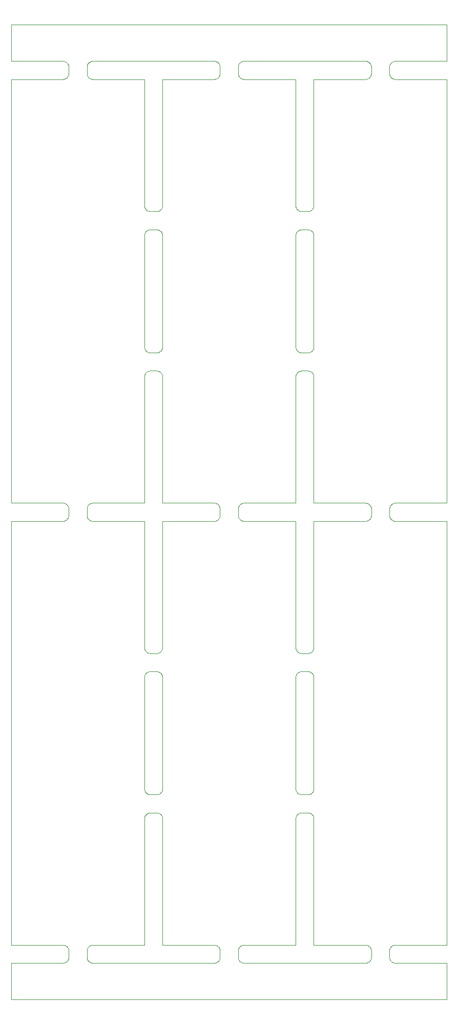
<source format=gbr>
%TF.GenerationSoftware,KiCad,Pcbnew,7.0.8-7.0.8~ubuntu22.04.1*%
%TF.CreationDate,2023-12-07T10:59:45+01:00*%
%TF.ProjectId,mothbeam_panel,6d6f7468-6265-4616-9d5f-70616e656c2e,rev?*%
%TF.SameCoordinates,Original*%
%TF.FileFunction,Profile,NP*%
%FSLAX46Y46*%
G04 Gerber Fmt 4.6, Leading zero omitted, Abs format (unit mm)*
G04 Created by KiCad (PCBNEW 7.0.8-7.0.8~ubuntu22.04.1) date 2023-12-07 10:59:45*
%MOMM*%
%LPD*%
G01*
G04 APERTURE LIST*
%TA.AperFunction,Profile*%
%ADD10C,0.100000*%
%TD*%
G04 APERTURE END LIST*
D10*
X162512272Y-102000000D02*
X162512027Y-102000003D01*
X150439987Y-26166847D02*
X150481039Y-26140851D01*
X125566721Y-101904946D02*
X125523318Y-101883099D01*
X125844737Y-174989281D02*
X125796861Y-174980974D01*
X146970328Y-174250549D02*
X146957368Y-174297380D01*
X159557874Y-146510186D02*
X159542631Y-146464047D01*
X137500129Y-98991169D02*
X137500201Y-98991655D01*
X135249450Y-50803661D02*
X135202619Y-50790701D01*
X134756460Y-127158491D02*
X134789966Y-127123299D01*
X112502170Y-20003902D02*
X112501878Y-20004296D01*
X184493997Y-102000912D02*
X184493544Y-102000724D01*
X137506455Y-171999275D02*
X137506917Y-171999440D01*
X112500416Y-180992612D02*
X112500559Y-180993082D01*
X125019025Y-26796861D02*
X125029671Y-26749450D01*
X150166847Y-28560012D02*
X150140851Y-28518960D01*
X121805173Y-101599740D02*
X121775278Y-101638047D01*
X137275278Y-123471380D02*
X137243539Y-123508174D01*
X159616900Y-123310014D02*
X159595053Y-123266611D01*
X159519025Y-146369805D02*
X159510718Y-146321929D01*
X112504704Y-20001605D02*
X112504296Y-20001878D01*
X175400259Y-28805173D02*
X175361952Y-28775278D01*
X160344737Y-74155948D02*
X160296861Y-74147641D01*
X136843519Y-53891207D02*
X136888855Y-53908695D01*
X137500912Y-29006002D02*
X137500724Y-29006455D01*
X112506917Y-20000559D02*
X112506455Y-20000724D01*
X159498646Y-29005125D02*
X159498394Y-29004704D01*
X146970328Y-28250549D02*
X146957368Y-28297380D01*
X134496477Y-29002482D02*
X134496097Y-29002170D01*
X161509877Y-74166666D02*
X160490122Y-74166666D01*
X137060012Y-77333514D02*
X137099740Y-77361493D01*
X162333152Y-54273320D02*
X162359148Y-54314373D01*
X175004770Y-172892963D02*
X175010718Y-172844737D01*
X159640851Y-146685626D02*
X159616900Y-146643348D01*
X162500000Y-127823456D02*
X162500000Y-146176543D01*
X159501195Y-73225243D02*
X159500000Y-73176543D01*
X159529671Y-50083882D02*
X159519025Y-50036472D01*
X134494874Y-171998646D02*
X134495295Y-171998394D01*
X125481039Y-99140851D02*
X125523318Y-99116900D01*
X146924637Y-99611144D02*
X146942125Y-99656480D01*
X161976681Y-147049766D02*
X161933278Y-147071613D01*
X136607036Y-77171436D02*
X136655262Y-77177384D01*
X150844737Y-26010718D02*
X150892963Y-26004770D01*
X159499870Y-171991169D02*
X159499918Y-171990681D01*
X135490122Y-126833333D02*
X136509877Y-126833333D01*
X162506455Y-102000724D02*
X162506002Y-102000912D01*
X171107036Y-172004770D02*
X171155262Y-172010718D01*
X146980974Y-28203138D02*
X146970328Y-28250549D01*
X175075362Y-99611144D02*
X175095053Y-99566721D01*
X137138047Y-77391388D02*
X137174841Y-77423127D01*
X121989281Y-101155262D02*
X121980974Y-101203138D01*
X175057874Y-28343519D02*
X175042631Y-28297380D01*
X150042631Y-99702619D02*
X150057874Y-99656480D01*
X112500003Y-102012027D02*
X112500000Y-102012272D01*
X112500416Y-98992612D02*
X112500559Y-98993082D01*
X112502170Y-180996097D02*
X112502482Y-180996477D01*
X159510718Y-122988596D02*
X159504770Y-122940370D01*
X159487727Y-29000000D02*
X150990122Y-29000000D01*
X159575362Y-73555522D02*
X159557874Y-73510186D01*
X125439987Y-28833152D02*
X125400259Y-28805173D01*
X175796861Y-172019025D02*
X175844737Y-172010718D01*
X162480974Y-54630194D02*
X162489281Y-54678070D01*
X134981039Y-53974184D02*
X135023318Y-53950233D01*
X171009877Y-29000000D02*
X162512272Y-29000000D01*
X171859148Y-28518960D02*
X171833152Y-28560012D01*
X125361952Y-174775278D02*
X125325158Y-174743539D01*
X112512272Y-26000000D02*
X121009877Y-26000000D01*
X112508344Y-175000201D02*
X112507863Y-175000297D01*
X137210033Y-73876700D02*
X137174841Y-73910206D01*
X135441423Y-74165471D02*
X135392963Y-74161896D01*
X171674841Y-26256460D02*
X171710033Y-26289966D01*
X160156480Y-53891207D02*
X160202619Y-53875965D01*
X112503902Y-180997829D02*
X112504296Y-180998121D01*
X171970328Y-101250549D02*
X171957368Y-101297380D01*
X125004770Y-174107036D02*
X125001195Y-174058576D01*
X134939987Y-77333514D02*
X134981039Y-77307517D01*
X137500912Y-98993997D02*
X137501122Y-98994441D01*
X161797380Y-74124034D02*
X161750549Y-74136994D01*
X121433278Y-174904946D02*
X121388855Y-174924637D01*
X184499996Y-98987972D02*
X184500000Y-98987727D01*
X121518960Y-26140851D02*
X121560012Y-26166847D01*
X134492612Y-102000416D02*
X134492136Y-102000297D01*
X159789966Y-50543366D02*
X159756460Y-50508174D01*
X137495229Y-49940370D02*
X137489281Y-49988596D01*
X150140851Y-101518960D02*
X150116900Y-101476681D01*
X137500003Y-102012027D02*
X137500000Y-102012272D01*
X175075362Y-28388855D02*
X175057874Y-28343519D01*
X184493997Y-20000912D02*
X184493544Y-20000724D01*
X112506455Y-25999275D02*
X112506917Y-25999440D01*
X121674841Y-28743539D02*
X121638047Y-28775278D01*
X134499996Y-102012027D02*
X134499942Y-102009809D01*
X162501878Y-102004296D02*
X162501605Y-102004704D01*
X134519025Y-73369805D02*
X134510718Y-73321929D01*
X160344737Y-50822615D02*
X160296861Y-50814307D01*
X184500000Y-20012272D02*
X184499996Y-20012027D01*
X112503522Y-175002482D02*
X112503159Y-175002811D01*
X112502170Y-171996097D02*
X112502482Y-171996477D01*
X184487727Y-181000000D02*
X184487972Y-180999996D01*
X159981039Y-50692482D02*
X159939987Y-50666485D01*
X150523318Y-172116900D02*
X150566721Y-172095053D01*
X171518960Y-26140851D02*
X171560012Y-26166847D01*
X160490122Y-150166666D02*
X161509877Y-150166666D01*
X161607036Y-150171436D02*
X161655262Y-150177384D01*
X162500081Y-29009318D02*
X162500057Y-29009809D01*
X125702619Y-99042631D02*
X125749450Y-99029671D01*
X150361952Y-101775278D02*
X150325158Y-101743539D01*
X121560012Y-174833152D02*
X121518960Y-174859148D01*
X134694826Y-123433073D02*
X134666847Y-123393346D01*
X134495703Y-171998121D02*
X134496097Y-171997829D01*
X112506455Y-180999275D02*
X112506917Y-180999440D01*
X146560012Y-26166847D02*
X146599740Y-26194826D01*
X125001195Y-99941423D02*
X125004770Y-99892963D01*
X159500000Y-151156789D02*
X159501195Y-151108089D01*
X112500559Y-180993082D02*
X112500724Y-180993544D01*
X146710033Y-26289966D02*
X146743539Y-26325158D01*
X162457368Y-50130714D02*
X162442125Y-50176853D01*
X112501122Y-175005558D02*
X112500912Y-175006002D01*
X175325158Y-99256460D02*
X175361952Y-99224721D01*
X134498394Y-102004704D02*
X134498121Y-102004296D01*
X146924637Y-101388855D02*
X146904946Y-101433278D01*
X159499275Y-171993544D02*
X159499440Y-171993082D01*
X136558576Y-150167862D02*
X136607036Y-150171436D01*
X134756460Y-50508174D02*
X134724721Y-50471380D01*
X162018960Y-147025815D02*
X161976681Y-147049766D01*
X159666847Y-150606653D02*
X159694826Y-150566926D01*
X137500057Y-29009809D02*
X137500003Y-29012027D01*
X150057874Y-101343519D02*
X150042631Y-101297380D01*
X162060012Y-54000180D02*
X162099740Y-54028160D01*
X121710033Y-99289966D02*
X121743539Y-99325158D01*
X134694826Y-127233592D02*
X134724721Y-127195285D01*
X150325158Y-99256460D02*
X150361952Y-99224721D01*
X125523318Y-26116900D02*
X125566721Y-26095053D01*
X125224721Y-28638047D02*
X125194826Y-28599740D01*
X135249450Y-147136994D02*
X135202619Y-147124034D01*
X171250549Y-99029671D02*
X171297380Y-99042631D01*
X162501605Y-171995295D02*
X162501878Y-171995703D01*
X184492136Y-29000297D02*
X184491655Y-29000201D01*
X121970328Y-174250549D02*
X121957368Y-174297380D01*
X159542631Y-54535952D02*
X159557874Y-54489813D01*
X175010718Y-174155262D02*
X175004770Y-174107036D01*
X184498646Y-171994874D02*
X184498877Y-171994441D01*
X137404946Y-127400055D02*
X137424637Y-127444477D01*
X112512027Y-98999996D02*
X112512272Y-99000000D01*
X134694826Y-146766407D02*
X134666847Y-146726679D01*
X184491169Y-20000129D02*
X184490681Y-20000081D01*
X171775278Y-26361952D02*
X171805173Y-26400259D01*
X162424637Y-127444477D02*
X162442125Y-127489813D01*
X184492612Y-102000416D02*
X184492136Y-102000297D01*
X121989281Y-26844737D02*
X121995229Y-26892963D01*
X175029671Y-28250549D02*
X175019025Y-28203138D01*
X159595053Y-150733388D02*
X159616900Y-150689985D01*
X137503159Y-102002811D02*
X137502811Y-102003159D01*
X137305173Y-54233592D02*
X137333152Y-54273320D01*
X134724721Y-123471380D02*
X134694826Y-123433073D01*
X171674841Y-174743539D02*
X171638047Y-174775278D01*
X137500416Y-102007387D02*
X137500297Y-102007863D01*
X159498877Y-102005558D02*
X159498646Y-102005125D01*
X184492612Y-175000416D02*
X184492136Y-175000297D01*
X171980974Y-101203138D02*
X171970328Y-101250549D01*
X184490190Y-29000057D02*
X184487972Y-29000003D01*
X134666847Y-77606653D02*
X134694826Y-77566926D01*
X171805173Y-174599740D02*
X171775278Y-174638047D01*
X121924637Y-172611144D02*
X121942125Y-172656480D01*
X136750549Y-74136994D02*
X136703138Y-74147641D01*
X184499798Y-102008344D02*
X184499702Y-102007863D01*
X134616900Y-77689985D02*
X134640851Y-77647706D01*
X134519025Y-146369805D02*
X134510718Y-146321929D01*
X159789966Y-54123299D02*
X159825158Y-54089793D01*
X175116900Y-101476681D02*
X175095053Y-101433278D01*
X112508830Y-20000129D02*
X112508344Y-20000201D01*
X112504296Y-25998121D02*
X112504704Y-25998394D01*
X121297380Y-101957368D02*
X121250549Y-101970328D01*
X134495295Y-98998394D02*
X134495703Y-98998121D01*
X136655262Y-147155948D02*
X136607036Y-147161896D01*
X134504770Y-146273703D02*
X134501195Y-146225243D01*
X184490681Y-25999918D02*
X184491169Y-25999870D01*
X162500000Y-171987727D02*
X162500003Y-171987972D01*
X125166847Y-172439987D02*
X125194826Y-172400259D01*
X159529671Y-73417216D02*
X159519025Y-73369805D01*
X134557874Y-123176853D02*
X134542631Y-123130714D01*
X159499918Y-29009318D02*
X159499870Y-29008830D01*
X112501122Y-20005558D02*
X112500912Y-20006002D01*
X125361952Y-172224721D02*
X125400259Y-172194826D01*
X112506455Y-98999275D02*
X112506917Y-98999440D01*
X136655262Y-50822615D02*
X136607036Y-50828563D01*
X162500129Y-102008830D02*
X162500081Y-102009318D01*
X146674841Y-28743539D02*
X146638047Y-28775278D01*
X184491169Y-98999870D02*
X184491655Y-98999798D01*
X134498646Y-171994874D02*
X134498877Y-171994441D01*
X159575362Y-54444477D02*
X159595053Y-54400055D01*
X184490681Y-102000081D02*
X184490190Y-102000057D01*
X121518960Y-101859148D02*
X121476681Y-101883099D01*
X112500201Y-20008344D02*
X112500129Y-20008830D01*
X159500000Y-78156789D02*
X159501195Y-78108089D01*
X134500000Y-146176543D02*
X134500000Y-127823456D01*
X125656480Y-172057874D02*
X125702619Y-172042631D01*
X175325158Y-174743539D02*
X175289966Y-174710033D01*
X112500201Y-25991655D02*
X112500297Y-25992136D01*
X112507387Y-29000416D02*
X112506917Y-29000559D01*
X137457368Y-77869285D02*
X137470328Y-77916117D01*
X134492612Y-98999583D02*
X134493082Y-98999440D01*
X171904946Y-172566721D02*
X171924637Y-172611144D01*
X134981039Y-123692482D02*
X134939987Y-123666485D01*
X160066721Y-123738280D02*
X160023318Y-123716432D01*
X137489281Y-146321929D02*
X137480974Y-146369805D01*
X137480974Y-50036472D02*
X137470328Y-50083882D01*
X161797380Y-123790701D02*
X161750549Y-123803661D01*
X146433278Y-174904946D02*
X146388855Y-174924637D01*
X137502811Y-29003159D02*
X137502482Y-29003522D01*
X150611144Y-28924637D02*
X150566721Y-28904946D01*
X134640851Y-77647706D02*
X134666847Y-77606653D01*
X150042631Y-174297380D02*
X150029671Y-174250549D01*
X137500000Y-73176543D02*
X137498804Y-73225243D01*
X137500057Y-98990190D02*
X137500081Y-98990681D01*
X146743539Y-28674841D02*
X146710033Y-28710033D01*
X112509318Y-180999918D02*
X112509809Y-180999942D01*
X162501878Y-171995703D02*
X162502170Y-171996097D01*
X134789966Y-150456633D02*
X134825158Y-150423127D01*
X159498121Y-29004296D02*
X159497829Y-29003902D01*
X184499440Y-20006917D02*
X184499275Y-20006455D01*
X184496840Y-20002811D02*
X184496477Y-20002482D01*
X150029671Y-172749450D02*
X150042631Y-172702619D01*
X112501353Y-171994874D02*
X112501605Y-171995295D01*
X121107036Y-99004770D02*
X121155262Y-99010718D01*
X150325158Y-172256460D02*
X150361952Y-172224721D01*
X137442125Y-50176853D02*
X137424637Y-50222188D01*
X162275278Y-73804714D02*
X162243539Y-73841508D01*
X171805173Y-101599740D02*
X171775278Y-101638047D01*
X150749450Y-172029671D02*
X150796861Y-172019025D01*
X137442125Y-127489813D02*
X137457368Y-127535952D01*
X125439987Y-26166847D02*
X125481039Y-26140851D01*
X162305173Y-73766407D02*
X162275278Y-73804714D01*
X112500000Y-102012272D02*
X112500000Y-171987727D01*
X162500912Y-102006002D02*
X162500724Y-102006455D01*
X134981039Y-150307517D02*
X135023318Y-150283567D01*
X146924637Y-26611144D02*
X146942125Y-26656480D01*
X171638047Y-99224721D02*
X171674841Y-99256460D01*
X159981039Y-147025815D02*
X159939987Y-146999819D01*
X184498877Y-171994441D02*
X184499087Y-171993997D01*
X121388855Y-28924637D02*
X121343519Y-28942125D01*
X175000000Y-99990122D02*
X175001195Y-99941423D01*
X121638047Y-172224721D02*
X121674841Y-172256460D01*
X159498646Y-98994874D02*
X159498877Y-98994441D01*
X112500057Y-25990190D02*
X112500081Y-25990681D01*
X160296861Y-74147641D02*
X160249450Y-74136994D01*
X112500000Y-29012272D02*
X112500000Y-98987727D01*
X112507387Y-102000416D02*
X112506917Y-102000559D01*
X175095053Y-99566721D02*
X175116900Y-99523318D01*
X184496097Y-29002170D02*
X184495703Y-29001878D01*
X175042631Y-174297380D02*
X175029671Y-174250549D01*
X121674841Y-101743539D02*
X121638047Y-101775278D01*
X146833152Y-28560012D02*
X146805173Y-28599740D01*
X184499870Y-171991169D02*
X184499918Y-171990681D01*
X171805173Y-26400259D02*
X171833152Y-26439987D01*
X137457368Y-73464047D02*
X137442125Y-73510186D01*
X134666847Y-150606653D02*
X134694826Y-150566926D01*
X171674841Y-28743539D02*
X171638047Y-28775278D01*
X159499798Y-98991655D02*
X159499870Y-98991169D01*
X121883099Y-101476681D02*
X121859148Y-101518960D01*
X184494441Y-180998877D02*
X184494874Y-180998646D01*
X146998804Y-99941423D02*
X147000000Y-99990122D01*
X137243539Y-77491825D02*
X137275278Y-77528619D01*
X184498646Y-175005125D02*
X184498394Y-175004704D01*
X112508830Y-171999870D02*
X112509318Y-171999918D01*
X184498877Y-20005558D02*
X184498646Y-20005125D01*
X125095053Y-99566721D02*
X125116900Y-99523318D01*
X162210033Y-146876700D02*
X162174841Y-146910206D01*
X150566721Y-101904946D02*
X150523318Y-101883099D01*
X146250549Y-174970328D02*
X146203138Y-174980974D01*
X184499918Y-20009318D02*
X184499870Y-20008830D01*
X112506002Y-180999087D02*
X112506455Y-180999275D01*
X146989281Y-28155262D02*
X146980974Y-28203138D01*
X184499702Y-102007863D02*
X184499583Y-102007387D01*
X159825158Y-73910206D02*
X159789966Y-73876700D01*
X134519025Y-123036472D02*
X134510718Y-122988596D01*
X112501353Y-180994874D02*
X112501605Y-180995295D01*
X159666847Y-123393346D02*
X159640851Y-123352293D01*
X112509809Y-175000057D02*
X112509318Y-175000081D01*
X175029671Y-172749450D02*
X175042631Y-172702619D01*
X172000000Y-101009877D02*
X171998804Y-101058576D01*
X184497188Y-180996840D02*
X184497517Y-180996477D01*
X137333152Y-50393346D02*
X137305173Y-50433073D01*
X171009877Y-26000000D02*
X171058576Y-26001195D01*
X134640851Y-73685626D02*
X134616900Y-73643348D01*
X184493544Y-20000724D02*
X184493082Y-20000559D01*
X146775278Y-28638047D02*
X146743539Y-28674841D01*
X112500000Y-25987727D02*
X112500003Y-25987972D01*
X159724721Y-50471380D02*
X159694826Y-50433073D01*
X125194826Y-26400259D02*
X125224721Y-26361952D01*
X125796861Y-101980974D02*
X125749450Y-101970328D01*
X160441423Y-147165471D02*
X160392963Y-147161896D01*
X134496097Y-102002170D02*
X134495703Y-102001878D01*
X159495703Y-29001878D02*
X159495295Y-29001605D01*
X161607036Y-74161896D02*
X161558576Y-74165471D01*
X171710033Y-101710033D02*
X171674841Y-101743539D01*
X150941423Y-26001195D02*
X150990122Y-26000000D01*
X125256460Y-174674841D02*
X125224721Y-174638047D01*
X184496097Y-171997829D02*
X184496477Y-171997517D01*
X146343519Y-101942125D02*
X146297380Y-101957368D01*
X175656480Y-172057874D02*
X175702619Y-172042631D01*
X175256460Y-26325158D02*
X175289966Y-26289966D01*
X125481039Y-101859148D02*
X125439987Y-101833152D01*
X137500559Y-102006917D02*
X137500416Y-102007387D01*
X137305173Y-146766407D02*
X137275278Y-146804714D01*
X125042631Y-28297380D02*
X125029671Y-28250549D01*
X160490122Y-147166666D02*
X160441423Y-147165471D01*
X134493544Y-171999275D02*
X134493997Y-171999087D01*
X184496840Y-180997188D02*
X184497188Y-180996840D01*
X162457368Y-146464047D02*
X162442125Y-146510186D01*
X146638047Y-28775278D02*
X146599740Y-28805173D01*
X121250549Y-172029671D02*
X121297380Y-172042631D01*
X137424637Y-146555522D02*
X137404946Y-146599944D01*
X112502482Y-175003522D02*
X112502170Y-175003902D01*
X134724721Y-150528619D02*
X134756460Y-150491825D01*
X125566721Y-174904946D02*
X125523318Y-174883099D01*
X137501878Y-171995703D02*
X137502170Y-171996097D01*
X137500000Y-127823456D02*
X137500000Y-146176543D01*
X175194826Y-101599740D02*
X175166847Y-101560012D01*
X146203138Y-174980974D02*
X146155262Y-174989281D01*
X184498121Y-180995703D02*
X184498394Y-180995295D01*
X134499870Y-102008830D02*
X134499798Y-102008344D01*
X150439987Y-99166847D02*
X150481039Y-99140851D01*
X136509877Y-123833333D02*
X135490122Y-123833333D01*
X150166847Y-101560012D02*
X150140851Y-101518960D01*
X112500559Y-25993082D02*
X112500724Y-25993544D01*
X112502811Y-25996840D02*
X112503159Y-25997188D01*
X125990122Y-29000000D02*
X125941423Y-28998804D01*
X160202619Y-126875965D02*
X160249450Y-126863005D01*
X134575362Y-123222188D02*
X134557874Y-123176853D01*
X134498394Y-171995295D02*
X134498646Y-171994874D01*
X159640851Y-54314373D02*
X159666847Y-54273320D01*
X184499702Y-25992136D02*
X184499798Y-25991655D01*
X175523318Y-99116900D02*
X175566721Y-99095053D01*
X137503159Y-171997188D02*
X137503522Y-171997517D01*
X150116900Y-99523318D02*
X150140851Y-99481039D01*
X134487972Y-29000003D02*
X134487727Y-29000000D01*
X125256460Y-101674841D02*
X125224721Y-101638047D01*
X175042631Y-99702619D02*
X175057874Y-99656480D01*
X162501122Y-171994441D02*
X162501353Y-171994874D01*
X159861952Y-50608611D02*
X159825158Y-50576872D01*
X184495703Y-25998121D02*
X184496097Y-25997829D01*
X184498394Y-180995295D02*
X184498646Y-180994874D01*
X137099740Y-73971839D02*
X137060012Y-73999819D01*
X112507387Y-175000416D02*
X112506917Y-175000559D01*
X121957368Y-101297380D02*
X121942125Y-101343519D01*
X162099740Y-146971839D02*
X162060012Y-146999819D01*
X171674841Y-172256460D02*
X171710033Y-172289966D01*
X147000000Y-28009877D02*
X146998804Y-28058576D01*
X184496477Y-29002482D02*
X184496097Y-29002170D01*
X184492612Y-98999583D02*
X184493082Y-98999440D01*
X184493082Y-98999440D02*
X184493544Y-98999275D01*
X112500057Y-180990190D02*
X112500081Y-180990681D01*
X184499798Y-180991655D02*
X184499870Y-180991169D01*
X162470328Y-127582783D02*
X162480974Y-127630194D01*
X134498121Y-171995703D02*
X134498394Y-171995295D01*
X146775278Y-174638047D02*
X146743539Y-174674841D01*
X159825158Y-146910206D02*
X159789966Y-146876700D01*
X162210033Y-123543366D02*
X162174841Y-123576872D01*
X125075362Y-99611144D02*
X125095053Y-99566721D01*
X146833152Y-99439987D02*
X146859148Y-99481039D01*
X112507863Y-180999702D02*
X112508344Y-180999798D01*
X171805173Y-172400259D02*
X171833152Y-172439987D01*
X125116900Y-28476681D02*
X125095053Y-28433278D01*
X175140851Y-99481039D02*
X175166847Y-99439987D01*
X175019025Y-101203138D02*
X175010718Y-101155262D01*
X161509877Y-147166666D02*
X160490122Y-147166666D01*
X184499942Y-20009809D02*
X184499918Y-20009318D01*
X112505558Y-25998877D02*
X112506002Y-25999087D01*
X162210033Y-54123299D02*
X162243539Y-54158491D01*
X135111144Y-53908695D02*
X135156480Y-53891207D01*
X171107036Y-28995229D02*
X171058576Y-28998804D01*
X159519025Y-150963527D02*
X159529671Y-150916117D01*
X112500057Y-20009809D02*
X112500003Y-20012027D01*
X159499583Y-171992612D02*
X159499702Y-171992136D01*
X184496097Y-175002170D02*
X184495703Y-175001878D01*
X134498394Y-29004704D02*
X134498121Y-29004296D01*
X125796861Y-26019025D02*
X125844737Y-26010718D01*
X146904946Y-26566721D02*
X146924637Y-26611144D01*
X162506917Y-171999440D02*
X162507387Y-171999583D01*
X125224721Y-101638047D02*
X125194826Y-101599740D01*
X160344737Y-126844051D02*
X160392963Y-126838103D01*
X125224721Y-172361952D02*
X125256460Y-172325158D01*
X135023318Y-147049766D02*
X134981039Y-147025815D01*
X159557874Y-73510186D02*
X159542631Y-73464047D01*
X184496097Y-180997829D02*
X184496477Y-180997517D01*
X175224721Y-26361952D02*
X175256460Y-26325158D01*
X121638047Y-28775278D02*
X121599740Y-28805173D01*
X162504704Y-29001605D02*
X162504296Y-29001878D01*
X134499870Y-29008830D02*
X134499798Y-29008344D01*
X184499918Y-29009318D02*
X184499870Y-29008830D01*
X121883099Y-26523318D02*
X121904946Y-26566721D01*
X137509809Y-98999942D02*
X137512027Y-98999996D01*
X184499583Y-25992612D02*
X184499702Y-25992136D01*
X175289966Y-174710033D02*
X175256460Y-174674841D01*
X112500129Y-29008830D02*
X112500081Y-29009318D01*
X137505125Y-29001353D02*
X137504704Y-29001605D01*
X112506917Y-25999440D02*
X112507387Y-25999583D01*
X184493997Y-171999087D02*
X184494441Y-171998877D01*
X125361952Y-99224721D02*
X125400259Y-99194826D01*
X146107036Y-101995229D02*
X146058576Y-101998804D01*
X159491169Y-98999870D02*
X159491655Y-98999798D01*
X184497517Y-25996477D02*
X184497829Y-25996097D01*
X134510718Y-151011403D02*
X134519025Y-150963527D01*
X159501195Y-122891910D02*
X159500000Y-122843210D01*
X175990122Y-172000000D02*
X184487727Y-172000000D01*
X112504296Y-175001878D02*
X112503902Y-175002170D01*
X171203138Y-26019025D02*
X171250549Y-26029671D01*
X146250549Y-172029671D02*
X146297380Y-172042631D01*
X125656480Y-99057874D02*
X125702619Y-99042631D01*
X175523318Y-28883099D02*
X175481039Y-28859148D01*
X112503902Y-20002170D02*
X112503522Y-20002482D01*
X184498394Y-175004704D02*
X184498121Y-175004296D01*
X147000000Y-99990122D02*
X147000000Y-101009877D01*
X159640851Y-77647706D02*
X159666847Y-77606653D01*
X134519025Y-150963527D02*
X134529671Y-150916117D01*
X137502811Y-171996840D02*
X137503159Y-171997188D01*
X162333152Y-50393346D02*
X162305173Y-50433073D01*
X160296861Y-53852358D02*
X160344737Y-53844051D01*
X162480974Y-77963527D02*
X162489281Y-78011403D01*
X184496840Y-175002811D02*
X184496477Y-175002482D01*
X121343519Y-26057874D02*
X121388855Y-26075362D01*
X112512027Y-29000003D02*
X112509809Y-29000057D01*
X160066721Y-147071613D02*
X160023318Y-147049766D01*
X175140851Y-101518960D02*
X175116900Y-101476681D01*
X184498394Y-102004704D02*
X184498121Y-102004296D01*
X134557874Y-73510186D02*
X134542631Y-73464047D01*
X134694826Y-150566926D02*
X134724721Y-150528619D01*
X184498877Y-175005558D02*
X184498646Y-175005125D01*
X137480974Y-73369805D02*
X137470328Y-73417216D01*
X161703138Y-126852358D02*
X161750549Y-126863005D01*
X159500000Y-146176543D02*
X159500000Y-127823456D01*
X137275278Y-127195285D02*
X137305173Y-127233592D01*
X121155262Y-99010718D02*
X121203138Y-99019025D01*
X160023318Y-147049766D02*
X159981039Y-147025815D01*
X146297380Y-172042631D02*
X146343519Y-172057874D01*
X146989281Y-26844737D02*
X146995229Y-26892963D01*
X146433278Y-26095053D02*
X146476681Y-26116900D01*
X137404946Y-123266611D02*
X137383099Y-123310014D01*
X159491655Y-98999798D02*
X159492136Y-98999702D01*
X112505558Y-180998877D02*
X112506002Y-180999087D01*
X134495703Y-98998121D02*
X134496097Y-98997829D01*
X137505558Y-171998877D02*
X137506002Y-171999087D01*
X136607036Y-147161896D02*
X136558576Y-147165471D01*
X137501878Y-29004296D02*
X137501605Y-29004704D01*
X112500003Y-25987972D02*
X112500057Y-25990190D01*
X134494441Y-98998877D02*
X134494874Y-98998646D01*
X146904946Y-174433278D02*
X146883099Y-174476681D01*
X121599740Y-28805173D02*
X121560012Y-28833152D01*
X125523318Y-28883099D02*
X125481039Y-28859148D01*
X146995229Y-99892963D02*
X146998804Y-99941423D01*
X134666847Y-54273320D02*
X134694826Y-54233592D01*
X125656480Y-101942125D02*
X125611144Y-101924637D01*
X150796861Y-174980974D02*
X150749450Y-174970328D01*
X125289966Y-172289966D02*
X125325158Y-172256460D01*
X175990122Y-175000000D02*
X175941423Y-174998804D01*
X159492136Y-171999702D02*
X159492612Y-171999583D01*
X184499275Y-180993544D02*
X184499440Y-180993082D01*
X175892963Y-99004770D02*
X175941423Y-99001195D01*
X134499942Y-98990190D02*
X134499996Y-98987972D01*
X184491655Y-29000201D02*
X184491169Y-29000129D01*
X159499087Y-102006002D02*
X159498877Y-102005558D01*
X159789966Y-146876700D02*
X159756460Y-146841508D01*
X112503159Y-171997188D02*
X112503522Y-171997517D01*
X184500000Y-171987727D02*
X184500000Y-102012272D01*
X184496097Y-20002170D02*
X184495703Y-20001878D01*
X137243539Y-54158491D02*
X137275278Y-54195285D01*
X184499996Y-25987972D02*
X184500000Y-25987727D01*
X171859148Y-26481039D02*
X171883099Y-26523318D01*
X125166847Y-99439987D02*
X125194826Y-99400259D01*
X112508344Y-171999798D02*
X112508830Y-171999870D01*
X150001195Y-28058576D02*
X150000000Y-28009877D01*
X162500003Y-29012027D02*
X162500000Y-29012272D01*
X150702619Y-26042631D02*
X150749450Y-26029671D01*
X136750549Y-126863005D02*
X136797380Y-126875965D01*
X134595053Y-54400055D02*
X134616900Y-54356651D01*
X137501605Y-29004704D02*
X137501353Y-29005125D01*
X134500000Y-102012272D02*
X134499996Y-102012027D01*
X134900259Y-150361493D02*
X134939987Y-150333514D01*
X171924637Y-101388855D02*
X171904946Y-101433278D01*
X184487727Y-102000000D02*
X175990122Y-102000000D01*
X134789966Y-127123299D02*
X134825158Y-127089793D01*
X162495229Y-127726296D02*
X162498804Y-127774756D01*
X134494874Y-98998646D02*
X134495295Y-98998394D01*
X162512272Y-172000000D02*
X171009877Y-172000000D01*
X121883099Y-99523318D02*
X121904946Y-99566721D01*
X134496477Y-102002482D02*
X134496097Y-102002170D01*
X134498121Y-98995703D02*
X134498394Y-98995295D01*
X159900259Y-150361493D02*
X159939987Y-150333514D01*
X159504770Y-54726296D02*
X159510718Y-54678070D01*
X125194826Y-172400259D02*
X125224721Y-172361952D01*
X161558576Y-77167862D02*
X161607036Y-77171436D01*
X134498877Y-171994441D02*
X134499087Y-171993997D01*
X125001195Y-101058576D02*
X125000000Y-101009877D01*
X146833152Y-172439987D02*
X146859148Y-172481039D01*
X146710033Y-99289966D02*
X146743539Y-99325158D01*
X175844737Y-28989281D02*
X175796861Y-28980974D01*
X121560012Y-28833152D02*
X121518960Y-28859148D01*
X136976681Y-53950233D02*
X137018960Y-53974184D01*
X137512027Y-171999996D02*
X137512272Y-172000000D01*
X137503902Y-102002170D02*
X137503522Y-102002482D01*
X135296861Y-123814307D02*
X135249450Y-123803661D01*
X159493082Y-98999440D02*
X159493544Y-98999275D01*
X121710033Y-101710033D02*
X121674841Y-101743539D01*
X162503159Y-102002811D02*
X162502811Y-102003159D01*
X159499942Y-102009809D02*
X159499918Y-102009318D01*
X171203138Y-99019025D02*
X171250549Y-99029671D01*
X112512272Y-99000000D02*
X121009877Y-99000000D01*
X171859148Y-99481039D02*
X171883099Y-99523318D01*
X162502482Y-171996477D02*
X162502811Y-171996840D01*
X137210033Y-50543366D02*
X137174841Y-50576872D01*
X160111144Y-77242028D02*
X160156480Y-77224540D01*
X146883099Y-172523318D02*
X146904946Y-172566721D01*
X184487727Y-172000000D02*
X184487972Y-171999996D01*
X137404946Y-73599944D02*
X137383099Y-73643348D01*
X134542631Y-127535952D02*
X134557874Y-127489813D01*
X135392963Y-53838103D02*
X135441423Y-53834528D01*
X171674841Y-101743539D02*
X171638047Y-101775278D01*
X112500003Y-175012027D02*
X112500000Y-175012272D01*
X162504704Y-171998394D02*
X162505125Y-171998646D01*
X159491655Y-171999798D02*
X159492136Y-171999702D01*
X135392963Y-150171436D02*
X135441423Y-150167862D01*
X159495295Y-171998394D02*
X159495703Y-171998121D01*
X146805173Y-174599740D02*
X146775278Y-174638047D01*
X162174841Y-50576872D02*
X162138047Y-50608611D01*
X134575362Y-77777811D02*
X134595053Y-77733388D01*
X137503522Y-98997517D02*
X137503902Y-98997829D01*
X159519025Y-73369805D02*
X159510718Y-73321929D01*
X112505558Y-29001122D02*
X112505125Y-29001353D01*
X150481039Y-172140851D02*
X150523318Y-172116900D01*
X112500000Y-171987727D02*
X112500003Y-171987972D01*
X136655262Y-150177384D02*
X136703138Y-150185692D01*
X171599740Y-172194826D02*
X171638047Y-172224721D01*
X125361952Y-101775278D02*
X125325158Y-101743539D01*
X146957368Y-99702619D02*
X146970328Y-99749450D01*
X171942125Y-28343519D02*
X171924637Y-28388855D01*
X134499702Y-98992136D02*
X134499798Y-98991655D01*
X121107036Y-26004770D02*
X121155262Y-26010718D01*
X171433278Y-172095053D02*
X171476681Y-172116900D01*
X134504770Y-73273703D02*
X134501195Y-73225243D01*
X112501122Y-102005558D02*
X112500912Y-102006002D01*
X125941423Y-26001195D02*
X125990122Y-26000000D01*
X175004770Y-101107036D02*
X175001195Y-101058576D01*
X150001195Y-174058576D02*
X150000000Y-174009877D01*
X184492136Y-171999702D02*
X184492612Y-171999583D01*
X159900259Y-127028160D02*
X159939987Y-127000180D01*
X146107036Y-99004770D02*
X146155262Y-99010718D01*
X125941423Y-172001195D02*
X125990122Y-172000000D01*
X159498394Y-98995295D02*
X159498646Y-98994874D01*
X137018960Y-77307517D02*
X137060012Y-77333514D01*
X134497188Y-171996840D02*
X134497517Y-171996477D01*
X184493082Y-180999440D02*
X184493544Y-180999275D01*
X137502170Y-171996097D02*
X137502482Y-171996477D01*
X184497517Y-29003522D02*
X184497188Y-29003159D01*
X171518960Y-99140851D02*
X171560012Y-99166847D01*
X112504296Y-180998121D02*
X112504704Y-180998394D01*
X136797380Y-74124034D02*
X136750549Y-74136994D01*
X137509318Y-102000081D02*
X137508830Y-102000129D01*
X125796861Y-174980974D02*
X125749450Y-174970328D01*
X159529671Y-150916117D02*
X159542631Y-150869285D01*
X134616900Y-146643348D02*
X134595053Y-146599944D01*
X171297380Y-172042631D02*
X171343519Y-172057874D01*
X159499702Y-171992136D02*
X159499798Y-171991655D01*
X184490681Y-171999918D02*
X184491169Y-171999870D01*
X184495295Y-98998394D02*
X184495703Y-98998121D01*
X134500000Y-54823456D02*
X134501195Y-54774756D01*
X184487972Y-175000003D02*
X184487727Y-175000000D01*
X159724721Y-73804714D02*
X159694826Y-73766407D01*
X184498646Y-25994874D02*
X184498877Y-25994441D01*
X159575362Y-127444477D02*
X159595053Y-127400055D01*
X175523318Y-174883099D02*
X175481039Y-174859148D01*
X136703138Y-150185692D02*
X136750549Y-150196338D01*
X171009877Y-99000000D02*
X171058576Y-99001195D01*
X162018960Y-74025815D02*
X161976681Y-74049766D01*
X162060012Y-73999819D02*
X162018960Y-74025815D01*
X184487972Y-102000003D02*
X184487727Y-102000000D01*
X159499942Y-171990190D02*
X159499996Y-171987972D01*
X135296861Y-77185692D02*
X135344737Y-77177384D01*
X171599740Y-28805173D02*
X171560012Y-28833152D01*
X137174841Y-146910206D02*
X137138047Y-146941944D01*
X184499870Y-175008830D02*
X184499798Y-175008344D01*
X121942125Y-26656480D02*
X121957368Y-26702619D01*
X159575362Y-50222188D02*
X159557874Y-50176853D01*
X146009877Y-99000000D02*
X146058576Y-99001195D01*
X125611144Y-26075362D02*
X125656480Y-26057874D01*
X161509877Y-77166666D02*
X161558576Y-77167862D01*
X125400259Y-28805173D02*
X125361952Y-28775278D01*
X162509318Y-98999918D02*
X162509809Y-98999942D01*
X175000000Y-172990122D02*
X175001195Y-172941423D01*
X135066721Y-126928386D02*
X135111144Y-126908695D01*
X121297380Y-28957368D02*
X121250549Y-28970328D01*
X135023318Y-53950233D02*
X135066721Y-53928386D01*
X184499087Y-20006002D02*
X184498877Y-20005558D01*
X184496840Y-25997188D02*
X184497188Y-25996840D01*
X150010718Y-26844737D02*
X150019025Y-26796861D01*
X134496097Y-98997829D02*
X134496477Y-98997517D01*
X162508830Y-171999870D02*
X162509318Y-171999918D01*
X134499583Y-98992612D02*
X134499702Y-98992136D01*
X184497829Y-25996097D02*
X184498121Y-25995703D01*
X146203138Y-101980974D02*
X146155262Y-101989281D01*
X137333152Y-150606653D02*
X137359148Y-150647706D01*
X136509877Y-126833333D02*
X136558576Y-126834528D01*
X162512027Y-171999996D02*
X162512272Y-172000000D01*
X171203138Y-174980974D02*
X171155262Y-174989281D01*
X136797380Y-150209298D02*
X136843519Y-150224540D01*
X134500000Y-171987727D02*
X134500000Y-151156789D01*
X159666847Y-73726679D02*
X159640851Y-73685626D01*
X159487972Y-102000003D02*
X159487727Y-102000000D01*
X184491655Y-180999798D02*
X184492136Y-180999702D01*
X184497829Y-29003902D02*
X184497517Y-29003522D01*
X112501605Y-20004704D02*
X112501353Y-20005125D01*
X125042631Y-174297380D02*
X125029671Y-174250549D01*
X171942125Y-174343519D02*
X171924637Y-174388855D01*
X134491655Y-171999798D02*
X134492136Y-171999702D01*
X136509877Y-77166666D02*
X136558576Y-77167862D01*
X162442125Y-150823146D02*
X162457368Y-150869285D01*
X125095053Y-28433278D02*
X125075362Y-28388855D01*
X134595053Y-73599944D02*
X134575362Y-73555522D01*
X159694826Y-146766407D02*
X159666847Y-146726679D01*
X172000000Y-174009877D02*
X171998804Y-174058576D01*
X171970328Y-172749450D02*
X171980974Y-172796861D01*
X171599740Y-26194826D02*
X171638047Y-26224721D01*
X125941423Y-101998804D02*
X125892963Y-101995229D01*
X134493544Y-29000724D02*
X134493082Y-29000559D01*
X175095053Y-174433278D02*
X175075362Y-174388855D01*
X125844737Y-101989281D02*
X125796861Y-101980974D01*
X134900259Y-127028160D02*
X134939987Y-127000180D01*
X136703138Y-77185692D02*
X136750549Y-77196338D01*
X136888855Y-53908695D02*
X136933278Y-53928386D01*
X150656480Y-101942125D02*
X150611144Y-101924637D01*
X112504704Y-25998394D02*
X112505125Y-25998646D01*
X125611144Y-172075362D02*
X125656480Y-172057874D01*
X135066721Y-53928386D02*
X135111144Y-53908695D01*
X134494874Y-102001353D02*
X134494441Y-102001122D01*
X171775278Y-99361952D02*
X171805173Y-99400259D01*
X175325158Y-28743539D02*
X175289966Y-28710033D01*
X171998804Y-26941423D02*
X172000000Y-26990122D01*
X161703138Y-123814307D02*
X161655262Y-123822615D01*
X125523318Y-174883099D02*
X125481039Y-174859148D01*
X137424637Y-150777811D02*
X137442125Y-150823146D01*
X150481039Y-101859148D02*
X150439987Y-101833152D01*
X134756460Y-73841508D02*
X134724721Y-73804714D01*
X171638047Y-101775278D02*
X171599740Y-101805173D01*
X121009877Y-102000000D02*
X112512272Y-102000000D01*
X146980974Y-172796861D02*
X146989281Y-172844737D01*
X162424637Y-146555522D02*
X162404946Y-146599944D01*
X112500129Y-171991169D02*
X112500201Y-171991655D01*
X136607036Y-50828563D02*
X136558576Y-50832137D01*
X175400259Y-99194826D02*
X175439987Y-99166847D01*
X162489281Y-151011403D02*
X162495229Y-151059629D01*
X146518960Y-172140851D02*
X146560012Y-172166847D01*
X150004770Y-174107036D02*
X150001195Y-174058576D01*
X184498394Y-98995295D02*
X184498646Y-98994874D01*
X160490122Y-77166666D02*
X161509877Y-77166666D01*
X121775278Y-101638047D02*
X121743539Y-101674841D01*
X125990122Y-172000000D02*
X134487727Y-172000000D01*
X134487727Y-102000000D02*
X125990122Y-102000000D01*
X137243539Y-146841508D02*
X137210033Y-146876700D01*
X125004770Y-28107036D02*
X125001195Y-28058576D01*
X162508830Y-29000129D02*
X162508344Y-29000201D01*
X159491655Y-29000201D02*
X159491169Y-29000129D01*
X160392963Y-150171436D02*
X160441423Y-150167862D01*
X112507387Y-171999583D02*
X112507863Y-171999702D01*
X159825158Y-54089793D02*
X159861952Y-54058055D01*
X159616900Y-54356651D02*
X159640851Y-54314373D01*
X159500000Y-127823456D02*
X159501195Y-127774756D01*
X146980974Y-26796861D02*
X146989281Y-26844737D01*
X137500559Y-98993082D02*
X137500724Y-98993544D01*
X159500000Y-49843210D02*
X159500000Y-29012272D01*
X121775278Y-28638047D02*
X121743539Y-28674841D01*
X162502811Y-171996840D02*
X162503159Y-171997188D01*
X161509877Y-150166666D02*
X161558576Y-150167862D01*
X146599740Y-99194826D02*
X146638047Y-99224721D01*
X146518960Y-28859148D02*
X146476681Y-28883099D01*
X137500000Y-102012272D02*
X137500000Y-122843210D01*
X134499275Y-98993544D02*
X134499440Y-98993082D01*
X175001195Y-26941423D02*
X175004770Y-26892963D01*
X184495703Y-175001878D02*
X184495295Y-175001605D01*
X146998804Y-174058576D02*
X146995229Y-174107036D01*
X125001195Y-28058576D02*
X125000000Y-28009877D01*
X112506002Y-175000912D02*
X112505558Y-175001122D01*
X125990122Y-99000000D02*
X134487727Y-99000000D01*
X159724721Y-150528619D02*
X159756460Y-150491825D01*
X184495295Y-29001605D02*
X184494874Y-29001353D01*
X175010718Y-26844737D02*
X175019025Y-26796861D01*
X175075362Y-101388855D02*
X175057874Y-101343519D01*
X137500000Y-122843210D02*
X137498804Y-122891910D01*
X134900259Y-146971839D02*
X134861952Y-146941944D01*
X162500297Y-171992136D02*
X162500416Y-171992612D01*
X162138047Y-77391388D02*
X162174841Y-77423127D01*
X159501195Y-49891910D02*
X159500000Y-49843210D01*
X175361952Y-26224721D02*
X175400259Y-26194826D01*
X125075362Y-101388855D02*
X125057874Y-101343519D01*
X175075362Y-26611144D02*
X175095053Y-26566721D01*
X162501878Y-29004296D02*
X162501605Y-29004704D01*
X121638047Y-174775278D02*
X121599740Y-174805173D01*
X175140851Y-28518960D02*
X175116900Y-28476681D01*
X162503159Y-98997188D02*
X162503522Y-98997517D01*
X162512272Y-99000000D02*
X171009877Y-99000000D01*
X136655262Y-126844051D02*
X136703138Y-126852358D01*
X137502170Y-102003902D02*
X137501878Y-102004296D01*
X137243539Y-123508174D02*
X137210033Y-123543366D01*
X159595053Y-123266611D02*
X159575362Y-123222188D01*
X171883099Y-101476681D02*
X171859148Y-101518960D01*
X121710033Y-174710033D02*
X121674841Y-174743539D01*
X175325158Y-172256460D02*
X175361952Y-172224721D01*
X184499275Y-171993544D02*
X184499440Y-171993082D01*
X171995229Y-172892963D02*
X171998804Y-172941423D01*
X162508830Y-102000129D02*
X162508344Y-102000201D01*
X134493082Y-102000559D02*
X134492612Y-102000416D01*
X175844737Y-26010718D02*
X175892963Y-26004770D01*
X112512272Y-29000000D02*
X112512027Y-29000003D01*
X175001195Y-172941423D02*
X175004770Y-172892963D01*
X162404946Y-123266611D02*
X162383099Y-123310014D01*
X160023318Y-77283567D02*
X160066721Y-77261719D01*
X121775278Y-172361952D02*
X121805173Y-172400259D01*
X137495229Y-73273703D02*
X137489281Y-73321929D01*
X171674841Y-99256460D02*
X171710033Y-99289966D01*
X134900259Y-54028160D02*
X134939987Y-54000180D01*
X121155262Y-28989281D02*
X121107036Y-28995229D01*
X175749450Y-28970328D02*
X175702619Y-28957368D01*
X134825158Y-73910206D02*
X134789966Y-73876700D01*
X112503522Y-25997517D02*
X112503902Y-25997829D01*
X184499942Y-25990190D02*
X184499996Y-25987972D01*
X134616900Y-150689985D02*
X134640851Y-150647706D01*
X161558576Y-147165471D02*
X161509877Y-147166666D01*
X137470328Y-77916117D02*
X137480974Y-77963527D01*
X184495295Y-171998394D02*
X184495703Y-171998121D01*
X134557874Y-54489813D02*
X134575362Y-54444477D01*
X112512027Y-175000003D02*
X112509809Y-175000057D01*
X137359148Y-54314373D02*
X137383099Y-54356651D01*
X150029671Y-26749450D02*
X150042631Y-26702619D01*
X112501353Y-20005125D02*
X112501122Y-20005558D01*
X162138047Y-54058055D02*
X162174841Y-54089793D01*
X184491655Y-171999798D02*
X184492136Y-171999702D01*
X112500003Y-29012027D02*
X112500000Y-29012272D01*
X171297380Y-26042631D02*
X171343519Y-26057874D01*
X171859148Y-101518960D02*
X171833152Y-101560012D01*
X150611144Y-26075362D02*
X150656480Y-26057874D01*
X159499798Y-29008344D02*
X159499702Y-29007863D01*
X175400259Y-101805173D02*
X175361952Y-101775278D01*
X125010718Y-26844737D02*
X125019025Y-26796861D01*
X121995229Y-26892963D02*
X121998804Y-26941423D01*
X134487972Y-98999996D02*
X134490190Y-98999942D01*
X171250549Y-26029671D02*
X171297380Y-26042631D01*
X135296861Y-126852358D02*
X135344737Y-126844051D01*
X112509318Y-25999918D02*
X112509809Y-25999942D01*
X134939987Y-73999819D02*
X134900259Y-73971839D01*
X171433278Y-26095053D02*
X171476681Y-26116900D01*
X112500416Y-20007387D02*
X112500297Y-20007863D01*
X162504296Y-171998121D02*
X162504704Y-171998394D01*
X112500057Y-29009809D02*
X112500003Y-29012027D01*
X162506917Y-102000559D02*
X162506455Y-102000724D01*
X160202619Y-123790701D02*
X160156480Y-123775459D01*
X121009877Y-99000000D02*
X121058576Y-99001195D01*
X150010718Y-174155262D02*
X150004770Y-174107036D01*
X162495229Y-54726296D02*
X162498804Y-54774756D01*
X171476681Y-101883099D02*
X171433278Y-101904946D01*
X162505558Y-171998877D02*
X162506002Y-171999087D01*
X162099740Y-54028160D02*
X162138047Y-54058055D01*
X146297380Y-28957368D02*
X146250549Y-28970328D01*
X112500003Y-180987972D02*
X112500057Y-180990190D01*
X171388855Y-172075362D02*
X171433278Y-172095053D01*
X135066721Y-77261719D02*
X135111144Y-77242028D01*
X137210033Y-127123299D02*
X137243539Y-127158491D01*
X162508344Y-171999798D02*
X162508830Y-171999870D01*
X162500000Y-102012272D02*
X162500000Y-122843210D01*
X159825158Y-150423127D02*
X159861952Y-150391388D01*
X162500000Y-73176543D02*
X162498804Y-73225243D01*
X159498121Y-102004296D02*
X159497829Y-102003902D01*
X171343519Y-28942125D02*
X171297380Y-28957368D01*
X137333152Y-146726679D02*
X137305173Y-146766407D01*
X162508344Y-102000201D02*
X162507863Y-102000297D01*
X137500416Y-98992612D02*
X137500559Y-98993082D01*
X171518960Y-28859148D02*
X171476681Y-28883099D01*
X159495295Y-29001605D02*
X159494874Y-29001353D01*
X112508830Y-180999870D02*
X112509318Y-180999918D01*
X159499702Y-102007863D02*
X159499583Y-102007387D01*
X134491169Y-102000129D02*
X134490681Y-102000081D01*
X146599740Y-26194826D02*
X146638047Y-26224721D01*
X162243539Y-54158491D02*
X162275278Y-54195285D01*
X159595053Y-73599944D02*
X159575362Y-73555522D01*
X112512027Y-102000003D02*
X112509809Y-102000057D01*
X162404946Y-54400055D02*
X162424637Y-54444477D01*
X162489281Y-127678070D02*
X162495229Y-127726296D01*
X184497517Y-98996477D02*
X184497829Y-98996097D01*
X112500297Y-98992136D02*
X112500416Y-98992612D01*
X134497829Y-102003902D02*
X134497517Y-102003522D01*
X184490190Y-102000057D02*
X184487972Y-102000003D01*
X162502170Y-29003902D02*
X162501878Y-29004296D01*
X159557874Y-150823146D02*
X159575362Y-150777811D01*
X146998804Y-101058576D02*
X146995229Y-101107036D01*
X121433278Y-172095053D02*
X121476681Y-172116900D01*
X150194826Y-172400259D02*
X150224721Y-172361952D01*
X171743539Y-99325158D02*
X171775278Y-99361952D01*
X121859148Y-99481039D02*
X121883099Y-99523318D01*
X121924637Y-28388855D02*
X121904946Y-28433278D01*
X150001195Y-101058576D02*
X150000000Y-101009877D01*
X121859148Y-174518960D02*
X121833152Y-174560012D01*
X175481039Y-28859148D02*
X175439987Y-28833152D01*
X162498804Y-151108089D02*
X162500000Y-151156789D01*
X162457368Y-54535952D02*
X162470328Y-54582783D01*
X137500201Y-171991655D02*
X137500297Y-171992136D01*
X146942125Y-174343519D02*
X146924637Y-174388855D01*
X134499942Y-29009809D02*
X134499918Y-29009318D01*
X137500559Y-29006917D02*
X137500416Y-29007387D01*
X121710033Y-172289966D02*
X121743539Y-172325158D01*
X184493544Y-25999275D02*
X184493997Y-25999087D01*
X125001195Y-26941423D02*
X125004770Y-26892963D01*
X112501605Y-102004704D02*
X112501353Y-102005125D01*
X161797380Y-77209298D02*
X161843519Y-77224540D01*
X136558576Y-74165471D02*
X136509877Y-74166666D01*
X134499583Y-102007387D02*
X134499440Y-102006917D01*
X159498646Y-171994874D02*
X159498877Y-171994441D01*
X159542631Y-123130714D02*
X159529671Y-123083882D01*
X134939987Y-150333514D02*
X134981039Y-150307517D01*
X134939987Y-50666485D02*
X134900259Y-50638506D01*
X162099740Y-73971839D02*
X162060012Y-73999819D01*
X160249450Y-147136994D02*
X160202619Y-147124034D01*
X162506002Y-102000912D02*
X162505558Y-102001122D01*
X160249450Y-77196338D02*
X160296861Y-77185692D01*
X184499583Y-171992612D02*
X184499702Y-171992136D01*
X184487972Y-171999996D02*
X184490190Y-171999942D01*
X137489281Y-54678070D02*
X137495229Y-54726296D01*
X121743539Y-101674841D02*
X121710033Y-101710033D01*
X150566721Y-26095053D02*
X150611144Y-26075362D01*
X121343519Y-99057874D02*
X121388855Y-99075362D01*
X162502482Y-29003522D02*
X162502170Y-29003902D01*
X112507387Y-20000416D02*
X112506917Y-20000559D01*
X159499996Y-98987972D02*
X159500000Y-98987727D01*
X175095053Y-26566721D02*
X175116900Y-26523318D01*
X137509318Y-171999918D02*
X137509809Y-171999942D01*
X175439987Y-28833152D02*
X175400259Y-28805173D01*
X121805173Y-28599740D02*
X121775278Y-28638047D01*
X175941423Y-28998804D02*
X175892963Y-28995229D01*
X184499996Y-102012027D02*
X184499942Y-102009809D01*
X171560012Y-174833152D02*
X171518960Y-174859148D01*
X184490190Y-171999942D02*
X184490681Y-171999918D01*
X146995229Y-172892963D02*
X146998804Y-172941423D01*
X137383099Y-146643348D02*
X137359148Y-146685626D01*
X184496840Y-102002811D02*
X184496477Y-102002482D01*
X159542631Y-146464047D02*
X159529671Y-146417216D01*
X159500000Y-98987727D02*
X159500000Y-78156789D01*
X125702619Y-26042631D02*
X125749450Y-26029671D01*
X137504296Y-171998121D02*
X137504704Y-171998394D01*
X150325158Y-174743539D02*
X150289966Y-174710033D01*
X162480974Y-150963527D02*
X162489281Y-151011403D01*
X162404946Y-150733388D02*
X162424637Y-150777811D01*
X162500724Y-29006455D02*
X162500559Y-29006917D01*
X184497188Y-29003159D02*
X184496840Y-29002811D01*
X137138047Y-50608611D02*
X137099740Y-50638506D01*
X175057874Y-172656480D02*
X175075362Y-172611144D01*
X150941423Y-174998804D02*
X150892963Y-174995229D01*
X112503522Y-98997517D02*
X112503902Y-98997829D01*
X171904946Y-101433278D02*
X171883099Y-101476681D01*
X137018960Y-50692482D02*
X136976681Y-50716432D01*
X171058576Y-174998804D02*
X171009877Y-175000000D01*
X150611144Y-99075362D02*
X150656480Y-99057874D01*
X125481039Y-28859148D02*
X125439987Y-28833152D01*
X159724721Y-127195285D02*
X159756460Y-127158491D01*
X159694826Y-127233592D02*
X159724721Y-127195285D01*
X175749450Y-172029671D02*
X175796861Y-172019025D01*
X175566721Y-28904946D02*
X175523318Y-28883099D01*
X171518960Y-174859148D02*
X171476681Y-174883099D01*
X146904946Y-172566721D02*
X146924637Y-172611144D01*
X162457368Y-123130714D02*
X162442125Y-123176853D01*
X121995229Y-174107036D02*
X121989281Y-174155262D01*
X146883099Y-174476681D02*
X146859148Y-174518960D01*
X160392963Y-53838103D02*
X160441423Y-53834528D01*
X125439987Y-101833152D02*
X125400259Y-101805173D01*
X159542631Y-77869285D02*
X159557874Y-77823146D01*
X159510718Y-54678070D02*
X159519025Y-54630194D01*
X125029671Y-99749450D02*
X125042631Y-99702619D01*
X134499798Y-171991655D02*
X134499870Y-171991169D01*
X146883099Y-26523318D02*
X146904946Y-26566721D01*
X121560012Y-26166847D02*
X121599740Y-26194826D01*
X146560012Y-172166847D02*
X146599740Y-172194826D01*
X125166847Y-28560012D02*
X125140851Y-28518960D01*
X175656480Y-174942125D02*
X175611144Y-174924637D01*
X134510718Y-49988596D02*
X134504770Y-49940370D01*
X146674841Y-99256460D02*
X146710033Y-99289966D01*
X134498646Y-98994874D02*
X134498877Y-98994441D01*
X112500724Y-171993544D02*
X112500912Y-171993997D01*
X121388855Y-99075362D02*
X121433278Y-99095053D01*
X159501195Y-54774756D02*
X159504770Y-54726296D01*
X125057874Y-99656480D02*
X125075362Y-99611144D01*
X162442125Y-50176853D02*
X162424637Y-50222188D01*
X184498121Y-20004296D02*
X184497829Y-20003902D01*
X121009877Y-172000000D02*
X121058576Y-172001195D01*
X125325158Y-101743539D02*
X125289966Y-101710033D01*
X137457368Y-150869285D02*
X137470328Y-150916117D01*
X146638047Y-101775278D02*
X146599740Y-101805173D01*
X125010718Y-101155262D02*
X125004770Y-101107036D01*
X134666847Y-146726679D02*
X134640851Y-146685626D01*
X150004770Y-172892963D02*
X150010718Y-172844737D01*
X137500297Y-29007863D02*
X137500201Y-29008344D01*
X162275278Y-77528619D02*
X162305173Y-77566926D01*
X137509809Y-171999942D02*
X137512027Y-171999996D01*
X184499942Y-102009809D02*
X184499918Y-102009318D01*
X121970328Y-28250549D02*
X121957368Y-28297380D01*
X150019025Y-28203138D02*
X150010718Y-28155262D01*
X162498804Y-54774756D02*
X162500000Y-54823456D01*
X162505558Y-29001122D02*
X162505125Y-29001353D01*
X175702619Y-101957368D02*
X175656480Y-101942125D01*
X137500129Y-29008830D02*
X137500081Y-29009318D01*
X125892963Y-174995229D02*
X125844737Y-174989281D01*
X159529671Y-127582783D02*
X159542631Y-127535952D01*
X150042631Y-28297380D02*
X150029671Y-28250549D01*
X134500000Y-73176543D02*
X134500000Y-54823456D01*
X121203138Y-28980974D02*
X121155262Y-28989281D01*
X136933278Y-150261719D02*
X136976681Y-150283567D01*
X137359148Y-127314373D02*
X137383099Y-127356651D01*
X184499440Y-175006917D02*
X184499275Y-175006455D01*
X135344737Y-77177384D02*
X135392963Y-77171436D01*
X184499440Y-98993082D02*
X184499583Y-98992612D01*
X137503159Y-29002811D02*
X137502811Y-29003159D01*
X162512027Y-98999996D02*
X162512272Y-99000000D01*
X137480974Y-54630194D02*
X137489281Y-54678070D01*
X171476681Y-172116900D02*
X171518960Y-172140851D01*
X159499870Y-102008830D02*
X159499798Y-102008344D01*
X137480974Y-146369805D02*
X137470328Y-146417216D01*
X137503902Y-98997829D02*
X137504296Y-98998121D01*
X135249450Y-150196338D02*
X135296861Y-150185692D01*
X162509809Y-171999942D02*
X162512027Y-171999996D01*
X146775278Y-101638047D02*
X146743539Y-101674841D01*
X136509877Y-74166666D02*
X135490122Y-74166666D01*
X112500057Y-171990190D02*
X112500081Y-171990681D01*
X112509318Y-171999918D02*
X112509809Y-171999942D01*
X112500416Y-29007387D02*
X112500297Y-29007863D01*
X171638047Y-28775278D02*
X171599740Y-28805173D01*
X134492612Y-171999583D02*
X134493082Y-171999440D01*
X125289966Y-99289966D02*
X125325158Y-99256460D01*
X134666847Y-127273320D02*
X134694826Y-127233592D01*
X162359148Y-150647706D02*
X162383099Y-150689985D01*
X135156480Y-53891207D02*
X135202619Y-53875965D01*
X160441423Y-50832137D02*
X160392963Y-50828563D01*
X159494441Y-102001122D02*
X159493997Y-102000912D01*
X175611144Y-99075362D02*
X175656480Y-99057874D01*
X121942125Y-101343519D02*
X121924637Y-101388855D01*
X112506455Y-171999275D02*
X112506917Y-171999440D01*
X134694826Y-50433073D02*
X134666847Y-50393346D01*
X184490190Y-175000057D02*
X184487972Y-175000003D01*
X112508344Y-20000201D02*
X112507863Y-20000297D01*
X125075362Y-26611144D02*
X125095053Y-26566721D01*
X159724721Y-123471380D02*
X159694826Y-123433073D01*
X159900259Y-123638506D02*
X159861952Y-123608611D01*
X125749450Y-99029671D02*
X125796861Y-99019025D01*
X162500201Y-98991655D02*
X162500297Y-98992136D01*
X125057874Y-28343519D02*
X125042631Y-28297380D01*
X161509877Y-123833333D02*
X160490122Y-123833333D01*
X137503522Y-171997517D02*
X137503902Y-171997829D01*
X162060012Y-50666485D02*
X162018960Y-50692482D01*
X162383099Y-123310014D02*
X162359148Y-123352293D01*
X121476681Y-172116900D02*
X121518960Y-172140851D01*
X137500912Y-102006002D02*
X137500724Y-102006455D01*
X134499275Y-171993544D02*
X134499440Y-171993082D01*
X171710033Y-99289966D02*
X171743539Y-99325158D01*
X150004770Y-28107036D02*
X150001195Y-28058576D01*
X150844737Y-101989281D02*
X150796861Y-101980974D01*
X134510718Y-127678070D02*
X134519025Y-127630194D01*
X184499275Y-175006455D02*
X184499087Y-175006002D01*
X137501122Y-29005558D02*
X137500912Y-29006002D01*
X162501353Y-171994874D02*
X162501605Y-171995295D01*
X146995229Y-174107036D02*
X146989281Y-174155262D01*
X160392963Y-77171436D02*
X160441423Y-77167862D01*
X137501878Y-98995703D02*
X137502170Y-98996097D01*
X121833152Y-101560012D02*
X121805173Y-101599740D01*
X150166847Y-172439987D02*
X150194826Y-172400259D01*
X112512272Y-175000000D02*
X112512027Y-175000003D01*
X137503902Y-171997829D02*
X137504296Y-171998121D01*
X146343519Y-99057874D02*
X146388855Y-99075362D01*
X134501195Y-49891910D02*
X134500000Y-49843210D01*
X184499870Y-20008830D02*
X184499798Y-20008344D01*
X121518960Y-172140851D02*
X121560012Y-172166847D01*
X159495295Y-102001605D02*
X159494874Y-102001353D01*
X134495295Y-102001605D02*
X134494874Y-102001353D01*
X175611144Y-28924637D02*
X175566721Y-28904946D01*
X162138047Y-146941944D02*
X162099740Y-146971839D01*
X161933278Y-74071613D02*
X161888855Y-74091304D01*
X112502811Y-171996840D02*
X112503159Y-171997188D01*
X160296861Y-126852358D02*
X160344737Y-126844051D01*
X175019025Y-28203138D02*
X175010718Y-28155262D01*
X150400259Y-28805173D02*
X150361952Y-28775278D01*
X161976681Y-50716432D02*
X161933278Y-50738280D01*
X184492136Y-102000297D02*
X184491655Y-102000201D01*
X171989281Y-26844737D02*
X171995229Y-26892963D01*
X134499918Y-102009318D02*
X134499870Y-102008830D01*
X162457368Y-73464047D02*
X162442125Y-73510186D01*
X175892963Y-172004770D02*
X175941423Y-172001195D01*
X184499996Y-29012027D02*
X184499942Y-29009809D01*
X184487727Y-29000000D02*
X175990122Y-29000000D01*
X134487972Y-171999996D02*
X134490190Y-171999942D01*
X150001195Y-172941423D02*
X150004770Y-172892963D01*
X134504770Y-49940370D02*
X134501195Y-49891910D01*
X135296861Y-53852358D02*
X135344737Y-53844051D01*
X150892963Y-26004770D02*
X150941423Y-26001195D01*
X125656480Y-174942125D02*
X125611144Y-174924637D01*
X112500201Y-171991655D02*
X112500297Y-171992136D01*
X175439987Y-101833152D02*
X175400259Y-101805173D01*
X137480974Y-127630194D02*
X137489281Y-127678070D01*
X159499996Y-102012027D02*
X159499942Y-102009809D01*
X146433278Y-172095053D02*
X146476681Y-172116900D01*
X137138047Y-146941944D02*
X137099740Y-146971839D01*
X134497829Y-171996097D02*
X134498121Y-171995703D01*
X121599740Y-101805173D02*
X121560012Y-101833152D01*
X146297380Y-99042631D02*
X146343519Y-99057874D01*
X175075362Y-174388855D02*
X175057874Y-174343519D01*
X121957368Y-99702619D02*
X121970328Y-99749450D01*
X150057874Y-28343519D02*
X150042631Y-28297380D01*
X112505125Y-175001353D02*
X112504704Y-175001605D01*
X171980974Y-26796861D02*
X171989281Y-26844737D01*
X184499798Y-175008344D02*
X184499702Y-175007863D01*
X184497517Y-102003522D02*
X184497188Y-102003159D01*
X162174841Y-77423127D02*
X162210033Y-77456633D01*
X121904946Y-26566721D02*
X121924637Y-26611144D01*
X136933278Y-126928386D02*
X136976681Y-126950233D01*
X175224721Y-172361952D02*
X175256460Y-172325158D01*
X112500129Y-20008830D02*
X112500081Y-20009318D01*
X184494874Y-171998646D02*
X184495295Y-171998394D01*
X159616900Y-77689985D02*
X159640851Y-77647706D01*
X159497517Y-171996477D02*
X159497829Y-171996097D01*
X137512027Y-102000003D02*
X137509809Y-102000057D01*
X135249450Y-126863005D02*
X135296861Y-126852358D01*
X184499702Y-98992136D02*
X184499798Y-98991655D01*
X135296861Y-150185692D02*
X135344737Y-150177384D01*
X121924637Y-26611144D02*
X121942125Y-26656480D01*
X159756460Y-73841508D02*
X159724721Y-73804714D01*
X146599740Y-28805173D02*
X146560012Y-28833152D01*
X175941423Y-99001195D02*
X175990122Y-99000000D01*
X162504704Y-98998394D02*
X162505125Y-98998646D01*
X160344737Y-77177384D02*
X160392963Y-77171436D01*
X150004770Y-26892963D02*
X150010718Y-26844737D01*
X159500000Y-127823456D02*
X159500000Y-127823456D01*
X162333152Y-146726679D02*
X162305173Y-146766407D01*
X150019025Y-174203138D02*
X150010718Y-174155262D01*
X135066721Y-123738280D02*
X135023318Y-123716432D01*
X134500000Y-122843210D02*
X134500000Y-102012272D01*
X171433278Y-99095053D02*
X171476681Y-99116900D01*
X135249450Y-74136994D02*
X135202619Y-74124034D01*
X125400259Y-174805173D02*
X125361952Y-174775278D01*
X159616900Y-50310014D02*
X159595053Y-50266611D01*
X112503159Y-175002811D02*
X112502811Y-175003159D01*
X134496097Y-29002170D02*
X134495703Y-29001878D01*
X134498877Y-98994441D02*
X134499087Y-98993997D01*
X137502482Y-29003522D02*
X137502170Y-29003902D01*
X159900259Y-73971839D02*
X159861952Y-73941944D01*
X125325158Y-28743539D02*
X125289966Y-28710033D01*
X112507387Y-98999583D02*
X112507863Y-98999702D01*
X162509318Y-171999918D02*
X162509809Y-171999942D01*
X184492612Y-20000416D02*
X184492136Y-20000297D01*
X162442125Y-77823146D02*
X162457368Y-77869285D01*
X162333152Y-77606653D02*
X162359148Y-77647706D01*
X134510718Y-78011403D02*
X134519025Y-77963527D01*
X134861952Y-150391388D02*
X134900259Y-150361493D01*
X161509877Y-53833333D02*
X161558576Y-53834528D01*
X136797380Y-123790701D02*
X136750549Y-123803661D01*
X125749450Y-28970328D02*
X125702619Y-28957368D01*
X175019025Y-172796861D02*
X175029671Y-172749450D01*
X137500129Y-102008830D02*
X137500081Y-102009318D01*
X175439987Y-174833152D02*
X175400259Y-174805173D01*
X137500057Y-102009809D02*
X137500003Y-102012027D01*
X171924637Y-28388855D02*
X171904946Y-28433278D01*
X134499702Y-102007863D02*
X134499583Y-102007387D01*
X159491655Y-102000201D02*
X159491169Y-102000129D01*
X134640851Y-50352293D02*
X134616900Y-50310014D01*
X150325158Y-28743539D02*
X150289966Y-28710033D01*
X112506917Y-98999440D02*
X112507387Y-98999583D01*
X184497188Y-175003159D02*
X184496840Y-175002811D01*
X171155262Y-101989281D02*
X171107036Y-101995229D01*
X162500724Y-171993544D02*
X162500912Y-171993997D01*
X150990122Y-175000000D02*
X150941423Y-174998804D01*
X137505125Y-102001353D02*
X137504704Y-102001605D01*
X137359148Y-73685626D02*
X137333152Y-73726679D01*
X146995229Y-26892963D02*
X146998804Y-26941423D01*
X175010718Y-28155262D02*
X175004770Y-28107036D01*
X112506002Y-29000912D02*
X112505558Y-29001122D01*
X146995229Y-28107036D02*
X146989281Y-28155262D01*
X150057874Y-99656480D02*
X150075362Y-99611144D01*
X184499275Y-25993544D02*
X184499440Y-25993082D01*
X136976681Y-74049766D02*
X136933278Y-74071613D01*
X150749450Y-28970328D02*
X150702619Y-28957368D01*
X125116900Y-174476681D02*
X125095053Y-174433278D01*
X175611144Y-26075362D02*
X175656480Y-26057874D01*
X162504296Y-29001878D02*
X162503902Y-29002170D01*
X159557874Y-77823146D02*
X159575362Y-77777811D01*
X159575362Y-146555522D02*
X159557874Y-146510186D01*
X112500724Y-175006455D02*
X112500559Y-175006917D01*
X121989281Y-99844737D02*
X121995229Y-99892963D01*
X121980974Y-172796861D02*
X121989281Y-172844737D01*
X137501605Y-102004704D02*
X137501353Y-102005125D01*
X146009877Y-26000000D02*
X146058576Y-26001195D01*
X125004770Y-101107036D02*
X125001195Y-101058576D01*
X137500003Y-29012027D02*
X137500000Y-29012272D01*
X112500724Y-25993544D02*
X112500912Y-25993997D01*
X159789966Y-73876700D02*
X159756460Y-73841508D01*
X162500129Y-98991169D02*
X162500201Y-98991655D01*
X159861952Y-146941944D02*
X159825158Y-146910206D01*
X171924637Y-99611144D02*
X171942125Y-99656480D01*
X159900259Y-50638506D02*
X159861952Y-50608611D01*
X134557874Y-150823146D02*
X134575362Y-150777811D01*
X159510718Y-49988596D02*
X159504770Y-49940370D01*
X162470328Y-54582783D02*
X162480974Y-54630194D01*
X150256460Y-99325158D02*
X150289966Y-99289966D01*
X162500559Y-29006917D02*
X162500416Y-29007387D01*
X125702619Y-172042631D02*
X125749450Y-172029671D01*
X125224721Y-174638047D02*
X125194826Y-174599740D01*
X162359148Y-146685626D02*
X162333152Y-146726679D01*
X162500057Y-171990190D02*
X162500081Y-171990681D01*
X184499583Y-98992612D02*
X184499702Y-98992136D01*
X136558576Y-123832137D02*
X136509877Y-123833333D01*
X112512272Y-172000000D02*
X121009877Y-172000000D01*
X136558576Y-126834528D02*
X136607036Y-126838103D01*
X159497829Y-171996097D02*
X159498121Y-171995703D01*
X137404946Y-150733388D02*
X137424637Y-150777811D01*
X112501353Y-175005125D02*
X112501122Y-175005558D01*
X184494874Y-102001353D02*
X184494441Y-102001122D01*
X175116900Y-99523318D02*
X175140851Y-99481039D01*
X146942125Y-172656480D02*
X146957368Y-172702619D01*
X112501605Y-98995295D02*
X112501878Y-98995703D01*
X125256460Y-26325158D02*
X125289966Y-26289966D01*
X135156480Y-77224540D02*
X135202619Y-77209298D01*
X135066721Y-50738280D02*
X135023318Y-50716432D01*
X112502811Y-102003159D02*
X112502482Y-102003522D01*
X121883099Y-28476681D02*
X121859148Y-28518960D01*
X112507387Y-25999583D02*
X112507863Y-25999702D01*
X134756460Y-123508174D02*
X134724721Y-123471380D01*
X137508830Y-171999870D02*
X137509318Y-171999918D01*
X184497829Y-180996097D02*
X184498121Y-180995703D01*
X134542631Y-77869285D02*
X134557874Y-77823146D01*
X135392963Y-123828563D02*
X135344737Y-123822615D01*
X162138047Y-50608611D02*
X162099740Y-50638506D01*
X161888855Y-147091304D02*
X161843519Y-147108792D01*
X112503522Y-29002482D02*
X112503159Y-29002811D01*
X161558576Y-126834528D02*
X161607036Y-126838103D01*
X137500724Y-98993544D02*
X137500912Y-98993997D01*
X175004770Y-99892963D02*
X175010718Y-99844737D01*
X137501353Y-29005125D02*
X137501122Y-29005558D01*
X159499918Y-102009318D02*
X159499870Y-102008830D01*
X184498646Y-29005125D02*
X184498394Y-29004704D01*
X135202619Y-147124034D02*
X135156480Y-147108792D01*
X137018960Y-147025815D02*
X136976681Y-147049766D01*
X162506455Y-171999275D02*
X162506917Y-171999440D01*
X171980974Y-99796861D02*
X171989281Y-99844737D01*
X175095053Y-172566721D02*
X175116900Y-172523318D01*
X150019025Y-172796861D02*
X150029671Y-172749450D01*
X171710033Y-174710033D02*
X171674841Y-174743539D01*
X150224721Y-26361952D02*
X150256460Y-26325158D01*
X121743539Y-26325158D02*
X121775278Y-26361952D01*
X134529671Y-73417216D02*
X134519025Y-73369805D01*
X136976681Y-150283567D02*
X137018960Y-150307517D01*
X134490681Y-29000081D02*
X134490190Y-29000057D01*
X162210033Y-73876700D02*
X162174841Y-73910206D01*
X150140851Y-26481039D02*
X150166847Y-26439987D01*
X134498646Y-102005125D02*
X134498394Y-102004704D01*
X137506002Y-171999087D02*
X137506455Y-171999275D01*
X135111144Y-150242028D02*
X135156480Y-150224540D01*
X125010718Y-99844737D02*
X125019025Y-99796861D01*
X160296861Y-150185692D02*
X160344737Y-150177384D01*
X159789966Y-127123299D02*
X159825158Y-127089793D01*
X162504296Y-98998121D02*
X162504704Y-98998394D01*
X175166847Y-99439987D02*
X175194826Y-99400259D01*
X146058576Y-101998804D02*
X146009877Y-102000000D01*
X159496097Y-171997829D02*
X159496477Y-171997517D01*
X112501878Y-25995703D02*
X112502170Y-25996097D01*
X175140851Y-26481039D02*
X175166847Y-26439987D01*
X137500201Y-98991655D02*
X137500297Y-98992136D01*
X184499583Y-180992612D02*
X184499702Y-180992136D01*
X137500081Y-102009318D02*
X137500057Y-102009809D01*
X146805173Y-99400259D02*
X146833152Y-99439987D01*
X162501605Y-98995295D02*
X162501878Y-98995703D01*
X121297380Y-26042631D02*
X121343519Y-26057874D01*
X175990122Y-26000000D02*
X184487727Y-26000000D01*
X125361952Y-28775278D02*
X125325158Y-28743539D01*
X171924637Y-174388855D02*
X171904946Y-174433278D01*
X121989281Y-174155262D02*
X121980974Y-174203138D01*
X184494874Y-98998646D02*
X184495295Y-98998394D01*
X112501122Y-25994441D02*
X112501353Y-25994874D01*
X150000000Y-99990122D02*
X150001195Y-99941423D01*
X137500559Y-171993082D02*
X137500724Y-171993544D01*
X112505125Y-29001353D02*
X112504704Y-29001605D01*
X160249450Y-150196338D02*
X160296861Y-150185692D01*
X137275278Y-77528619D02*
X137305173Y-77566926D01*
X162099740Y-150361493D02*
X162138047Y-150391388D01*
X159492612Y-171999583D02*
X159493082Y-171999440D01*
X121058576Y-172001195D02*
X121107036Y-172004770D01*
X162500201Y-29008344D02*
X162500129Y-29008830D01*
X137503522Y-102002482D02*
X137503159Y-102002811D01*
X171775278Y-101638047D02*
X171743539Y-101674841D01*
X125844737Y-99010718D02*
X125892963Y-99004770D01*
X135490122Y-53833333D02*
X136509877Y-53833333D01*
X159756460Y-150491825D02*
X159789966Y-150456633D01*
X121203138Y-101980974D02*
X121155262Y-101989281D01*
X171058576Y-28998804D02*
X171009877Y-29000000D01*
X150075362Y-174388855D02*
X150057874Y-174343519D01*
X162404946Y-73599944D02*
X162383099Y-73643348D01*
X184493544Y-29000724D02*
X184493082Y-29000559D01*
X184493544Y-98999275D02*
X184493997Y-98999087D01*
X137480974Y-77963527D02*
X137489281Y-78011403D01*
X134861952Y-123608611D02*
X134825158Y-123576872D01*
X137501605Y-98995295D02*
X137501878Y-98995703D01*
X184497829Y-102003902D02*
X184497517Y-102003522D01*
X135202619Y-123790701D02*
X135156480Y-123775459D01*
X136976681Y-147049766D02*
X136933278Y-147071613D01*
X162500297Y-98992136D02*
X162500416Y-98992612D01*
X184499583Y-20007387D02*
X184499440Y-20006917D01*
X146957368Y-172702619D02*
X146970328Y-172749450D01*
X137508344Y-98999798D02*
X137508830Y-98999870D01*
X171970328Y-174250549D02*
X171957368Y-174297380D01*
X121203138Y-26019025D02*
X121250549Y-26029671D01*
X137275278Y-50471380D02*
X137243539Y-50508174D01*
X121476681Y-99116900D02*
X121518960Y-99140851D01*
X184487972Y-98999996D02*
X184490190Y-98999942D01*
X159496840Y-98997188D02*
X159497188Y-98996840D01*
X134529671Y-150916117D02*
X134542631Y-150869285D01*
X150256460Y-174674841D02*
X150224721Y-174638047D01*
X184491169Y-175000129D02*
X184490681Y-175000081D01*
X171883099Y-26523318D02*
X171904946Y-26566721D01*
X162099740Y-127028160D02*
X162138047Y-127058055D01*
X146957368Y-26702619D02*
X146970328Y-26749450D01*
X159497188Y-171996840D02*
X159497517Y-171996477D01*
X146924637Y-172611144D02*
X146942125Y-172656480D01*
X112500559Y-20006917D02*
X112500416Y-20007387D01*
X162424637Y-50222188D02*
X162404946Y-50266611D01*
X146009877Y-29000000D02*
X137512272Y-29000000D01*
X171560012Y-26166847D02*
X171599740Y-26194826D01*
X121924637Y-99611144D02*
X121942125Y-99656480D01*
X171998804Y-28058576D02*
X171995229Y-28107036D01*
X137424637Y-123222188D02*
X137404946Y-123266611D01*
X184499798Y-98991655D02*
X184499870Y-98991169D01*
X121155262Y-26010718D02*
X121203138Y-26019025D01*
X175289966Y-26289966D02*
X175325158Y-26256460D01*
X134499798Y-29008344D02*
X134499702Y-29007863D01*
X175796861Y-28980974D02*
X175749450Y-28970328D01*
X161703138Y-50814307D02*
X161655262Y-50822615D01*
X121833152Y-172439987D02*
X121859148Y-172481039D01*
X134575362Y-127444477D02*
X134595053Y-127400055D01*
X134616900Y-73643348D02*
X134595053Y-73599944D01*
X125566721Y-28904946D02*
X125523318Y-28883099D01*
X125325158Y-172256460D02*
X125361952Y-172224721D01*
X162500416Y-102007387D02*
X162500297Y-102007863D01*
X184495295Y-175001605D02*
X184494874Y-175001353D01*
X125019025Y-172796861D02*
X125029671Y-172749450D01*
X112500129Y-25991169D02*
X112500201Y-25991655D01*
X112507863Y-175000297D02*
X112507387Y-175000416D01*
X171775278Y-174638047D02*
X171743539Y-174674841D01*
X146924637Y-174388855D02*
X146904946Y-174433278D01*
X184499918Y-180990681D02*
X184499942Y-180990190D01*
X171904946Y-99566721D02*
X171924637Y-99611144D01*
X112504704Y-98998394D02*
X112505125Y-98998646D01*
X134640851Y-127314373D02*
X134666847Y-127273320D01*
X136558576Y-77167862D02*
X136607036Y-77171436D01*
X150116900Y-172523318D02*
X150140851Y-172481039D01*
X159491169Y-171999870D02*
X159491655Y-171999798D01*
X171476681Y-26116900D02*
X171518960Y-26140851D01*
X134499798Y-98991655D02*
X134499870Y-98991169D01*
X150224721Y-101638047D02*
X150194826Y-101599740D01*
X134666847Y-123393346D02*
X134640851Y-123352293D01*
X162383099Y-54356651D02*
X162404946Y-54400055D01*
X134500000Y-127823456D02*
X134500000Y-127823456D01*
X175481039Y-172140851D02*
X175523318Y-172116900D01*
X162442125Y-73510186D02*
X162424637Y-73555522D01*
X159490681Y-29000081D02*
X159490190Y-29000057D01*
X135202619Y-53875965D02*
X135249450Y-53863005D01*
X161976681Y-126950233D02*
X162018960Y-126974184D01*
X175019025Y-99796861D02*
X175029671Y-99749450D01*
X184496840Y-171997188D02*
X184497188Y-171996840D01*
X159542631Y-50130714D02*
X159529671Y-50083882D01*
X146203138Y-172019025D02*
X146250549Y-172029671D01*
X171343519Y-174942125D02*
X171297380Y-174957368D01*
X134861952Y-50608611D02*
X134825158Y-50576872D01*
X125702619Y-174957368D02*
X125656480Y-174942125D01*
X134981039Y-74025815D02*
X134939987Y-73999819D01*
X184493544Y-102000724D02*
X184493082Y-102000559D01*
X146560012Y-28833152D02*
X146518960Y-28859148D01*
X171388855Y-174924637D02*
X171343519Y-174942125D01*
X159861952Y-123608611D02*
X159825158Y-123576872D01*
X146743539Y-174674841D02*
X146710033Y-174710033D01*
X121942125Y-99656480D02*
X121957368Y-99702619D01*
X125523318Y-172116900D02*
X125566721Y-172095053D01*
X137275278Y-146804714D02*
X137243539Y-146841508D01*
X175289966Y-101710033D02*
X175256460Y-101674841D01*
X134724721Y-127195285D02*
X134756460Y-127158491D01*
X159694826Y-50433073D02*
X159666847Y-50393346D01*
X134499996Y-171987972D02*
X134500000Y-171987727D01*
X125166847Y-26439987D02*
X125194826Y-26400259D01*
X159504770Y-49940370D02*
X159501195Y-49891910D01*
X159504770Y-151059629D02*
X159510718Y-151011403D01*
X159497517Y-102003522D02*
X159497188Y-102003159D01*
X160392963Y-126838103D02*
X160441423Y-126834528D01*
X162174841Y-127089793D02*
X162210033Y-127123299D01*
X184499275Y-20006455D02*
X184499087Y-20006002D01*
X171476681Y-99116900D02*
X171518960Y-99140851D01*
X137507387Y-29000416D02*
X137506917Y-29000559D01*
X150656480Y-26057874D02*
X150702619Y-26042631D01*
X112503159Y-29002811D02*
X112502811Y-29003159D01*
X184500000Y-175012272D02*
X184499996Y-175012027D01*
X121859148Y-172481039D02*
X121883099Y-172523318D01*
X112500416Y-171992612D02*
X112500559Y-171993082D01*
X162503159Y-171997188D02*
X162503522Y-171997517D01*
X150289966Y-99289966D02*
X150325158Y-99256460D01*
X162018960Y-77307517D02*
X162060012Y-77333514D01*
X159900259Y-54028160D02*
X159939987Y-54000180D01*
X121980974Y-26796861D02*
X121989281Y-26844737D01*
X121957368Y-28297380D02*
X121942125Y-28343519D01*
X137501605Y-171995295D02*
X137501878Y-171995703D01*
X137060012Y-73999819D02*
X137018960Y-74025815D01*
X121743539Y-28674841D02*
X121710033Y-28710033D01*
X146343519Y-174942125D02*
X146297380Y-174957368D01*
X137504704Y-29001605D02*
X137504296Y-29001878D01*
X112500559Y-102006917D02*
X112500416Y-102007387D01*
X171710033Y-26289966D02*
X171743539Y-26325158D01*
X134490190Y-102000057D02*
X134487972Y-102000003D01*
X125095053Y-101433278D02*
X125075362Y-101388855D01*
X161607036Y-123828563D02*
X161558576Y-123832137D01*
X161750549Y-50803661D02*
X161703138Y-50814307D01*
X137404946Y-77733388D02*
X137424637Y-77777811D01*
X159498394Y-29004704D02*
X159498121Y-29004296D01*
X121904946Y-99566721D02*
X121924637Y-99611144D01*
X134595053Y-123266611D02*
X134575362Y-123222188D01*
X134666847Y-73726679D02*
X134640851Y-73685626D01*
X134497188Y-102003159D02*
X134496840Y-102002811D01*
X159666847Y-50393346D02*
X159640851Y-50352293D01*
X159595053Y-127400055D02*
X159616900Y-127356651D01*
X134499798Y-102008344D02*
X134499702Y-102007863D01*
X162470328Y-146417216D02*
X162457368Y-146464047D01*
X159694826Y-150566926D02*
X159724721Y-150528619D01*
X175289966Y-172289966D02*
X175325158Y-172256460D01*
X137275278Y-150528619D02*
X137305173Y-150566926D01*
X134498646Y-29005125D02*
X134498394Y-29004704D01*
X137509318Y-29000081D02*
X137508830Y-29000129D01*
X161558576Y-74165471D02*
X161509877Y-74166666D01*
X137500000Y-146176543D02*
X137498804Y-146225243D01*
X137442125Y-54489813D02*
X137457368Y-54535952D01*
X175523318Y-101883099D02*
X175481039Y-101859148D01*
X137508344Y-102000201D02*
X137507863Y-102000297D01*
X125095053Y-26566721D02*
X125116900Y-26523318D01*
X137506917Y-102000559D02*
X137506455Y-102000724D01*
X112500129Y-175008830D02*
X112500081Y-175009318D01*
X134491169Y-29000129D02*
X134490681Y-29000081D01*
X146674841Y-26256460D02*
X146710033Y-26289966D01*
X175749450Y-26029671D02*
X175796861Y-26019025D01*
X112500416Y-25992612D02*
X112500559Y-25993082D01*
X162509809Y-29000057D02*
X162509318Y-29000081D01*
X137512027Y-98999996D02*
X137512272Y-99000000D01*
X162503522Y-29002482D02*
X162503159Y-29002811D01*
X135441423Y-147165471D02*
X135392963Y-147161896D01*
X162305173Y-127233592D02*
X162333152Y-127273320D01*
X184496477Y-98997517D02*
X184496840Y-98997188D01*
X121599740Y-174805173D02*
X121560012Y-174833152D01*
X184492136Y-180999702D02*
X184492612Y-180999583D01*
X175566721Y-174904946D02*
X175523318Y-174883099D01*
X112502170Y-102003902D02*
X112501878Y-102004296D01*
X175361952Y-101775278D02*
X175325158Y-101743539D01*
X136655262Y-53844051D02*
X136703138Y-53852358D01*
X125400259Y-99194826D02*
X125439987Y-99166847D01*
X137210033Y-123543366D02*
X137174841Y-123576872D01*
X134519025Y-54630194D02*
X134529671Y-54582783D01*
X134499440Y-102006917D02*
X134499275Y-102006455D01*
X134825158Y-146910206D02*
X134789966Y-146876700D01*
X137018960Y-150307517D02*
X137060012Y-150333514D01*
X184495703Y-102001878D02*
X184495295Y-102001605D01*
X112501353Y-29005125D02*
X112501122Y-29005558D01*
X112501878Y-175004296D02*
X112501605Y-175004704D01*
X161655262Y-77177384D02*
X161703138Y-77185692D01*
X146560012Y-99166847D02*
X146599740Y-99194826D01*
X137333152Y-73726679D02*
X137305173Y-73766407D01*
X162174841Y-123576872D02*
X162138047Y-123608611D01*
X125990122Y-175000000D02*
X125941423Y-174998804D01*
X171989281Y-172844737D02*
X171995229Y-172892963D01*
X146388855Y-101924637D02*
X146343519Y-101942125D01*
X134616900Y-127356651D02*
X134640851Y-127314373D01*
X112501605Y-25995295D02*
X112501878Y-25995703D01*
X134495295Y-171998394D02*
X134495703Y-171998121D01*
X125019025Y-99796861D02*
X125029671Y-99749450D01*
X161976681Y-53950233D02*
X162018960Y-53974184D01*
X159861952Y-54058055D02*
X159900259Y-54028160D01*
X171203138Y-101980974D02*
X171155262Y-101989281D01*
X134724721Y-54195285D02*
X134756460Y-54158491D01*
X150140851Y-99481039D02*
X150166847Y-99439987D01*
X150439987Y-174833152D02*
X150400259Y-174805173D01*
X159694826Y-73766407D02*
X159666847Y-73726679D01*
X184500000Y-180987727D02*
X184500000Y-175012272D01*
X175361952Y-172224721D02*
X175400259Y-172194826D01*
X171250549Y-174970328D02*
X171203138Y-174980974D01*
X161703138Y-77185692D02*
X161750549Y-77196338D01*
X162174841Y-150423127D02*
X162210033Y-150456633D01*
X125000000Y-174009877D02*
X125000000Y-172990122D01*
X125361952Y-26224721D02*
X125400259Y-26194826D01*
X159493997Y-171999087D02*
X159494441Y-171998877D01*
X150116900Y-28476681D02*
X150095053Y-28433278D01*
X134496840Y-171997188D02*
X134497188Y-171996840D01*
X112505125Y-20001353D02*
X112504704Y-20001605D01*
X137442125Y-73510186D02*
X137424637Y-73555522D01*
X161655262Y-50822615D02*
X161607036Y-50828563D01*
X125796861Y-28980974D02*
X125749450Y-28970328D01*
X162502170Y-102003902D02*
X162501878Y-102004296D01*
X184495703Y-98998121D02*
X184496097Y-98997829D01*
X161888855Y-53908695D02*
X161933278Y-53928386D01*
X159499440Y-98993082D02*
X159499583Y-98992612D01*
X162508344Y-29000201D02*
X162507863Y-29000297D01*
X184492136Y-20000297D02*
X184491655Y-20000201D01*
X159499583Y-102007387D02*
X159499440Y-102006917D01*
X121250549Y-26029671D02*
X121297380Y-26042631D01*
X137099740Y-54028160D02*
X137138047Y-54058055D01*
X150140851Y-28518960D02*
X150116900Y-28476681D01*
X159542631Y-73464047D02*
X159529671Y-73417216D01*
X160111144Y-150242028D02*
X160156480Y-150224540D01*
X150361952Y-26224721D02*
X150400259Y-26194826D01*
X134575362Y-54444477D02*
X134595053Y-54400055D01*
X134498877Y-102005558D02*
X134498646Y-102005125D01*
X150289966Y-174710033D02*
X150256460Y-174674841D01*
X112500912Y-175006002D02*
X112500724Y-175006455D01*
X184498877Y-102005558D02*
X184498646Y-102005125D01*
X137174841Y-50576872D02*
X137138047Y-50608611D01*
X121859148Y-26481039D02*
X121883099Y-26523318D01*
X150749450Y-174970328D02*
X150702619Y-174957368D01*
X184487972Y-25999996D02*
X184490190Y-25999942D01*
X159529671Y-146417216D02*
X159519025Y-146369805D01*
X137504704Y-171998394D02*
X137505125Y-171998646D01*
X125010718Y-172844737D02*
X125019025Y-172796861D01*
X160066721Y-126928386D02*
X160111144Y-126908695D01*
X112504296Y-98998121D02*
X112504704Y-98998394D01*
X175256460Y-99325158D02*
X175289966Y-99289966D01*
X160441423Y-150167862D02*
X160490122Y-150166666D01*
X159756460Y-77491825D02*
X159789966Y-77456633D01*
X112504704Y-29001605D02*
X112504296Y-29001878D01*
X137359148Y-123352293D02*
X137333152Y-123393346D01*
X137383099Y-50310014D02*
X137359148Y-50352293D01*
X112503902Y-175002170D02*
X112503522Y-175002482D01*
X134493997Y-98999087D02*
X134494441Y-98998877D01*
X112501353Y-25994874D02*
X112501605Y-25995295D01*
X121599740Y-172194826D02*
X121638047Y-172224721D01*
X175439987Y-172166847D02*
X175481039Y-172140851D01*
X112502811Y-98996840D02*
X112503159Y-98997188D01*
X160156480Y-147108792D02*
X160111144Y-147091304D01*
X121995229Y-101107036D02*
X121989281Y-101155262D01*
X134542631Y-50130714D02*
X134529671Y-50083882D01*
X121638047Y-26224721D02*
X121674841Y-26256460D01*
X146638047Y-26224721D02*
X146674841Y-26256460D01*
X150796861Y-172019025D02*
X150844737Y-172010718D01*
X137500297Y-98992136D02*
X137500416Y-98992612D01*
X150019025Y-101203138D02*
X150010718Y-101155262D01*
X150749450Y-99029671D02*
X150796861Y-99019025D01*
X137333152Y-54273320D02*
X137359148Y-54314373D01*
X162509809Y-102000057D02*
X162509318Y-102000081D01*
X162495229Y-151059629D02*
X162498804Y-151108089D01*
X150325158Y-101743539D02*
X150289966Y-101710033D01*
X137470328Y-127582783D02*
X137480974Y-127630194D01*
X159557874Y-50176853D02*
X159542631Y-50130714D01*
X146883099Y-101476681D02*
X146859148Y-101518960D01*
X112509318Y-20000081D02*
X112508830Y-20000129D01*
X171599740Y-99194826D02*
X171638047Y-99224721D01*
X162498804Y-49891910D02*
X162495229Y-49940370D01*
X112500201Y-29008344D02*
X112500129Y-29008830D01*
X171433278Y-101904946D02*
X171388855Y-101924637D01*
X137500081Y-98990681D02*
X137500129Y-98991169D01*
X171433278Y-174904946D02*
X171388855Y-174924637D01*
X137500000Y-98987727D02*
X137500003Y-98987972D01*
X146970328Y-172749450D02*
X146980974Y-172796861D01*
X150611144Y-172075362D02*
X150656480Y-172057874D01*
X175702619Y-28957368D02*
X175656480Y-28942125D01*
X160202619Y-53875965D02*
X160249450Y-53863005D01*
X159492612Y-102000416D02*
X159492136Y-102000297D01*
X136509877Y-147166666D02*
X135490122Y-147166666D01*
X112504704Y-102001605D02*
X112504296Y-102001878D01*
X162359148Y-73685626D02*
X162333152Y-73726679D01*
X121518960Y-28859148D02*
X121476681Y-28883099D01*
X184497517Y-171996477D02*
X184497829Y-171996097D01*
X121743539Y-99325158D02*
X121775278Y-99361952D01*
X137501122Y-102005558D02*
X137500912Y-102006002D01*
X112505125Y-180998646D02*
X112505558Y-180998877D01*
X161703138Y-150185692D02*
X161750549Y-150196338D01*
X171107036Y-101995229D02*
X171058576Y-101998804D01*
X184492612Y-180999583D02*
X184493082Y-180999440D01*
X112502811Y-175003159D02*
X112502482Y-175003522D01*
X125749450Y-101970328D02*
X125702619Y-101957368D01*
X112502811Y-20003159D02*
X112502482Y-20003522D01*
X146250549Y-101970328D02*
X146203138Y-101980974D01*
X134981039Y-77307517D02*
X135023318Y-77283567D01*
X134497517Y-98996477D02*
X134497829Y-98996097D01*
X150001195Y-99941423D02*
X150004770Y-99892963D01*
X160111144Y-50757971D02*
X160066721Y-50738280D01*
X162424637Y-77777811D02*
X162442125Y-77823146D01*
X159497188Y-102003159D02*
X159496840Y-102002811D01*
X137424637Y-73555522D02*
X137404946Y-73599944D01*
X184499870Y-25991169D02*
X184499918Y-25990681D01*
X121518960Y-99140851D02*
X121560012Y-99166847D01*
X121674841Y-99256460D02*
X121710033Y-99289966D01*
X112506917Y-175000559D02*
X112506455Y-175000724D01*
X150194826Y-26400259D02*
X150224721Y-26361952D01*
X162500000Y-146176543D02*
X162498804Y-146225243D01*
X184490681Y-29000081D02*
X184490190Y-29000057D01*
X112500912Y-20006002D02*
X112500724Y-20006455D01*
X171995229Y-26892963D02*
X171998804Y-26941423D01*
X112508830Y-102000129D02*
X112508344Y-102000201D01*
X134616900Y-123310014D02*
X134595053Y-123266611D01*
X137498804Y-122891910D02*
X137495229Y-122940370D01*
X136703138Y-126852358D02*
X136750549Y-126863005D01*
X146343519Y-26057874D02*
X146388855Y-26075362D01*
X146859148Y-28518960D02*
X146833152Y-28560012D01*
X175796861Y-99019025D02*
X175844737Y-99010718D01*
X171343519Y-26057874D02*
X171388855Y-26075362D01*
X150439987Y-172166847D02*
X150481039Y-172140851D01*
X171883099Y-28476681D02*
X171859148Y-28518960D01*
X136750549Y-147136994D02*
X136703138Y-147147641D01*
X159640851Y-150647706D02*
X159666847Y-150606653D01*
X146970328Y-26749450D02*
X146980974Y-26796861D01*
X184493997Y-180999087D02*
X184494441Y-180998877D01*
X122000000Y-101009877D02*
X121998804Y-101058576D01*
X150000000Y-101009877D02*
X150000000Y-99990122D01*
X146859148Y-174518960D02*
X146833152Y-174560012D01*
X159510718Y-78011403D02*
X159519025Y-77963527D01*
X184491655Y-98999798D02*
X184492136Y-98999702D01*
X137383099Y-77689985D02*
X137404946Y-77733388D01*
X159490190Y-98999942D02*
X159490190Y-98999942D01*
X171998804Y-99941423D02*
X172000000Y-99990122D01*
X162210033Y-77456633D02*
X162243539Y-77491825D01*
X159756460Y-146841508D02*
X159724721Y-146804714D01*
X162502482Y-102003522D02*
X162502170Y-102003902D01*
X146388855Y-28924637D02*
X146343519Y-28942125D01*
X112503902Y-29002170D02*
X112503522Y-29002482D01*
X162500559Y-171993082D02*
X162500724Y-171993544D01*
X159492136Y-98999702D02*
X159492612Y-98999583D01*
X150001195Y-26941423D02*
X150004770Y-26892963D01*
X175439987Y-99166847D02*
X175481039Y-99140851D01*
X136703138Y-74147641D02*
X136655262Y-74155948D01*
X150256460Y-28674841D02*
X150224721Y-28638047D01*
X112507863Y-25999702D02*
X112508344Y-25999798D01*
X134500000Y-151156789D02*
X134501195Y-151108089D01*
X160066721Y-150261719D02*
X160111144Y-150242028D01*
X134496840Y-98997188D02*
X134497188Y-98996840D01*
X134497517Y-29003522D02*
X134497188Y-29003159D01*
X136797380Y-126875965D02*
X136843519Y-126891207D01*
X159498877Y-29005558D02*
X159498646Y-29005125D01*
X162489281Y-49988596D02*
X162480974Y-50036472D01*
X171058576Y-26001195D02*
X171107036Y-26004770D01*
X121942125Y-28343519D02*
X121924637Y-28388855D01*
X184499583Y-102007387D02*
X184499440Y-102006917D01*
X146638047Y-174775278D02*
X146599740Y-174805173D01*
X134493544Y-98999275D02*
X134493997Y-98999087D01*
X159499942Y-29009809D02*
X159499942Y-29009809D01*
X162502170Y-98996097D02*
X162502482Y-98996477D01*
X162500000Y-29012272D02*
X162500000Y-49843210D01*
X135249450Y-77196338D02*
X135296861Y-77185692D01*
X137500416Y-29007387D02*
X137500297Y-29007863D01*
X150523318Y-28883099D02*
X150481039Y-28859148D01*
X125194826Y-99400259D02*
X125224721Y-99361952D01*
X159500000Y-73176543D02*
X159500000Y-54823456D01*
X150194826Y-28599740D02*
X150166847Y-28560012D01*
X112504296Y-29001878D02*
X112503902Y-29002170D01*
X162480974Y-123036472D02*
X162470328Y-123083882D01*
X159491169Y-102000129D02*
X159490681Y-102000081D01*
X121155262Y-101989281D02*
X121107036Y-101995229D01*
X162489281Y-54678070D02*
X162495229Y-54726296D01*
X160066721Y-53928386D02*
X160111144Y-53908695D01*
X159756460Y-50508174D02*
X159724721Y-50471380D01*
X112512027Y-25999996D02*
X112512272Y-26000000D01*
X137507863Y-29000297D02*
X137507387Y-29000416D01*
X146476681Y-99116900D02*
X146518960Y-99140851D01*
X121980974Y-101203138D02*
X121970328Y-101250549D01*
X162507387Y-98999583D02*
X162507863Y-98999702D01*
X134825158Y-127089793D02*
X134861952Y-127058055D01*
X125749450Y-174970328D02*
X125702619Y-174957368D01*
X162480974Y-146369805D02*
X162470328Y-146417216D01*
X161843519Y-126891207D02*
X161888855Y-126908695D01*
X184500000Y-98987727D02*
X184500000Y-29012272D01*
X150523318Y-101883099D02*
X150481039Y-101859148D01*
X159499087Y-98993997D02*
X159499275Y-98993544D01*
X134490681Y-98999918D02*
X134491169Y-98999870D01*
X150004770Y-99892963D02*
X150010718Y-99844737D01*
X146518960Y-174859148D02*
X146476681Y-174883099D01*
X136750549Y-50803661D02*
X136703138Y-50814307D01*
X162359148Y-123352293D02*
X162333152Y-123393346D01*
X159575362Y-123222188D02*
X159557874Y-123176853D01*
X136797380Y-77209298D02*
X136843519Y-77224540D01*
X175004770Y-26892963D02*
X175010718Y-26844737D01*
X125194826Y-28599740D02*
X125166847Y-28560012D01*
X125892963Y-99004770D02*
X125941423Y-99001195D01*
X112506917Y-102000559D02*
X112506455Y-102000724D01*
X159510718Y-146321929D02*
X159504770Y-146273703D01*
X171599740Y-101805173D02*
X171560012Y-101833152D01*
X171058576Y-99001195D02*
X171107036Y-99004770D01*
X162243539Y-146841508D02*
X162210033Y-146876700D01*
X184487727Y-20000000D02*
X112512272Y-20000000D01*
X125224721Y-26361952D02*
X125256460Y-26325158D01*
X162507863Y-98999702D02*
X162508344Y-98999798D01*
X160023318Y-126950233D02*
X160066721Y-126928386D01*
X162442125Y-123176853D02*
X162424637Y-123222188D01*
X159499918Y-98990681D02*
X159499942Y-98990190D01*
X134557874Y-127489813D02*
X134575362Y-127444477D01*
X134499942Y-171990190D02*
X134499996Y-171987972D01*
X171710033Y-28710033D02*
X171674841Y-28743539D01*
X125140851Y-174518960D02*
X125116900Y-174476681D01*
X134494441Y-29001122D02*
X134493997Y-29000912D01*
X150095053Y-99566721D02*
X150116900Y-99523318D01*
X159981039Y-74025815D02*
X159939987Y-73999819D01*
X137404946Y-146599944D02*
X137383099Y-146643348D01*
X134491655Y-98999798D02*
X134492136Y-98999702D01*
X159666847Y-127273320D02*
X159694826Y-127233592D01*
X137489281Y-127678070D02*
X137495229Y-127726296D01*
X112500057Y-98990190D02*
X112500081Y-98990681D01*
X137505125Y-98998646D02*
X137505558Y-98998877D01*
X162500003Y-171987972D02*
X162500057Y-171990190D01*
X184499087Y-25993997D02*
X184499275Y-25993544D01*
X121203138Y-174980974D02*
X121155262Y-174989281D01*
X160490122Y-74166666D02*
X160441423Y-74165471D01*
X161933278Y-123738280D02*
X161888855Y-123757971D01*
X171009877Y-172000000D02*
X171058576Y-172001195D01*
X146833152Y-26439987D02*
X146859148Y-26481039D01*
X146942125Y-99656480D02*
X146957368Y-99702619D01*
X146560012Y-101833152D02*
X146518960Y-101859148D01*
X134519025Y-50036472D02*
X134510718Y-49988596D01*
X121638047Y-101775278D02*
X121599740Y-101805173D01*
X171957368Y-99702619D02*
X171970328Y-99749450D01*
X184490681Y-98999918D02*
X184491169Y-98999870D01*
X134496097Y-171997829D02*
X134496477Y-171997517D01*
X112500003Y-171987972D02*
X112500057Y-171990190D01*
X184499087Y-98993997D02*
X184499275Y-98993544D01*
X136607036Y-123828563D02*
X136558576Y-123832137D01*
X171743539Y-172325158D02*
X171775278Y-172361952D01*
X184495703Y-29001878D02*
X184495295Y-29001605D01*
X112500000Y-98987727D02*
X112500003Y-98987972D01*
X175019025Y-26796861D02*
X175029671Y-26749450D01*
X125010718Y-174155262D02*
X125004770Y-174107036D01*
X150796861Y-99019025D02*
X150844737Y-99010718D01*
X121998804Y-28058576D02*
X121995229Y-28107036D01*
X171989281Y-28155262D02*
X171980974Y-28203138D01*
X135344737Y-126844051D02*
X135392963Y-126838103D01*
X121203138Y-99019025D02*
X121250549Y-99029671D01*
X160156480Y-123775459D02*
X160111144Y-123757971D01*
X171155262Y-174989281D02*
X171107036Y-174995229D01*
X146883099Y-99523318D02*
X146904946Y-99566721D01*
X184500000Y-102012272D02*
X184499996Y-102012027D01*
X134595053Y-127400055D02*
X134616900Y-127356651D01*
X160441423Y-77167862D02*
X160490122Y-77166666D01*
X159616900Y-146643348D02*
X159595053Y-146599944D01*
X137305173Y-50433073D02*
X137275278Y-50471380D01*
X146638047Y-99224721D02*
X146674841Y-99256460D01*
X162424637Y-150777811D02*
X162442125Y-150823146D01*
X137495229Y-54726296D02*
X137498804Y-54774756D01*
X150224721Y-174638047D02*
X150194826Y-174599740D01*
X121674841Y-174743539D02*
X121638047Y-174775278D01*
X171560012Y-28833152D02*
X171518960Y-28859148D01*
X162424637Y-73555522D02*
X162404946Y-73599944D01*
X121998804Y-174058576D02*
X121995229Y-174107036D01*
X150941423Y-28998804D02*
X150892963Y-28995229D01*
X112509318Y-102000081D02*
X112508830Y-102000129D01*
X125057874Y-174343519D02*
X125042631Y-174297380D01*
X125116900Y-99523318D02*
X125140851Y-99481039D01*
X137210033Y-54123299D02*
X137243539Y-54158491D01*
X121009877Y-26000000D02*
X121058576Y-26001195D01*
X159499087Y-171993997D02*
X159499275Y-171993544D01*
X121674841Y-172256460D02*
X121710033Y-172289966D01*
X171388855Y-99075362D02*
X171433278Y-99095053D01*
X171957368Y-28297380D02*
X171942125Y-28343519D01*
X162359148Y-127314373D02*
X162383099Y-127356651D01*
X159595053Y-77733388D02*
X159616900Y-77689985D01*
X137333152Y-123393346D02*
X137305173Y-123433073D01*
X125325158Y-174743539D02*
X125289966Y-174710033D01*
X137457368Y-123130714D02*
X137442125Y-123176853D01*
X175010718Y-101155262D02*
X175004770Y-101107036D01*
X112512027Y-171999996D02*
X112512272Y-172000000D01*
X112512272Y-181000000D02*
X184487727Y-181000000D01*
X162505125Y-171998646D02*
X162505558Y-171998877D01*
X150010718Y-101155262D02*
X150004770Y-101107036D01*
X112508344Y-98999798D02*
X112508830Y-98999870D01*
X162500912Y-98993997D02*
X162501122Y-98994441D01*
X125656480Y-28942125D02*
X125611144Y-28924637D01*
X134496840Y-29002811D02*
X134496477Y-29002482D01*
X161933278Y-53928386D02*
X161976681Y-53950233D01*
X121833152Y-174560012D02*
X121805173Y-174599740D01*
X159499275Y-102006455D02*
X159499087Y-102006002D01*
X137174841Y-123576872D02*
X137138047Y-123608611D01*
X184499870Y-180991169D02*
X184499918Y-180990681D01*
X162503902Y-171997829D02*
X162504296Y-171998121D01*
X134724721Y-77528619D02*
X134756460Y-77491825D01*
X112505558Y-171998877D02*
X112506002Y-171999087D01*
X150010718Y-172844737D02*
X150019025Y-172796861D01*
X112500297Y-180992136D02*
X112500416Y-180992612D01*
X159501195Y-151108089D02*
X159504770Y-151059629D01*
X112509809Y-98999942D02*
X112512027Y-98999996D01*
X162442125Y-127489813D02*
X162457368Y-127535952D01*
X146710033Y-172289966D02*
X146743539Y-172325158D01*
X146805173Y-28599740D02*
X146775278Y-28638047D01*
X112500724Y-102006455D02*
X112500559Y-102006917D01*
X159981039Y-53974184D02*
X160023318Y-53950233D01*
X175000000Y-174009877D02*
X175000000Y-172990122D01*
X112509318Y-98999918D02*
X112509809Y-98999942D01*
X112504296Y-171998121D02*
X112504704Y-171998394D01*
X150702619Y-172042631D02*
X150749450Y-172029671D01*
X137505558Y-102001122D02*
X137505125Y-102001353D01*
X112509809Y-180999942D02*
X112512027Y-180999996D01*
X134616900Y-50310014D02*
X134595053Y-50266611D01*
X162498804Y-127774756D02*
X162500000Y-127823456D01*
X162500416Y-171992612D02*
X162500559Y-171993082D01*
X160296861Y-77185692D02*
X160344737Y-77177384D01*
X137500000Y-54823456D02*
X137500000Y-73176543D01*
X171343519Y-172057874D02*
X171388855Y-172075362D01*
X137174841Y-77423127D02*
X137210033Y-77456633D01*
X112501353Y-102005125D02*
X112501122Y-102005558D01*
X137305173Y-77566926D02*
X137333152Y-77606653D01*
X159861952Y-73941944D02*
X159825158Y-73910206D01*
X150941423Y-101998804D02*
X150892963Y-101995229D01*
X159499918Y-171990681D02*
X159499942Y-171990190D01*
X121904946Y-172566721D02*
X121924637Y-172611144D01*
X112500297Y-175007863D02*
X112500201Y-175008344D01*
X137512272Y-102000000D02*
X137512027Y-102000003D01*
X184493082Y-25999440D02*
X184493544Y-25999275D01*
X184493082Y-171999440D02*
X184493544Y-171999275D01*
X146058576Y-28998804D02*
X146009877Y-29000000D01*
X134499583Y-29007387D02*
X134499440Y-29006917D01*
X146980974Y-174203138D02*
X146970328Y-174250549D01*
X175844737Y-172010718D02*
X175892963Y-172004770D01*
X137503159Y-98997188D02*
X137503522Y-98997517D01*
X159500000Y-122843210D02*
X159500000Y-102012272D01*
X159490190Y-102000057D02*
X159487972Y-102000003D01*
X175004770Y-28107036D02*
X175001195Y-28058576D01*
X136888855Y-126908695D02*
X136933278Y-126928386D01*
X160490122Y-126833333D02*
X161509877Y-126833333D01*
X161509877Y-50833333D02*
X160490122Y-50833333D01*
X112505558Y-20001122D02*
X112505125Y-20001353D01*
X162275278Y-50471380D02*
X162243539Y-50508174D01*
X134493997Y-29000912D02*
X134493544Y-29000724D01*
X146743539Y-26325158D02*
X146775278Y-26361952D01*
X159493997Y-102000912D02*
X159493544Y-102000724D01*
X162500201Y-102008344D02*
X162500129Y-102008830D01*
X171924637Y-172611144D02*
X171942125Y-172656480D01*
X162495229Y-73273703D02*
X162489281Y-73321929D01*
X112506917Y-171999440D02*
X112507387Y-171999583D01*
X134900259Y-50638506D02*
X134861952Y-50608611D01*
X161797380Y-50790701D02*
X161750549Y-50803661D01*
X159499996Y-29012027D02*
X159499942Y-29009809D01*
X162018960Y-123692482D02*
X161976681Y-123716432D01*
X184492612Y-29000416D02*
X184492136Y-29000297D01*
X134542631Y-73464047D02*
X134529671Y-73417216D01*
X112500201Y-102008344D02*
X112500129Y-102008830D01*
X150010718Y-99844737D02*
X150019025Y-99796861D01*
X171970328Y-26749450D02*
X171980974Y-26796861D01*
X162060012Y-123666485D02*
X162018960Y-123692482D01*
X184491169Y-25999870D02*
X184491655Y-25999798D01*
X175749450Y-101970328D02*
X175702619Y-101957368D01*
X159501195Y-78108089D02*
X159504770Y-78059629D01*
X137500724Y-171993544D02*
X137500912Y-171993997D01*
X112504704Y-175001605D02*
X112504296Y-175001878D01*
X171297380Y-174957368D02*
X171250549Y-174970328D01*
X162305173Y-146766407D02*
X162275278Y-146804714D01*
X121942125Y-174343519D02*
X121924637Y-174388855D01*
X125892963Y-172004770D02*
X125941423Y-172001195D01*
X125481039Y-26140851D02*
X125523318Y-26116900D01*
X162305173Y-150566926D02*
X162333152Y-150606653D01*
X125481039Y-172140851D02*
X125523318Y-172116900D01*
X112503159Y-180997188D02*
X112503522Y-180997517D01*
X112500724Y-98993544D02*
X112500912Y-98993997D01*
X112501878Y-180995703D02*
X112502170Y-180996097D01*
X159496097Y-29002170D02*
X159495703Y-29001878D01*
X159900259Y-146971839D02*
X159861952Y-146941944D01*
X150166847Y-26439987D02*
X150194826Y-26400259D01*
X112500912Y-171993997D02*
X112501122Y-171994441D01*
X159498646Y-102005125D02*
X159498394Y-102004704D01*
X175702619Y-99042631D02*
X175749450Y-99029671D01*
X134490190Y-98999942D02*
X134490681Y-98999918D01*
X125029671Y-28250549D02*
X125019025Y-28203138D01*
X160441423Y-74165471D02*
X160392963Y-74161896D01*
X112504296Y-102001878D02*
X112503902Y-102002170D01*
X112508830Y-175000129D02*
X112508344Y-175000201D01*
X137243539Y-150491825D02*
X137275278Y-150528619D01*
X184497829Y-175003902D02*
X184497517Y-175003522D01*
X184498121Y-98995703D02*
X184498394Y-98995295D01*
X125116900Y-172523318D02*
X125140851Y-172481039D01*
X137138047Y-54058055D02*
X137174841Y-54089793D01*
X134575362Y-146555522D02*
X134557874Y-146510186D01*
X159510718Y-151011403D02*
X159519025Y-150963527D01*
X137500000Y-29012272D02*
X137500000Y-49843210D01*
X159640851Y-73685626D02*
X159616900Y-73643348D01*
X125749450Y-26029671D02*
X125796861Y-26019025D01*
X162480974Y-73369805D02*
X162470328Y-73417216D01*
X146942125Y-26656480D02*
X146957368Y-26702619D01*
X137495229Y-127726296D02*
X137498804Y-127774756D01*
X162018960Y-50692482D02*
X161976681Y-50716432D01*
X175001195Y-101058576D02*
X175000000Y-101009877D01*
X171476681Y-174883099D02*
X171433278Y-174904946D01*
X137424637Y-54444477D02*
X137442125Y-54489813D01*
X146674841Y-174743539D02*
X146638047Y-174775278D01*
X159499702Y-29007863D02*
X159499583Y-29007387D01*
X134510718Y-122988596D02*
X134504770Y-122940370D01*
X184499440Y-102006917D02*
X184499275Y-102006455D01*
X134939987Y-54000180D02*
X134981039Y-53974184D01*
X125844737Y-28989281D02*
X125796861Y-28980974D01*
X161888855Y-123757971D02*
X161843519Y-123775459D01*
X137018960Y-74025815D02*
X136976681Y-74049766D01*
X159492612Y-29000416D02*
X159492136Y-29000297D01*
X121904946Y-174433278D02*
X121883099Y-174476681D01*
X135023318Y-123716432D02*
X134981039Y-123692482D01*
X162505558Y-102001122D02*
X162505125Y-102001353D01*
X112509809Y-29000057D02*
X112509318Y-29000081D01*
X161655262Y-74155948D02*
X161607036Y-74161896D01*
X137507387Y-98999583D02*
X137507863Y-98999702D01*
X137509318Y-98999918D02*
X137509809Y-98999942D01*
X137060012Y-54000180D02*
X137099740Y-54028160D01*
X184499870Y-29008830D02*
X184499798Y-29008344D01*
X112500416Y-175007387D02*
X112500297Y-175007863D01*
X125796861Y-172019025D02*
X125844737Y-172010718D01*
X146388855Y-172075362D02*
X146433278Y-172095053D01*
X137500912Y-171993997D02*
X137501122Y-171994441D01*
X121970328Y-99749450D02*
X121980974Y-99796861D01*
X135202619Y-126875965D02*
X135249450Y-126863005D01*
X134491655Y-29000201D02*
X134491169Y-29000129D01*
X137501353Y-102005125D02*
X137501122Y-102005558D01*
X112508830Y-98999870D02*
X112509318Y-98999918D01*
X160111144Y-147091304D02*
X160066721Y-147071613D01*
X136843519Y-50775459D02*
X136797380Y-50790701D01*
X171203138Y-28980974D02*
X171155262Y-28989281D01*
X134694826Y-77566926D02*
X134724721Y-77528619D01*
X125029671Y-172749450D02*
X125042631Y-172702619D01*
X125140851Y-172481039D02*
X125166847Y-172439987D01*
X125892963Y-28995229D02*
X125844737Y-28989281D01*
X184497188Y-102003159D02*
X184496840Y-102002811D01*
X146107036Y-28995229D02*
X146058576Y-28998804D01*
X112503159Y-102002811D02*
X112502811Y-102003159D01*
X184493082Y-175000559D02*
X184492612Y-175000416D01*
X184499918Y-171990681D02*
X184499942Y-171990190D01*
X150400259Y-101805173D02*
X150361952Y-101775278D01*
X134493082Y-98999440D02*
X134493544Y-98999275D01*
X162138047Y-123608611D02*
X162099740Y-123638506D01*
X121058576Y-101998804D02*
X121009877Y-102000000D01*
X137470328Y-50083882D02*
X137457368Y-50130714D01*
X136888855Y-123757971D02*
X136843519Y-123775459D01*
X159487972Y-171999996D02*
X159490190Y-171999942D01*
X184499702Y-29007863D02*
X184499583Y-29007387D01*
X160441423Y-123832137D02*
X160392963Y-123828563D01*
X184494441Y-98998877D02*
X184494874Y-98998646D01*
X112503902Y-171997829D02*
X112504296Y-171998121D01*
X125523318Y-99116900D02*
X125566721Y-99095053D01*
X125400259Y-172194826D02*
X125439987Y-172166847D01*
X134499583Y-171992612D02*
X134499702Y-171992136D01*
X134492136Y-171999702D02*
X134492612Y-171999583D01*
X175057874Y-26656480D02*
X175075362Y-26611144D01*
X125566721Y-99095053D02*
X125611144Y-99075362D01*
X175256460Y-28674841D02*
X175224721Y-28638047D01*
X146388855Y-99075362D02*
X146433278Y-99095053D01*
X171957368Y-172702619D02*
X171970328Y-172749450D01*
X159490190Y-98999942D02*
X159490681Y-98999918D01*
X121107036Y-101995229D02*
X121058576Y-101998804D01*
X184498646Y-102005125D02*
X184498394Y-102004704D01*
X134499440Y-98993082D02*
X134499583Y-98992612D01*
X171388855Y-28924637D02*
X171343519Y-28942125D01*
X121009877Y-175000000D02*
X112512272Y-175000000D01*
X162060012Y-150333514D02*
X162099740Y-150361493D01*
X171560012Y-99166847D02*
X171599740Y-99194826D01*
X121155262Y-172010718D02*
X121203138Y-172019025D01*
X137500003Y-171987972D02*
X137500057Y-171990190D01*
X159493997Y-29000912D02*
X159493544Y-29000724D01*
X146957368Y-28297380D02*
X146942125Y-28343519D01*
X137506002Y-29000912D02*
X137505558Y-29001122D01*
X184495703Y-180998121D02*
X184496097Y-180997829D01*
X162404946Y-146599944D02*
X162383099Y-146643348D01*
X160111144Y-53908695D02*
X160156480Y-53891207D01*
X150095053Y-28433278D02*
X150075362Y-28388855D01*
X175042631Y-101297380D02*
X175029671Y-101250549D01*
X159529671Y-54582783D02*
X159542631Y-54535952D01*
X125523318Y-101883099D02*
X125481039Y-101859148D01*
X125289966Y-174710033D02*
X125256460Y-174674841D01*
X112508344Y-180999798D02*
X112508830Y-180999870D01*
X159595053Y-50266611D02*
X159575362Y-50222188D01*
X125000000Y-172990122D02*
X125001195Y-172941423D01*
X121518960Y-174859148D02*
X121476681Y-174883099D01*
X175611144Y-174924637D02*
X175566721Y-174904946D01*
X159861952Y-77391388D02*
X159900259Y-77361493D01*
X162501353Y-98994874D02*
X162501605Y-98995295D01*
X161933278Y-126928386D02*
X161976681Y-126950233D01*
X159724721Y-54195285D02*
X159756460Y-54158491D01*
X137500201Y-102008344D02*
X137500129Y-102008830D01*
X146518960Y-26140851D02*
X146560012Y-26166847D01*
X137500000Y-171987727D02*
X137500003Y-171987972D01*
X146107036Y-174995229D02*
X146058576Y-174998804D01*
X121638047Y-99224721D02*
X121674841Y-99256460D01*
X112501878Y-171995703D02*
X112502170Y-171996097D01*
X171957368Y-26702619D02*
X171970328Y-26749450D01*
X171250549Y-28970328D02*
X171203138Y-28980974D01*
X134939987Y-127000180D02*
X134981039Y-126974184D01*
X121957368Y-174297380D02*
X121942125Y-174343519D01*
X160023318Y-53950233D02*
X160066721Y-53928386D01*
X125439987Y-174833152D02*
X125400259Y-174805173D01*
X159490190Y-29000057D02*
X159487972Y-29000003D01*
X159493544Y-102000724D02*
X159493082Y-102000559D01*
X175523318Y-26116900D02*
X175566721Y-26095053D01*
X162470328Y-123083882D02*
X162457368Y-123130714D01*
X150439987Y-101833152D02*
X150400259Y-101805173D01*
X171107036Y-26004770D02*
X171155262Y-26010718D01*
X125140851Y-28518960D02*
X125116900Y-28476681D01*
X175990122Y-99000000D02*
X184487727Y-99000000D01*
X161655262Y-147155948D02*
X161607036Y-147161896D01*
X137502811Y-102003159D02*
X137502482Y-102003522D01*
X135156480Y-123775459D02*
X135111144Y-123757971D01*
X162512272Y-29000000D02*
X162512027Y-29000003D01*
X112500129Y-180991169D02*
X112500201Y-180991655D01*
X184498394Y-25995295D02*
X184498646Y-25994874D01*
X171638047Y-172224721D02*
X171674841Y-172256460D01*
X171388855Y-101924637D02*
X171343519Y-101942125D01*
X112500559Y-98993082D02*
X112500724Y-98993544D01*
X159499996Y-171987972D02*
X159500000Y-171987727D01*
X171297380Y-99042631D02*
X171343519Y-99057874D01*
X136933278Y-77261719D02*
X136976681Y-77283567D01*
X161750549Y-126863005D02*
X161797380Y-126875965D01*
X162506002Y-98999087D02*
X162506455Y-98999275D01*
X137174841Y-54089793D02*
X137210033Y-54123299D01*
X184498121Y-171995703D02*
X184498394Y-171995295D01*
X162495229Y-49940370D02*
X162489281Y-49988596D01*
X112501122Y-29005558D02*
X112500912Y-29006002D01*
X136655262Y-123822615D02*
X136607036Y-123828563D01*
X162500000Y-151156789D02*
X162500000Y-171987727D01*
X162495229Y-146273703D02*
X162489281Y-146321929D01*
X162503522Y-171997517D02*
X162503902Y-171997829D01*
X137500129Y-171991169D02*
X137500201Y-171991655D01*
X135441423Y-50832137D02*
X135392963Y-50828563D01*
X134981039Y-147025815D02*
X134939987Y-146999819D01*
X112503522Y-180997517D02*
X112503902Y-180997829D01*
X175892963Y-26004770D02*
X175941423Y-26001195D01*
X125892963Y-26004770D02*
X125941423Y-26001195D01*
X112500297Y-20007863D02*
X112500201Y-20008344D01*
X112500724Y-29006455D02*
X112500559Y-29006917D01*
X121883099Y-172523318D02*
X121904946Y-172566721D01*
X162060012Y-77333514D02*
X162099740Y-77361493D01*
X184493082Y-29000559D02*
X184492612Y-29000416D01*
X137501122Y-98994441D02*
X137501353Y-98994874D01*
X150892963Y-172004770D02*
X150941423Y-172001195D01*
X175361952Y-174775278D02*
X175325158Y-174743539D01*
X146859148Y-172481039D02*
X146883099Y-172523318D01*
X159499583Y-29007387D02*
X159499440Y-29006917D01*
X135023318Y-126950233D02*
X135066721Y-126928386D01*
X184499087Y-102006002D02*
X184498877Y-102005558D01*
X112501605Y-180995295D02*
X112501878Y-180995703D01*
X125611144Y-101924637D02*
X125566721Y-101904946D01*
X184499275Y-98993544D02*
X184499440Y-98993082D01*
X112506002Y-20000912D02*
X112505558Y-20001122D01*
X137489281Y-73321929D02*
X137480974Y-73369805D01*
X171107036Y-174995229D02*
X171058576Y-174998804D01*
X134498121Y-102004296D02*
X134497829Y-102003902D01*
X184490681Y-175000081D02*
X184490190Y-175000057D01*
X112502170Y-29003902D02*
X112501878Y-29004296D01*
X175941423Y-26001195D02*
X175990122Y-26000000D01*
X162359148Y-50352293D02*
X162333152Y-50393346D01*
X159694826Y-123433073D02*
X159666847Y-123393346D01*
X134490681Y-102000081D02*
X134490190Y-102000057D01*
X137503522Y-29002482D02*
X137503159Y-29002811D01*
X121998804Y-101058576D02*
X121995229Y-101107036D01*
X159861952Y-150391388D02*
X159900259Y-150361493D01*
X150361952Y-28775278D02*
X150325158Y-28743539D01*
X146710033Y-174710033D02*
X146674841Y-174743539D01*
X171980974Y-172796861D02*
X171989281Y-172844737D01*
X137500201Y-29008344D02*
X137500129Y-29008830D01*
X134499918Y-98990681D02*
X134499942Y-98990190D01*
X135202619Y-150209298D02*
X135249450Y-150196338D01*
X162470328Y-73417216D02*
X162457368Y-73464047D01*
X112506002Y-25999087D02*
X112506455Y-25999275D01*
X175749450Y-99029671D02*
X175796861Y-99019025D01*
X146957368Y-174297380D02*
X146942125Y-174343519D01*
X112502482Y-20003522D02*
X112502170Y-20003902D01*
X134496840Y-102002811D02*
X134496477Y-102002482D01*
X171343519Y-101942125D02*
X171297380Y-101957368D01*
X137442125Y-123176853D02*
X137424637Y-123222188D01*
X135023318Y-150283567D02*
X135066721Y-150261719D01*
X175844737Y-174989281D02*
X175796861Y-174980974D01*
X171155262Y-99010718D02*
X171203138Y-99019025D01*
X146743539Y-172325158D02*
X146775278Y-172361952D01*
X135202619Y-50790701D02*
X135156480Y-50775459D01*
X162457368Y-77869285D02*
X162470328Y-77916117D01*
X162404946Y-127400055D02*
X162424637Y-127444477D01*
X134487727Y-172000000D02*
X134487972Y-171999996D01*
X121343519Y-101942125D02*
X121297380Y-101957368D01*
X171009877Y-102000000D02*
X162512272Y-102000000D01*
X162500057Y-29009809D02*
X162500003Y-29012027D01*
X134496477Y-98997517D02*
X134496840Y-98997188D01*
X150095053Y-174433278D02*
X150075362Y-174388855D01*
X159981039Y-126974184D02*
X160023318Y-126950233D01*
X171155262Y-172010718D02*
X171203138Y-172019025D01*
X150523318Y-174883099D02*
X150481039Y-174859148D01*
X162383099Y-50310014D02*
X162359148Y-50352293D01*
X125116900Y-26523318D02*
X125140851Y-26481039D01*
X112503522Y-102002482D02*
X112503159Y-102002811D01*
X150029671Y-28250549D02*
X150019025Y-28203138D01*
X162495229Y-122940370D02*
X162489281Y-122988596D01*
X175844737Y-99010718D02*
X175892963Y-99004770D01*
X150481039Y-28859148D02*
X150439987Y-28833152D01*
X171833152Y-26439987D02*
X171859148Y-26481039D01*
X137060012Y-123666485D02*
X137018960Y-123692482D01*
X150042631Y-26702619D02*
X150057874Y-26656480D01*
X112508344Y-102000201D02*
X112507863Y-102000297D01*
X134939987Y-146999819D02*
X134900259Y-146971839D01*
X122000000Y-174009877D02*
X121998804Y-174058576D01*
X184487972Y-180999996D02*
X184490190Y-180999942D01*
X112500297Y-29007863D02*
X112500201Y-29008344D01*
X175796861Y-174980974D02*
X175749450Y-174970328D01*
X150289966Y-172289966D02*
X150325158Y-172256460D01*
X134499440Y-171993082D02*
X134499583Y-171992612D01*
X137495229Y-151059629D02*
X137498804Y-151108089D01*
X112505558Y-102001122D02*
X112505125Y-102001353D01*
X150095053Y-26566721D02*
X150116900Y-26523318D01*
X136797380Y-147124034D02*
X136750549Y-147136994D01*
X150749450Y-101970328D02*
X150702619Y-101957368D01*
X150095053Y-101433278D02*
X150075362Y-101388855D01*
X162505125Y-102001353D02*
X162504704Y-102001605D01*
X135111144Y-126908695D02*
X135156480Y-126891207D01*
X121058576Y-99001195D02*
X121107036Y-99004770D01*
X125400259Y-26194826D02*
X125439987Y-26166847D01*
X121904946Y-28433278D02*
X121883099Y-28476681D01*
X112505558Y-175001122D02*
X112505125Y-175001353D01*
X146433278Y-28904946D02*
X146388855Y-28924637D01*
X137505125Y-171998646D02*
X137505558Y-171998877D01*
X135023318Y-77283567D02*
X135066721Y-77261719D01*
X112500081Y-29009318D02*
X112500057Y-29009809D01*
X134499942Y-102009809D02*
X134499918Y-102009318D01*
X112501878Y-20004296D02*
X112501605Y-20004704D01*
X162470328Y-150916117D02*
X162480974Y-150963527D01*
X184493997Y-25999087D02*
X184494441Y-25998877D01*
X159496840Y-29002811D02*
X159496477Y-29002482D01*
X175000000Y-101009877D02*
X175000000Y-99990122D01*
X175400259Y-26194826D02*
X175439987Y-26166847D01*
X125095053Y-172566721D02*
X125116900Y-172523318D01*
X159519025Y-50036472D02*
X159510718Y-49988596D01*
X160202619Y-150209298D02*
X160249450Y-150196338D01*
X134575362Y-150777811D02*
X134595053Y-150733388D01*
X161750549Y-150196338D02*
X161797380Y-150209298D01*
X162099740Y-123638506D02*
X162060012Y-123666485D01*
X184498121Y-29004296D02*
X184497829Y-29003902D01*
X137060012Y-127000180D02*
X137099740Y-127028160D01*
X150019025Y-99796861D02*
X150029671Y-99749450D01*
X160296861Y-50814307D02*
X160249450Y-50803661D01*
X175256460Y-174674841D02*
X175224721Y-174638047D01*
X175042631Y-26702619D02*
X175057874Y-26656480D01*
X134900259Y-77361493D02*
X134939987Y-77333514D01*
X137500724Y-102006455D02*
X137500559Y-102006917D01*
X125075362Y-28388855D02*
X125057874Y-28343519D01*
X159493997Y-98999087D02*
X159494441Y-98998877D01*
X161933278Y-150261719D02*
X161976681Y-150283567D01*
X184491169Y-29000129D02*
X184490681Y-29000081D01*
X162489281Y-73321929D02*
X162480974Y-73369805D01*
X146674841Y-101743539D02*
X146638047Y-101775278D01*
X160490122Y-123833333D02*
X160441423Y-123832137D01*
X184491655Y-20000201D02*
X184491169Y-20000129D01*
X137502482Y-98996477D02*
X137502811Y-98996840D01*
X121433278Y-101904946D02*
X121388855Y-101924637D01*
X134557874Y-146510186D02*
X134542631Y-146464047D01*
X171743539Y-28674841D02*
X171710033Y-28710033D01*
X146599740Y-101805173D02*
X146560012Y-101833152D01*
X137502811Y-98996840D02*
X137503159Y-98997188D01*
X146388855Y-174924637D02*
X146343519Y-174942125D01*
X162506002Y-171999087D02*
X162506455Y-171999275D01*
X125075362Y-172611144D02*
X125095053Y-172566721D01*
X184499942Y-171990190D02*
X184499996Y-171987972D01*
X162501353Y-29005125D02*
X162501122Y-29005558D01*
X159724721Y-77528619D02*
X159756460Y-77491825D01*
X161933278Y-147071613D02*
X161888855Y-147091304D01*
X171833152Y-28560012D02*
X171805173Y-28599740D01*
X162501122Y-102005558D02*
X162500912Y-102006002D01*
X162500003Y-98987972D02*
X162500057Y-98990190D01*
X184493997Y-98999087D02*
X184494441Y-98998877D01*
X171476681Y-28883099D02*
X171433278Y-28904946D01*
X146674841Y-172256460D02*
X146710033Y-172289966D01*
X162495229Y-78059629D02*
X162498804Y-78108089D01*
X112500912Y-25993997D02*
X112501122Y-25994441D01*
X161750549Y-123803661D02*
X161703138Y-123814307D01*
X137506455Y-102000724D02*
X137506002Y-102000912D01*
X134499087Y-171993997D02*
X134499275Y-171993544D01*
X134542631Y-150869285D02*
X134557874Y-150823146D01*
X112500081Y-102009318D02*
X112500057Y-102009809D01*
X121859148Y-101518960D02*
X121833152Y-101560012D01*
X134504770Y-78059629D02*
X134510718Y-78011403D01*
X162275278Y-146804714D02*
X162243539Y-146841508D01*
X121476681Y-26116900D02*
X121518960Y-26140851D01*
X134640851Y-54314373D02*
X134666847Y-54273320D01*
X134542631Y-123130714D02*
X134529671Y-123083882D01*
X175166847Y-26439987D02*
X175194826Y-26400259D01*
X161797380Y-53875965D02*
X161843519Y-53891207D01*
X121833152Y-99439987D02*
X121859148Y-99481039D01*
X146476681Y-28883099D02*
X146433278Y-28904946D01*
X146297380Y-26042631D02*
X146343519Y-26057874D01*
X159499440Y-171993082D02*
X159499583Y-171992612D01*
X146107036Y-172004770D02*
X146155262Y-172010718D01*
X134529671Y-54582783D02*
X134542631Y-54535952D01*
X161976681Y-77283567D02*
X162018960Y-77307517D01*
X146518960Y-99140851D02*
X146560012Y-99166847D01*
X137305173Y-150566926D02*
X137333152Y-150606653D01*
X137210033Y-146876700D02*
X137174841Y-146910206D01*
X121560012Y-99166847D02*
X121599740Y-99194826D01*
X184499798Y-20008344D02*
X184499702Y-20007863D01*
X162500559Y-102006917D02*
X162500416Y-102007387D01*
X134500000Y-78156789D02*
X134501195Y-78108089D01*
X184499440Y-25993082D02*
X184499583Y-25992612D01*
X112504704Y-180998394D02*
X112505125Y-180998646D01*
X121343519Y-172057874D02*
X121388855Y-172075362D01*
X161888855Y-50757971D02*
X161843519Y-50775459D01*
X150116900Y-101476681D02*
X150095053Y-101433278D01*
X175019025Y-174203138D02*
X175010718Y-174155262D01*
X175656480Y-28942125D02*
X175611144Y-28924637D01*
X184500000Y-25987727D02*
X184500000Y-20012272D01*
X150325158Y-26256460D02*
X150361952Y-26224721D01*
X162509318Y-102000081D02*
X162508830Y-102000129D01*
X121883099Y-174476681D02*
X121859148Y-174518960D01*
X135066721Y-74071613D02*
X135023318Y-74049766D01*
X146775278Y-172361952D02*
X146805173Y-172400259D01*
X150796861Y-26019025D02*
X150844737Y-26010718D01*
X159510718Y-127678070D02*
X159519025Y-127630194D01*
X121297380Y-174957368D02*
X121250549Y-174970328D01*
X159497517Y-98996477D02*
X159497829Y-98996097D01*
X175566721Y-26095053D02*
X175611144Y-26075362D01*
X134529671Y-146417216D02*
X134519025Y-146369805D01*
X135441423Y-123832137D02*
X135392963Y-123828563D01*
X160249450Y-126863005D02*
X160296861Y-126852358D01*
X112512272Y-102000000D02*
X112512027Y-102000003D01*
X137359148Y-150647706D02*
X137383099Y-150689985D01*
X159694826Y-77566926D02*
X159724721Y-77528619D01*
X112507863Y-20000297D02*
X112507387Y-20000416D01*
X112500081Y-25990681D02*
X112500129Y-25991169D01*
X125019025Y-101203138D02*
X125010718Y-101155262D01*
X146805173Y-26400259D02*
X146833152Y-26439987D01*
X162018960Y-150307517D02*
X162060012Y-150333514D01*
X137506917Y-29000559D02*
X137506455Y-29000724D01*
X162498804Y-78108089D02*
X162500000Y-78156789D01*
X134529671Y-127582783D02*
X134542631Y-127535952D01*
X162243539Y-150491825D02*
X162275278Y-150528619D01*
X159981039Y-77307517D02*
X160023318Y-77283567D01*
X137500724Y-29006455D02*
X137500559Y-29006917D01*
X171833152Y-99439987D02*
X171859148Y-99481039D01*
X136607036Y-126838103D02*
X136655262Y-126844051D01*
X162500081Y-171990681D02*
X162500129Y-171991169D01*
X121433278Y-99095053D02*
X121476681Y-99116900D01*
X175166847Y-174560012D02*
X175140851Y-174518960D01*
X184499702Y-175007863D02*
X184499583Y-175007387D01*
X134900259Y-123638506D02*
X134861952Y-123608611D01*
X134557874Y-50176853D02*
X134542631Y-50130714D01*
X171833152Y-101560012D02*
X171805173Y-101599740D01*
X137500003Y-98987972D02*
X137500057Y-98990190D01*
X121942125Y-172656480D02*
X121957368Y-172702619D01*
X112501878Y-102004296D02*
X112501605Y-102004704D01*
X184497517Y-20003522D02*
X184497188Y-20003159D01*
X162500559Y-98993082D02*
X162500724Y-98993544D01*
X134789966Y-123543366D02*
X134756460Y-123508174D01*
X159490190Y-171999942D02*
X159490681Y-171999918D01*
X159497517Y-29003522D02*
X159497188Y-29003159D01*
X162500000Y-122843210D02*
X162498804Y-122891910D01*
X175116900Y-172523318D02*
X175140851Y-172481039D01*
X146599740Y-174805173D02*
X146560012Y-174833152D01*
X121476681Y-101883099D02*
X121433278Y-101904946D01*
X171995229Y-101107036D02*
X171989281Y-101155262D01*
X159496097Y-98997829D02*
X159496477Y-98997517D01*
X150075362Y-26611144D02*
X150095053Y-26566721D01*
X161797380Y-126875965D02*
X161843519Y-126891207D01*
X159496477Y-102002482D02*
X159496097Y-102002170D01*
X175057874Y-174343519D02*
X175042631Y-174297380D01*
X112509809Y-25999942D02*
X112512027Y-25999996D01*
X159499942Y-29009809D02*
X159499918Y-29009318D01*
X162243539Y-77491825D02*
X162275278Y-77528619D01*
X171638047Y-26224721D02*
X171674841Y-26256460D01*
X175095053Y-101433278D02*
X175075362Y-101388855D01*
X146518960Y-101859148D02*
X146476681Y-101883099D01*
X112502482Y-102003522D02*
X112502170Y-102003902D01*
X147000000Y-174009877D02*
X146998804Y-174058576D01*
X184499996Y-20012027D02*
X184499942Y-20009809D01*
X146970328Y-101250549D02*
X146957368Y-101297380D01*
X125256460Y-28674841D02*
X125224721Y-28638047D01*
X136976681Y-50716432D02*
X136933278Y-50738280D01*
X184499996Y-171987972D02*
X184500000Y-171987727D01*
X121388855Y-101924637D02*
X121343519Y-101942125D01*
X150941423Y-99001195D02*
X150990122Y-99000000D01*
X175289966Y-28710033D02*
X175256460Y-28674841D01*
X159499798Y-102008344D02*
X159499702Y-102007863D01*
X175256460Y-172325158D02*
X175289966Y-172289966D01*
X121250549Y-28970328D02*
X121203138Y-28980974D01*
X137470328Y-150916117D02*
X137480974Y-150963527D01*
X159504770Y-78059629D02*
X159510718Y-78011403D01*
X136976681Y-77283567D02*
X137018960Y-77307517D01*
X125566721Y-26095053D02*
X125611144Y-26075362D01*
X162275278Y-123471380D02*
X162243539Y-123508174D01*
X161797380Y-150209298D02*
X161843519Y-150224540D01*
X150289966Y-101710033D02*
X150256460Y-101674841D01*
X171998804Y-172941423D02*
X172000000Y-172990122D01*
X162470328Y-77916117D02*
X162480974Y-77963527D01*
X137500000Y-49843210D02*
X137498804Y-49891910D01*
X171805173Y-99400259D02*
X171833152Y-99439987D01*
X112502482Y-29003522D02*
X112502170Y-29003902D01*
X136703138Y-123814307D02*
X136655262Y-123822615D01*
X184494874Y-29001353D02*
X184494441Y-29001122D01*
X171518960Y-172140851D02*
X171560012Y-172166847D01*
X112512272Y-20000000D02*
X112512027Y-20000003D01*
X162501605Y-29004704D02*
X162501353Y-29005125D01*
X146998804Y-26941423D02*
X147000000Y-26990122D01*
X112509809Y-102000057D02*
X112509318Y-102000081D01*
X171904946Y-28433278D02*
X171883099Y-28476681D01*
X184487972Y-20000003D02*
X184487727Y-20000000D01*
X134499087Y-102006002D02*
X134498877Y-102005558D01*
X175892963Y-28995229D02*
X175844737Y-28989281D01*
X150796861Y-101980974D02*
X150749450Y-101970328D01*
X161888855Y-74091304D02*
X161843519Y-74108792D01*
X135490122Y-74166666D02*
X135441423Y-74165471D01*
X162305173Y-50433073D02*
X162275278Y-50471380D01*
X125325158Y-99256460D02*
X125361952Y-99224721D01*
X125892963Y-101995229D02*
X125844737Y-101989281D01*
X112502482Y-180996477D02*
X112502811Y-180996840D01*
X162480974Y-127630194D02*
X162489281Y-127678070D01*
X135023318Y-74049766D02*
X134981039Y-74025815D01*
X161750549Y-147136994D02*
X161703138Y-147147641D01*
X175481039Y-99140851D02*
X175523318Y-99116900D01*
X161607036Y-126838103D02*
X161655262Y-126844051D01*
X159501195Y-127774756D02*
X159504770Y-127726296D01*
X175042631Y-172702619D02*
X175057874Y-172656480D01*
X150166847Y-99439987D02*
X150194826Y-99400259D01*
X159490681Y-171999918D02*
X159491169Y-171999870D01*
X150656480Y-28942125D02*
X150611144Y-28924637D01*
X160392963Y-74161896D02*
X160344737Y-74155948D01*
X137359148Y-77647706D02*
X137383099Y-77689985D01*
X171998804Y-174058576D02*
X171995229Y-174107036D01*
X171995229Y-28107036D02*
X171989281Y-28155262D01*
X161558576Y-150167862D02*
X161607036Y-150171436D01*
X134981039Y-50692482D02*
X134939987Y-50666485D01*
X159981039Y-123692482D02*
X159939987Y-123666485D01*
X134501195Y-122891910D02*
X134500000Y-122843210D01*
X125844737Y-172010718D02*
X125892963Y-172004770D01*
X175941423Y-172001195D02*
X175990122Y-172000000D01*
X150000000Y-172990122D02*
X150001195Y-172941423D01*
X159666847Y-77606653D02*
X159694826Y-77566926D01*
X134825158Y-54089793D02*
X134861952Y-54058055D01*
X184494874Y-20001353D02*
X184494441Y-20001122D01*
X159499087Y-29006002D02*
X159498877Y-29005558D01*
X175116900Y-28476681D02*
X175095053Y-28433278D01*
X137470328Y-73417216D02*
X137457368Y-73464047D01*
X137501122Y-171994441D02*
X137501353Y-171994874D01*
X150702619Y-99042631D02*
X150749450Y-99029671D01*
X160392963Y-123828563D02*
X160344737Y-123822615D01*
X160156480Y-50775459D02*
X160111144Y-50757971D01*
X146476681Y-172116900D02*
X146518960Y-172140851D01*
X137470328Y-146417216D02*
X137457368Y-146464047D01*
X125256460Y-172325158D02*
X125289966Y-172289966D01*
X150400259Y-172194826D02*
X150439987Y-172166847D01*
X134504770Y-127726296D02*
X134510718Y-127678070D01*
X135249450Y-53863005D02*
X135296861Y-53852358D01*
X112500201Y-175008344D02*
X112500129Y-175008830D01*
X150796861Y-28980974D02*
X150749450Y-28970328D01*
X121970328Y-101250549D02*
X121957368Y-101297380D01*
X150004770Y-101107036D02*
X150001195Y-101058576D01*
X125075362Y-174388855D02*
X125057874Y-174343519D01*
X112500000Y-180987727D02*
X112500003Y-180987972D01*
X134499702Y-171992136D02*
X134499798Y-171991655D01*
X134491169Y-98999870D02*
X134491655Y-98999798D01*
X112503159Y-25997188D02*
X112503522Y-25997517D01*
X150656480Y-172057874D02*
X150702619Y-172042631D01*
X136933278Y-74071613D02*
X136888855Y-74091304D01*
X135156480Y-147108792D02*
X135111144Y-147091304D01*
X136558576Y-53834528D02*
X136607036Y-53838103D01*
X112500201Y-98991655D02*
X112500297Y-98992136D01*
X150439987Y-28833152D02*
X150400259Y-28805173D01*
X184494441Y-20001122D02*
X184493997Y-20000912D01*
X184490190Y-180999942D02*
X184490681Y-180999918D01*
X184494441Y-102001122D02*
X184493997Y-102000912D01*
X125042631Y-26702619D02*
X125057874Y-26656480D01*
X112504704Y-171998394D02*
X112505125Y-171998646D01*
X137138047Y-127058055D02*
X137174841Y-127089793D01*
X162489281Y-146321929D02*
X162480974Y-146369805D01*
X162500000Y-54823456D02*
X162500000Y-73176543D01*
X159504770Y-146273703D02*
X159501195Y-146225243D01*
X125057874Y-172656480D02*
X125075362Y-172611144D01*
X137512272Y-172000000D02*
X146009877Y-172000000D01*
X146297380Y-174957368D02*
X146250549Y-174970328D01*
X159640851Y-50352293D02*
X159616900Y-50310014D01*
X134501195Y-146225243D02*
X134500000Y-146176543D01*
X162508344Y-98999798D02*
X162508830Y-98999870D01*
X172000000Y-28009877D02*
X171998804Y-28058576D01*
X150566721Y-99095053D02*
X150611144Y-99075362D01*
X112509318Y-175000081D02*
X112508830Y-175000129D01*
X121998804Y-99941423D02*
X122000000Y-99990122D01*
X146203138Y-99019025D02*
X146250549Y-99029671D01*
X137424637Y-127444477D02*
X137442125Y-127489813D01*
X136607036Y-150171436D02*
X136655262Y-150177384D01*
X136558576Y-50832137D02*
X136509877Y-50833333D01*
X175194826Y-28599740D02*
X175166847Y-28560012D01*
X161843519Y-74108792D02*
X161797380Y-74124034D01*
X137174841Y-150423127D02*
X137210033Y-150456633D01*
X135490122Y-147166666D02*
X135441423Y-147165471D01*
X150523318Y-99116900D02*
X150566721Y-99095053D01*
X112503522Y-20002482D02*
X112503159Y-20002811D01*
X184499087Y-180993997D02*
X184499275Y-180993544D01*
X112500297Y-102007863D02*
X112500201Y-102008344D01*
X175194826Y-174599740D02*
X175166847Y-174560012D01*
X184491169Y-180999870D02*
X184491655Y-180999798D01*
X146250549Y-26029671D02*
X146297380Y-26042631D01*
X121107036Y-28995229D02*
X121058576Y-28998804D01*
X171883099Y-99523318D02*
X171904946Y-99566721D01*
X162500912Y-171993997D02*
X162501122Y-171994441D01*
X112500297Y-171992136D02*
X112500416Y-171992612D01*
X136797380Y-50790701D02*
X136750549Y-50803661D01*
X159493082Y-29000559D02*
X159492612Y-29000416D01*
X175194826Y-172400259D02*
X175224721Y-172361952D01*
X162243539Y-123508174D02*
X162210033Y-123543366D01*
X146343519Y-172057874D02*
X146388855Y-172075362D01*
X150000000Y-174009877D02*
X150000000Y-172990122D01*
X162507387Y-102000416D02*
X162506917Y-102000559D01*
X137489281Y-78011403D02*
X137495229Y-78059629D01*
X134487727Y-99000000D02*
X134487972Y-98999996D01*
X184496840Y-98997188D02*
X184497188Y-98996840D01*
X184499918Y-175009318D02*
X184499870Y-175008830D01*
X146989281Y-101155262D02*
X146980974Y-101203138D01*
X159498394Y-171995295D02*
X159498646Y-171994874D01*
X160023318Y-123716432D02*
X159981039Y-123692482D01*
X112501605Y-175004704D02*
X112501353Y-175005125D01*
X112500081Y-20009318D02*
X112500057Y-20009809D01*
X162502811Y-102003159D02*
X162502482Y-102003522D01*
X175566721Y-99095053D02*
X175611144Y-99075362D01*
X125941423Y-99001195D02*
X125990122Y-99000000D01*
X162275278Y-54195285D02*
X162305173Y-54233592D01*
X137018960Y-123692482D02*
X136976681Y-123716432D01*
X161843519Y-50775459D02*
X161797380Y-50790701D01*
X160344737Y-53844051D02*
X160392963Y-53838103D01*
X175566721Y-101904946D02*
X175523318Y-101883099D01*
X135490122Y-77166666D02*
X136509877Y-77166666D01*
X162500724Y-102006455D02*
X162500559Y-102006917D01*
X150057874Y-174343519D02*
X150042631Y-174297380D01*
X159939987Y-73999819D02*
X159900259Y-73971839D01*
X162333152Y-123393346D02*
X162305173Y-123433073D01*
X159496097Y-102002170D02*
X159495703Y-102001878D01*
X162174841Y-146910206D02*
X162138047Y-146941944D01*
X137500297Y-171992136D02*
X137500416Y-171992612D01*
X137509809Y-29000057D02*
X137509318Y-29000081D01*
X162138047Y-150391388D02*
X162174841Y-150423127D01*
X159487727Y-172000000D02*
X159487972Y-171999996D01*
X122000000Y-99990122D02*
X122000000Y-101009877D01*
X184493544Y-180999275D02*
X184493997Y-180999087D01*
X184493544Y-175000724D02*
X184493082Y-175000559D01*
X112500000Y-20012272D02*
X112500000Y-25987727D01*
X112500081Y-180990681D02*
X112500129Y-180991169D01*
X134497517Y-102003522D02*
X134497188Y-102003159D01*
X150892963Y-99004770D02*
X150941423Y-99001195D01*
X137500081Y-171990681D02*
X137500129Y-171991169D01*
X184494441Y-175001122D02*
X184493997Y-175000912D01*
X121107036Y-172004770D02*
X121155262Y-172010718D01*
X136750549Y-77196338D02*
X136797380Y-77209298D01*
X162210033Y-150456633D02*
X162243539Y-150491825D01*
X162500912Y-29006002D02*
X162500724Y-29006455D01*
X159529671Y-77916117D02*
X159542631Y-77869285D01*
X162099740Y-77361493D02*
X162138047Y-77391388D01*
X125941423Y-174998804D02*
X125892963Y-174995229D01*
X137404946Y-50266611D02*
X137383099Y-50310014D01*
X159487972Y-98999996D02*
X159490190Y-98999942D01*
X134504770Y-122940370D02*
X134501195Y-122891910D01*
X112506455Y-20000724D02*
X112506002Y-20000912D01*
X150361952Y-172224721D02*
X150400259Y-172194826D01*
X159557874Y-54489813D02*
X159575362Y-54444477D01*
X135202619Y-77209298D02*
X135249450Y-77196338D01*
X184499440Y-29006917D02*
X184499275Y-29006455D01*
X184499942Y-98990190D02*
X184499996Y-98987972D01*
X150057874Y-26656480D02*
X150075362Y-26611144D01*
X125166847Y-101560012D02*
X125140851Y-101518960D01*
X184496477Y-102002482D02*
X184496097Y-102002170D01*
X137506917Y-171999440D02*
X137507387Y-171999583D01*
X159557874Y-127489813D02*
X159575362Y-127444477D01*
X134595053Y-146599944D02*
X134575362Y-146555522D01*
X175224721Y-174638047D02*
X175194826Y-174599740D01*
X171743539Y-26325158D02*
X171775278Y-26361952D01*
X137099740Y-123638506D02*
X137060012Y-123666485D01*
X150000000Y-26990122D02*
X150001195Y-26941423D01*
X146343519Y-28942125D02*
X146297380Y-28957368D01*
X159494874Y-171998646D02*
X159495295Y-171998394D01*
X121433278Y-26095053D02*
X121476681Y-26116900D01*
X125057874Y-101343519D02*
X125042631Y-101297380D01*
X162505558Y-98998877D02*
X162506002Y-98999087D01*
X162500297Y-29007863D02*
X162500201Y-29008344D01*
X134861952Y-77391388D02*
X134900259Y-77361493D01*
X161888855Y-77242028D02*
X161933278Y-77261719D01*
X137457368Y-146464047D02*
X137442125Y-146510186D01*
X137502482Y-171996477D02*
X137502811Y-171996840D01*
X121775278Y-174638047D02*
X121743539Y-174674841D01*
X184499918Y-102009318D02*
X184499870Y-102008830D01*
X112505125Y-102001353D02*
X112504704Y-102001605D01*
X162505125Y-29001353D02*
X162504704Y-29001605D01*
X112507863Y-102000297D02*
X112507387Y-102000416D01*
X135392963Y-77171436D02*
X135441423Y-77167862D01*
X162480974Y-50036472D02*
X162470328Y-50083882D01*
X175000000Y-26990122D02*
X175001195Y-26941423D01*
X112501605Y-171995295D02*
X112501878Y-171995703D01*
X136843519Y-147108792D02*
X136797380Y-147124034D01*
X171904946Y-174433278D02*
X171883099Y-174476681D01*
X162503159Y-29002811D02*
X162502811Y-29003159D01*
X162060012Y-146999819D02*
X162018960Y-147025815D01*
X162018960Y-53974184D02*
X162060012Y-54000180D01*
X175439987Y-26166847D02*
X175481039Y-26140851D01*
X160249450Y-123803661D02*
X160202619Y-123790701D01*
X135202619Y-74124034D02*
X135156480Y-74108792D01*
X160344737Y-123822615D02*
X160296861Y-123814307D01*
X184498877Y-25994441D02*
X184499087Y-25993997D01*
X184496477Y-25997517D02*
X184496840Y-25997188D01*
X121805173Y-174599740D02*
X121775278Y-174638047D01*
X121995229Y-99892963D02*
X121998804Y-99941423D01*
X121674841Y-26256460D02*
X121710033Y-26289966D01*
X135392963Y-74161896D02*
X135344737Y-74155948D01*
X135392963Y-50828563D02*
X135344737Y-50822615D01*
X112503902Y-98997829D02*
X112504296Y-98998121D01*
X161558576Y-123832137D02*
X161509877Y-123833333D01*
X159519025Y-54630194D02*
X159529671Y-54582783D01*
X134501195Y-54774756D02*
X134504770Y-54726296D01*
X125194826Y-101599740D02*
X125166847Y-101560012D01*
X171942125Y-26656480D02*
X171957368Y-26702619D01*
X184497829Y-171996097D02*
X184498121Y-171995703D01*
X136888855Y-147091304D02*
X136843519Y-147108792D01*
X125029671Y-174250549D02*
X125019025Y-174203138D01*
X175256460Y-101674841D02*
X175224721Y-101638047D01*
X161843519Y-147108792D02*
X161797380Y-147124034D01*
X112508344Y-25999798D02*
X112508830Y-25999870D01*
X184495295Y-20001605D02*
X184494874Y-20001353D01*
X121203138Y-172019025D02*
X121250549Y-172029671D01*
X137508830Y-98999870D02*
X137509318Y-98999918D01*
X171155262Y-26010718D02*
X171203138Y-26019025D01*
X137333152Y-127273320D02*
X137359148Y-127314373D01*
X162243539Y-127158491D02*
X162275278Y-127195285D01*
X134595053Y-77733388D02*
X134616900Y-77689985D01*
X150361952Y-99224721D02*
X150400259Y-99194826D01*
X159497188Y-29003159D02*
X159496840Y-29002811D01*
X134490190Y-171999942D02*
X134490190Y-171999942D01*
X112503902Y-25997829D02*
X112504296Y-25998121D01*
X134666847Y-50393346D02*
X134640851Y-50352293D01*
X125140851Y-26481039D02*
X125166847Y-26439987D01*
X135441423Y-126834528D02*
X135490122Y-126833333D01*
X159825158Y-123576872D02*
X159789966Y-123543366D01*
X137457368Y-127535952D02*
X137470328Y-127582783D01*
X112500057Y-102009809D02*
X112500003Y-102012027D01*
X184490190Y-25999942D02*
X184490681Y-25999918D01*
X134595053Y-50266611D02*
X134575362Y-50222188D01*
X134789966Y-73876700D02*
X134756460Y-73841508D01*
X175010718Y-99844737D02*
X175019025Y-99796861D01*
X184496840Y-29002811D02*
X184496477Y-29002482D01*
X171995229Y-174107036D02*
X171989281Y-174155262D01*
X150749450Y-26029671D02*
X150796861Y-26019025D01*
X150224721Y-28638047D02*
X150194826Y-28599740D01*
X162501122Y-29005558D02*
X162500912Y-29006002D01*
X150481039Y-99140851D02*
X150523318Y-99116900D01*
X121710033Y-26289966D02*
X121743539Y-26325158D01*
X121957368Y-172702619D02*
X121970328Y-172749450D01*
X137504296Y-98998121D02*
X137504704Y-98998394D01*
X150042631Y-172702619D02*
X150057874Y-172656480D01*
X121805173Y-99400259D02*
X121833152Y-99439987D01*
X112502811Y-180996840D02*
X112503159Y-180997188D01*
X134492136Y-98999702D02*
X134492612Y-98999583D01*
X150095053Y-172566721D02*
X150116900Y-172523318D01*
X136797380Y-53875965D02*
X136843519Y-53891207D01*
X137504296Y-29001878D02*
X137503902Y-29002170D01*
X134493544Y-102000724D02*
X134493082Y-102000559D01*
X159498121Y-98995703D02*
X159498394Y-98995295D01*
X184491655Y-25999798D02*
X184492136Y-25999702D01*
X137305173Y-123433073D02*
X137275278Y-123471380D01*
X184487727Y-26000000D02*
X184487972Y-25999996D01*
X150523318Y-26116900D02*
X150566721Y-26095053D01*
X121599740Y-26194826D02*
X121638047Y-26224721D01*
X159789966Y-123543366D02*
X159756460Y-123508174D01*
X121743539Y-172325158D02*
X121775278Y-172361952D01*
X136933278Y-147071613D02*
X136888855Y-147091304D01*
X162424637Y-54444477D02*
X162442125Y-54489813D01*
X159493544Y-29000724D02*
X159493082Y-29000559D01*
X134640851Y-123352293D02*
X134616900Y-123310014D01*
X121009877Y-29000000D02*
X112512272Y-29000000D01*
X159487972Y-29000003D02*
X159487727Y-29000000D01*
X137457368Y-54535952D02*
X137470328Y-54582783D01*
X150029671Y-99749450D02*
X150042631Y-99702619D01*
X175000000Y-28009877D02*
X175000000Y-26990122D01*
X150844737Y-28989281D02*
X150796861Y-28980974D01*
X175001195Y-99941423D02*
X175004770Y-99892963D01*
X146058576Y-99001195D02*
X146107036Y-99004770D01*
X159939987Y-77333514D02*
X159981039Y-77307517D01*
X162210033Y-50543366D02*
X162174841Y-50576872D01*
X175361952Y-28775278D02*
X175325158Y-28743539D01*
X125057874Y-26656480D02*
X125075362Y-26611144D01*
X184494441Y-29001122D02*
X184493997Y-29000912D01*
X171957368Y-174297380D02*
X171942125Y-174343519D01*
X184497188Y-171996840D02*
X184497517Y-171996477D01*
X137383099Y-54356651D02*
X137404946Y-54400055D01*
X159939987Y-50666485D02*
X159900259Y-50638506D01*
X184493997Y-175000912D02*
X184493544Y-175000724D01*
X162500057Y-98990190D02*
X162500081Y-98990681D01*
X112500559Y-175006917D02*
X112500416Y-175007387D01*
X162333152Y-150606653D02*
X162359148Y-150647706D01*
X175656480Y-99057874D02*
X175702619Y-99042631D01*
X159640851Y-127314373D02*
X159666847Y-127273320D01*
X159575362Y-150777811D02*
X159595053Y-150733388D01*
X112509809Y-171999942D02*
X112512027Y-171999996D01*
X175990122Y-102000000D02*
X175941423Y-101998804D01*
X162442125Y-146510186D02*
X162424637Y-146555522D01*
X134499870Y-98991169D02*
X134499918Y-98990681D01*
X150224721Y-172361952D02*
X150256460Y-172325158D01*
X184494874Y-180998646D02*
X184495295Y-180998394D01*
X162138047Y-73941944D02*
X162099740Y-73971839D01*
X184499918Y-98990681D02*
X184499942Y-98990190D01*
X136509877Y-150166666D02*
X136558576Y-150167862D01*
X112500724Y-180993544D02*
X112500912Y-180993997D01*
X159494441Y-171998877D02*
X159494874Y-171998646D01*
X159490190Y-171999942D02*
X159490190Y-171999942D01*
X135490122Y-123833333D02*
X135441423Y-123832137D01*
X137018960Y-126974184D02*
X137060012Y-127000180D01*
X112503159Y-98997188D02*
X112503522Y-98997517D01*
X171989281Y-174155262D02*
X171980974Y-174203138D01*
X125611144Y-174924637D02*
X125566721Y-174904946D01*
X112507863Y-171999702D02*
X112508344Y-171999798D01*
X159498877Y-171994441D02*
X159499087Y-171993997D01*
X134499275Y-102006455D02*
X134499087Y-102006002D01*
X134529671Y-77916117D02*
X134542631Y-77869285D01*
X137498804Y-54774756D02*
X137500000Y-54823456D01*
X112503902Y-102002170D02*
X112503522Y-102002482D01*
X134504770Y-151059629D02*
X134510718Y-151011403D01*
X175941423Y-174998804D02*
X175892963Y-174995229D01*
X137508344Y-29000201D02*
X137507863Y-29000297D01*
X161888855Y-126908695D02*
X161933278Y-126928386D01*
X150140851Y-172481039D02*
X150166847Y-172439987D01*
X134825158Y-123576872D02*
X134789966Y-123543366D01*
X162500416Y-98992612D02*
X162500559Y-98993082D01*
X175400259Y-172194826D02*
X175439987Y-172166847D01*
X184495295Y-102001605D02*
X184494874Y-102001353D01*
X150481039Y-26140851D02*
X150523318Y-26116900D01*
X137480974Y-150963527D02*
X137489281Y-151011403D01*
X171859148Y-174518960D02*
X171833152Y-174560012D01*
X134640851Y-150647706D02*
X134666847Y-150606653D01*
X134487727Y-29000000D02*
X125990122Y-29000000D01*
X159789966Y-150456633D02*
X159825158Y-150423127D01*
X136933278Y-50738280D02*
X136888855Y-50757971D01*
X150990122Y-99000000D02*
X159487727Y-99000000D01*
X121058576Y-26001195D02*
X121107036Y-26004770D01*
X162305173Y-77566926D02*
X162333152Y-77606653D01*
X171980974Y-174203138D02*
X171970328Y-174250549D01*
X184499702Y-180992136D02*
X184499798Y-180991655D01*
X137495229Y-146273703D02*
X137489281Y-146321929D01*
X134500000Y-49843210D02*
X134500000Y-29012272D01*
X162457368Y-127535952D02*
X162470328Y-127582783D01*
X162457368Y-150869285D02*
X162470328Y-150916117D01*
X136509877Y-50833333D02*
X135490122Y-50833333D01*
X147000000Y-101009877D02*
X146998804Y-101058576D01*
X121476681Y-28883099D02*
X121433278Y-28904946D01*
X135111144Y-147091304D02*
X135066721Y-147071613D01*
X134492136Y-29000297D02*
X134491655Y-29000201D01*
X162500081Y-102009318D02*
X162500057Y-102009809D01*
X160111144Y-123757971D02*
X160066721Y-123738280D01*
X159493082Y-171999440D02*
X159493544Y-171999275D01*
X150256460Y-101674841D02*
X150224721Y-101638047D01*
X146957368Y-101297380D02*
X146942125Y-101343519D01*
X150702619Y-174957368D02*
X150656480Y-174942125D01*
X171775278Y-172361952D02*
X171805173Y-172400259D01*
X171743539Y-174674841D02*
X171710033Y-174710033D01*
X125140851Y-99481039D02*
X125166847Y-99439987D01*
X162503522Y-98997517D02*
X162503902Y-98997829D01*
X150656480Y-99057874D02*
X150702619Y-99042631D01*
X150990122Y-29000000D02*
X150941423Y-28998804D01*
X175224721Y-99361952D02*
X175256460Y-99325158D01*
X162501878Y-98995703D02*
X162502170Y-98996097D01*
X162502482Y-98996477D02*
X162502811Y-98996840D01*
X159497829Y-98996097D02*
X159498121Y-98995703D01*
X137275278Y-54195285D02*
X137305173Y-54233592D01*
X136843519Y-77224540D02*
X136888855Y-77242028D01*
X146560012Y-174833152D02*
X146518960Y-174859148D01*
X160296861Y-123814307D02*
X160249450Y-123803661D01*
X125749450Y-172029671D02*
X125796861Y-172019025D01*
X137500057Y-171990190D02*
X137500081Y-171990681D01*
X137506455Y-98999275D02*
X137506917Y-98999440D01*
X134491655Y-102000201D02*
X134491169Y-102000129D01*
X125140851Y-101518960D02*
X125116900Y-101476681D01*
X150844737Y-174989281D02*
X150796861Y-174980974D01*
X136703138Y-53852358D02*
X136750549Y-53863005D01*
X161976681Y-150283567D02*
X162018960Y-150307517D01*
X162275278Y-150528619D02*
X162305173Y-150566926D01*
X184497188Y-20003159D02*
X184496840Y-20002811D01*
X162507863Y-171999702D02*
X162508344Y-171999798D01*
X150194826Y-174599740D02*
X150166847Y-174560012D01*
X175010718Y-172844737D02*
X175019025Y-172796861D01*
X134504770Y-54726296D02*
X134510718Y-54678070D01*
X171710033Y-172289966D02*
X171743539Y-172325158D01*
X137500081Y-29009318D02*
X137500057Y-29009809D01*
X160156480Y-77224540D02*
X160202619Y-77209298D01*
X112502170Y-175003902D02*
X112501878Y-175004296D01*
X125289966Y-101710033D02*
X125256460Y-101674841D01*
X184499870Y-98991169D02*
X184499918Y-98990681D01*
X159499275Y-29006455D02*
X159499087Y-29006002D01*
X162506002Y-29000912D02*
X162505558Y-29001122D01*
X137500416Y-171992612D02*
X137500559Y-171993082D01*
X162174841Y-73910206D02*
X162138047Y-73941944D01*
X112500201Y-180991655D02*
X112500297Y-180992136D01*
X146775278Y-99361952D02*
X146805173Y-99400259D01*
X161558576Y-53834528D02*
X161607036Y-53838103D01*
X159500000Y-29012272D02*
X159499996Y-29012027D01*
X146859148Y-99481039D02*
X146883099Y-99523318D01*
X184498121Y-102004296D02*
X184497829Y-102003902D01*
X150000000Y-28009877D02*
X150000000Y-26990122D01*
X160023318Y-50716432D02*
X159981039Y-50692482D01*
X121433278Y-28904946D02*
X121388855Y-28924637D01*
X135441423Y-53834528D02*
X135490122Y-53833333D01*
X135296861Y-147147641D02*
X135249450Y-147136994D01*
X125400259Y-101805173D02*
X125361952Y-101775278D01*
X171970328Y-99749450D02*
X171980974Y-99796861D01*
X162501353Y-102005125D02*
X162501122Y-102005558D01*
X175702619Y-174957368D02*
X175656480Y-174942125D01*
X146155262Y-99010718D02*
X146203138Y-99019025D01*
X184496097Y-102002170D02*
X184495703Y-102001878D01*
X159939987Y-146999819D02*
X159900259Y-146971839D01*
X121924637Y-101388855D02*
X121904946Y-101433278D01*
X184497517Y-175003522D02*
X184497188Y-175003159D01*
X134499918Y-29009318D02*
X134499870Y-29008830D01*
X184499870Y-102008830D02*
X184499798Y-102008344D01*
X137508830Y-102000129D02*
X137508344Y-102000201D01*
X184499087Y-171993997D02*
X184499275Y-171993544D01*
X125224721Y-99361952D02*
X125256460Y-99325158D01*
X134756460Y-77491825D02*
X134789966Y-77456633D01*
X121297380Y-172042631D02*
X121343519Y-172057874D01*
X146883099Y-28476681D02*
X146859148Y-28518960D01*
X184499087Y-29006002D02*
X184498877Y-29005558D01*
X184494441Y-25998877D02*
X184494874Y-25998646D01*
X137512272Y-99000000D02*
X146009877Y-99000000D01*
X150481039Y-174859148D02*
X150439987Y-174833152D01*
X122000000Y-172990122D02*
X122000000Y-174009877D01*
X137359148Y-146685626D02*
X137333152Y-146726679D01*
X134616900Y-54356651D02*
X134640851Y-54314373D01*
X184497517Y-180996477D02*
X184497829Y-180996097D01*
X160344737Y-150177384D02*
X160392963Y-150171436D01*
X162504296Y-102001878D02*
X162503902Y-102002170D01*
X160023318Y-74049766D02*
X159981039Y-74025815D01*
X112500912Y-29006002D02*
X112500724Y-29006455D01*
X137504704Y-98998394D02*
X137505125Y-98998646D01*
X146476681Y-26116900D02*
X146518960Y-26140851D01*
X150611144Y-174924637D02*
X150566721Y-174904946D01*
X121805173Y-172400259D02*
X121833152Y-172439987D01*
X121805173Y-26400259D02*
X121833152Y-26439987D01*
X162383099Y-77689985D02*
X162404946Y-77733388D01*
X125010718Y-28155262D02*
X125004770Y-28107036D01*
X175224721Y-101638047D02*
X175194826Y-101599740D01*
X146710033Y-101710033D02*
X146674841Y-101743539D01*
X146599740Y-172194826D02*
X146638047Y-172224721D01*
X137383099Y-127356651D02*
X137404946Y-127400055D01*
X184499583Y-175007387D02*
X184499440Y-175006917D01*
X121388855Y-172075362D02*
X121433278Y-172095053D01*
X159495703Y-98998121D02*
X159496097Y-98997829D01*
X134939987Y-123666485D02*
X134900259Y-123638506D01*
X161750549Y-53863005D02*
X161797380Y-53875965D01*
X162489281Y-122988596D02*
X162480974Y-123036472D01*
X184499798Y-29008344D02*
X184499702Y-29007863D01*
X175095053Y-28433278D02*
X175075362Y-28388855D01*
X121957368Y-26702619D02*
X121970328Y-26749450D01*
X162404946Y-50266611D02*
X162383099Y-50310014D01*
X137442125Y-77823146D02*
X137457368Y-77869285D01*
X134861952Y-127058055D02*
X134900259Y-127028160D01*
X137210033Y-77456633D02*
X137243539Y-77491825D01*
X162500000Y-98987727D02*
X162500003Y-98987972D01*
X125439987Y-172166847D02*
X125481039Y-172140851D01*
X159499798Y-171991655D02*
X159499870Y-171991169D01*
X184495703Y-20001878D02*
X184495295Y-20001605D01*
X112500559Y-171993082D02*
X112500724Y-171993544D01*
X146710033Y-28710033D02*
X146674841Y-28743539D01*
X159493544Y-171999275D02*
X159493997Y-171999087D01*
X171989281Y-99844737D02*
X171995229Y-99892963D01*
X112500081Y-171990681D02*
X112500129Y-171991169D01*
X137506002Y-102000912D02*
X137505558Y-102001122D01*
X146942125Y-28343519D02*
X146924637Y-28388855D01*
X137138047Y-123608611D02*
X137099740Y-123638506D01*
X171250549Y-172029671D02*
X171297380Y-172042631D01*
X171343519Y-99057874D02*
X171388855Y-99075362D01*
X135296861Y-50814307D02*
X135249450Y-50803661D01*
X134861952Y-73941944D02*
X134825158Y-73910206D01*
X135490122Y-150166666D02*
X136509877Y-150166666D01*
X159939987Y-123666485D02*
X159900259Y-123638506D01*
X134500000Y-98987727D02*
X134500000Y-78156789D01*
X135023318Y-50716432D02*
X134981039Y-50692482D01*
X125000000Y-101009877D02*
X125000000Y-99990122D01*
X121833152Y-26439987D02*
X121859148Y-26481039D01*
X121710033Y-28710033D02*
X121674841Y-28743539D01*
X162500000Y-78156789D02*
X162500000Y-98987727D01*
X134495703Y-29001878D02*
X134495295Y-29001605D01*
X134499702Y-29007863D02*
X134499583Y-29007387D01*
X137489281Y-151011403D02*
X137495229Y-151059629D01*
X184493082Y-20000559D02*
X184492612Y-20000416D01*
X171859148Y-172481039D02*
X171883099Y-172523318D01*
X137506002Y-98999087D02*
X137506455Y-98999275D01*
X135111144Y-50757971D02*
X135066721Y-50738280D01*
X150256460Y-172325158D02*
X150289966Y-172289966D01*
X175001195Y-174058576D02*
X175000000Y-174009877D01*
X184494874Y-175001353D02*
X184494441Y-175001122D01*
X150075362Y-28388855D02*
X150057874Y-28343519D01*
X159595053Y-146599944D02*
X159575362Y-146555522D01*
X150892963Y-174995229D02*
X150844737Y-174989281D01*
X121560012Y-101833152D02*
X121518960Y-101859148D01*
X159939987Y-54000180D02*
X159981039Y-53974184D01*
X161976681Y-123716432D02*
X161933278Y-123738280D01*
X159939987Y-127000180D02*
X159981039Y-126974184D01*
X184491655Y-102000201D02*
X184491169Y-102000129D01*
X112502482Y-98996477D02*
X112502811Y-98996840D01*
X162501605Y-102004704D02*
X162501353Y-102005125D01*
X112501122Y-98994441D02*
X112501353Y-98994874D01*
X150400259Y-26194826D02*
X150439987Y-26166847D01*
X112506917Y-29000559D02*
X112506455Y-29000724D01*
X162383099Y-146643348D02*
X162359148Y-146685626D01*
X137512027Y-29000003D02*
X137509809Y-29000057D01*
X112500057Y-175009809D02*
X112500003Y-175012027D01*
X159575362Y-77777811D02*
X159595053Y-77733388D01*
X125990122Y-26000000D02*
X146009877Y-26000000D01*
X150566721Y-28904946D02*
X150523318Y-28883099D01*
X162507863Y-102000297D02*
X162507387Y-102000416D01*
X159494874Y-98998646D02*
X159495295Y-98998394D01*
X135156480Y-150224540D02*
X135202619Y-150209298D01*
X175166847Y-172439987D02*
X175194826Y-172400259D01*
X134500000Y-127823456D02*
X134501195Y-127774756D01*
X171942125Y-172656480D02*
X171957368Y-172702619D01*
X134494874Y-29001353D02*
X134494441Y-29001122D01*
X162501122Y-98994441D02*
X162501353Y-98994874D01*
X159499870Y-29008830D02*
X159499798Y-29008344D01*
X184487727Y-99000000D02*
X184487972Y-98999996D01*
X159616900Y-127356651D02*
X159640851Y-127314373D01*
X112500724Y-20006455D02*
X112500559Y-20006917D01*
X175796861Y-26019025D02*
X175844737Y-26010718D01*
X134510718Y-73321929D02*
X134504770Y-73273703D01*
X137504704Y-102001605D02*
X137504296Y-102001878D01*
X121995229Y-28107036D02*
X121989281Y-28155262D01*
X150566721Y-172095053D02*
X150611144Y-172075362D01*
X150844737Y-172010718D02*
X150892963Y-172004770D01*
X134529671Y-50083882D02*
X134519025Y-50036472D01*
X134497188Y-29003159D02*
X134496840Y-29002811D01*
X134497188Y-98996840D02*
X134497517Y-98996477D01*
X146904946Y-99566721D02*
X146924637Y-99611144D01*
X134499870Y-171991169D02*
X134499918Y-171990681D01*
X134789966Y-54123299D02*
X134825158Y-54089793D01*
X175075362Y-172611144D02*
X175095053Y-172566721D01*
X134542631Y-146464047D02*
X134529671Y-146417216D01*
X150194826Y-99400259D02*
X150224721Y-99361952D01*
X135066721Y-150261719D02*
X135111144Y-150242028D01*
X171297380Y-101957368D02*
X171250549Y-101970328D01*
X137507387Y-102000416D02*
X137506917Y-102000559D01*
X171995229Y-99892963D02*
X171998804Y-99941423D01*
X150990122Y-26000000D02*
X171009877Y-26000000D01*
X137489281Y-49988596D02*
X137480974Y-50036472D01*
X175481039Y-101859148D02*
X175439987Y-101833152D01*
X112512027Y-20000003D02*
X112509809Y-20000057D01*
X112500129Y-98991169D02*
X112500201Y-98991655D01*
X175566721Y-172095053D02*
X175611144Y-172075362D01*
X146989281Y-174155262D02*
X146980974Y-174203138D01*
X162512027Y-29000003D02*
X162509809Y-29000057D01*
X146833152Y-174560012D02*
X146805173Y-174599740D01*
X137138047Y-73941944D02*
X137099740Y-73971839D01*
X146989281Y-99844737D02*
X146995229Y-99892963D01*
X184498646Y-98994874D02*
X184498877Y-98994441D01*
X171155262Y-28989281D02*
X171107036Y-28995229D01*
X159495703Y-102001878D02*
X159495295Y-102001605D01*
X184494441Y-171998877D02*
X184494874Y-171998646D01*
X125325158Y-26256460D02*
X125361952Y-26224721D01*
X160156480Y-126891207D02*
X160202619Y-126875965D01*
X161750549Y-77196338D02*
X161797380Y-77209298D01*
X159496840Y-102002811D02*
X159496477Y-102002482D01*
X137508344Y-171999798D02*
X137508830Y-171999870D01*
X134510718Y-54678070D02*
X134519025Y-54630194D01*
X162500003Y-102012027D02*
X162500000Y-102012272D01*
X135392963Y-147161896D02*
X135344737Y-147155948D01*
X184499996Y-175012027D02*
X184499942Y-175009809D01*
X184498121Y-25995703D02*
X184498394Y-25995295D01*
X121107036Y-174995229D02*
X121058576Y-174998804D01*
X125611144Y-99075362D02*
X125656480Y-99057874D01*
X184500000Y-29012272D02*
X184499996Y-29012027D01*
X125004770Y-172892963D02*
X125010718Y-172844737D01*
X159504770Y-73273703D02*
X159501195Y-73225243D01*
X150116900Y-174476681D02*
X150095053Y-174433278D01*
X184499087Y-175006002D02*
X184498877Y-175005558D01*
X150941423Y-172001195D02*
X150990122Y-172000000D01*
X112505125Y-98998646D02*
X112505558Y-98998877D01*
X125611144Y-28924637D02*
X125566721Y-28904946D01*
X175481039Y-26140851D02*
X175523318Y-26116900D01*
X162505125Y-98998646D02*
X162505558Y-98998877D01*
X136888855Y-74091304D02*
X136843519Y-74108792D01*
X184487972Y-29000003D02*
X184487727Y-29000000D01*
X184498877Y-180994441D02*
X184499087Y-180993997D01*
X159499583Y-98992612D02*
X159499702Y-98992136D01*
X135344737Y-123822615D02*
X135296861Y-123814307D01*
X134756460Y-150491825D02*
X134789966Y-150456633D01*
X161888855Y-150242028D02*
X161933278Y-150261719D01*
X160344737Y-147155948D02*
X160296861Y-147147641D01*
X121989281Y-28155262D02*
X121980974Y-28203138D01*
X159500000Y-54823456D02*
X159500000Y-54823456D01*
X160111144Y-126908695D02*
X160156480Y-126891207D01*
X135066721Y-147071613D02*
X135023318Y-147049766D01*
X175892963Y-174995229D02*
X175844737Y-174989281D01*
X136888855Y-77242028D02*
X136933278Y-77261719D01*
X162500129Y-171991169D02*
X162500201Y-171991655D01*
X159595053Y-54400055D02*
X159616900Y-54356651D01*
X162018960Y-126974184D02*
X162060012Y-127000180D01*
X162442125Y-54489813D02*
X162457368Y-54535952D01*
X161655262Y-53844051D02*
X161703138Y-53852358D01*
X160066721Y-74071613D02*
X160023318Y-74049766D01*
X171250549Y-101970328D02*
X171203138Y-101980974D01*
X162174841Y-54089793D02*
X162210033Y-54123299D01*
X184492136Y-25999702D02*
X184492612Y-25999583D01*
X146058576Y-174998804D02*
X146009877Y-175000000D01*
X146743539Y-101674841D02*
X146710033Y-101710033D01*
X161509877Y-126833333D02*
X161558576Y-126834528D01*
X146058576Y-172001195D02*
X146107036Y-172004770D01*
X112507387Y-180999583D02*
X112507863Y-180999702D01*
X137508830Y-29000129D02*
X137508344Y-29000201D01*
X134498877Y-29005558D02*
X134498646Y-29005125D01*
X134490681Y-171999918D02*
X134491169Y-171999870D01*
X146904946Y-101433278D02*
X146883099Y-101476681D01*
X112500003Y-20012027D02*
X112500000Y-20012272D01*
X175057874Y-101343519D02*
X175042631Y-101297380D01*
X125001195Y-172941423D02*
X125004770Y-172892963D01*
X134825158Y-150423127D02*
X134861952Y-150391388D01*
X137099740Y-146971839D02*
X137060012Y-146999819D01*
X135344737Y-147155948D02*
X135296861Y-147147641D01*
X150990122Y-172000000D02*
X159487727Y-172000000D01*
X171833152Y-172439987D02*
X171859148Y-172481039D01*
X171203138Y-172019025D02*
X171250549Y-172029671D01*
X135156480Y-126891207D02*
X135202619Y-126875965D01*
X137174841Y-73910206D02*
X137138047Y-73941944D01*
X159504770Y-122940370D02*
X159501195Y-122891910D01*
X184491169Y-102000129D02*
X184490681Y-102000081D01*
X159616900Y-73643348D02*
X159595053Y-73599944D01*
X125116900Y-101476681D02*
X125095053Y-101433278D01*
X172000000Y-99990122D02*
X172000000Y-101009877D01*
X125289966Y-26289966D02*
X125325158Y-26256460D01*
X137498804Y-78108089D02*
X137500000Y-78156789D01*
X137060012Y-150333514D02*
X137099740Y-150361493D01*
X159542631Y-150869285D02*
X159557874Y-150823146D01*
X134499440Y-29006917D02*
X134499275Y-29006455D01*
X184499942Y-29009809D02*
X184499918Y-29009318D01*
X162500081Y-98990681D02*
X162500129Y-98991169D01*
X171942125Y-99656480D02*
X171957368Y-99702619D01*
X161703138Y-74147641D02*
X161655262Y-74155948D01*
X159861952Y-127058055D02*
X159900259Y-127028160D01*
X137495229Y-78059629D02*
X137498804Y-78108089D01*
X121250549Y-174970328D02*
X121203138Y-174980974D01*
X147000000Y-26990122D02*
X147000000Y-28009877D01*
X160066721Y-50738280D02*
X160023318Y-50716432D01*
X161843519Y-123775459D02*
X161797380Y-123790701D01*
X162500129Y-29008830D02*
X162500081Y-29009318D01*
X136976681Y-126950233D02*
X137018960Y-126974184D01*
X162099740Y-50638506D02*
X162060012Y-50666485D01*
X150361952Y-174775278D02*
X150325158Y-174743539D01*
X125166847Y-174560012D02*
X125140851Y-174518960D01*
X134529671Y-123083882D02*
X134519025Y-123036472D01*
X125990122Y-102000000D02*
X125941423Y-101998804D01*
X136843519Y-123775459D02*
X136797380Y-123790701D01*
X137359148Y-50352293D02*
X137333152Y-50393346D01*
X161607036Y-50828563D02*
X161558576Y-50832137D01*
X125042631Y-99702619D02*
X125057874Y-99656480D01*
X159900259Y-77361493D02*
X159939987Y-77333514D01*
X175116900Y-26523318D02*
X175140851Y-26481039D01*
X159497829Y-29003902D02*
X159497517Y-29003522D01*
X171599740Y-174805173D02*
X171560012Y-174833152D01*
X159519025Y-127630194D02*
X159529671Y-127582783D01*
X137501353Y-171994874D02*
X137501605Y-171995295D01*
X112500003Y-98987972D02*
X112500057Y-98990190D01*
X159496477Y-29002482D02*
X159496097Y-29002170D01*
X134501195Y-127774756D02*
X134504770Y-127726296D01*
X184495295Y-25998394D02*
X184495703Y-25998121D01*
X121343519Y-174942125D02*
X121297380Y-174957368D01*
X137099740Y-77361493D02*
X137138047Y-77391388D01*
X137489281Y-122988596D02*
X137480974Y-123036472D01*
X184491655Y-175000201D02*
X184491169Y-175000129D01*
X162498804Y-73225243D02*
X162495229Y-73273703D01*
X146203138Y-26019025D02*
X146250549Y-26029671D01*
X184495703Y-171998121D02*
X184496097Y-171997829D01*
X134861952Y-146941944D02*
X134825158Y-146910206D01*
X150042631Y-101297380D02*
X150029671Y-101250549D01*
X159724721Y-146804714D02*
X159694826Y-146766407D01*
X161607036Y-77171436D02*
X161655262Y-77177384D01*
X175140851Y-172481039D02*
X175166847Y-172439987D01*
X112509318Y-29000081D02*
X112508830Y-29000129D01*
X135441423Y-77167862D02*
X135490122Y-77166666D01*
X160202619Y-74124034D02*
X160156480Y-74108792D01*
X175224721Y-28638047D02*
X175194826Y-28599740D01*
X161933278Y-77261719D02*
X161976681Y-77283567D01*
X175029671Y-101250549D02*
X175019025Y-101203138D01*
X184496097Y-25997829D02*
X184496477Y-25997517D01*
X175611144Y-172075362D02*
X175656480Y-172057874D01*
X146155262Y-26010718D02*
X146203138Y-26019025D01*
X134499087Y-98993997D02*
X134499275Y-98993544D01*
X134497829Y-98996097D02*
X134498121Y-98995703D01*
X121980974Y-28203138D02*
X121970328Y-28250549D01*
X171805173Y-28599740D02*
X171775278Y-28638047D01*
X134493082Y-171999440D02*
X134493544Y-171999275D01*
X112506917Y-180999440D02*
X112507387Y-180999583D01*
X150990122Y-102000000D02*
X150941423Y-101998804D01*
X136843519Y-126891207D02*
X136888855Y-126908695D01*
X134519025Y-127630194D02*
X134529671Y-127582783D01*
X134510718Y-146321929D02*
X134504770Y-146273703D01*
X150116900Y-26523318D02*
X150140851Y-26481039D01*
X121980974Y-99796861D02*
X121989281Y-99844737D01*
X137507863Y-171999702D02*
X137508344Y-171999798D01*
X175325158Y-101743539D02*
X175289966Y-101710033D01*
X162506917Y-29000559D02*
X162506455Y-29000724D01*
X112500297Y-25992136D02*
X112500416Y-25992612D01*
X146058576Y-26001195D02*
X146107036Y-26004770D01*
X125004770Y-26892963D02*
X125010718Y-26844737D01*
X150057874Y-172656480D02*
X150075362Y-172611144D01*
X125289966Y-28710033D02*
X125256460Y-28674841D01*
X112508344Y-29000201D02*
X112507863Y-29000297D01*
X175289966Y-99289966D02*
X175325158Y-99256460D01*
X137501878Y-102004296D02*
X137501605Y-102004704D01*
X162470328Y-50083882D02*
X162457368Y-50130714D01*
X184499798Y-171991655D02*
X184499870Y-171991169D01*
X175656480Y-101942125D02*
X175611144Y-101924637D01*
X150611144Y-101924637D02*
X150566721Y-101904946D01*
X146433278Y-101904946D02*
X146388855Y-101924637D01*
X135344737Y-74155948D02*
X135296861Y-74147641D01*
X146476681Y-174883099D02*
X146433278Y-174904946D01*
X134496477Y-171997517D02*
X134496840Y-171997188D01*
X160156480Y-74108792D02*
X160111144Y-74091304D01*
X159504770Y-127726296D02*
X159510718Y-127678070D01*
X162359148Y-77647706D02*
X162383099Y-77689985D01*
X160202619Y-147124034D02*
X160156480Y-147108792D01*
X134694826Y-54233592D02*
X134724721Y-54195285D01*
X184496097Y-98997829D02*
X184496477Y-98997517D01*
X146250549Y-28970328D02*
X146203138Y-28980974D01*
X134500000Y-54823456D02*
X134500000Y-54823456D01*
X134499275Y-29006455D02*
X134499087Y-29006002D01*
X160249450Y-53863005D02*
X160296861Y-53852358D01*
X161607036Y-53838103D02*
X161655262Y-53844051D01*
X175029671Y-26749450D02*
X175042631Y-26702619D01*
X121859148Y-28518960D02*
X121833152Y-28560012D01*
X150400259Y-174805173D02*
X150361952Y-174775278D01*
X171560012Y-172166847D02*
X171599740Y-172194826D01*
X112506455Y-29000724D02*
X112506002Y-29000912D01*
X136509877Y-53833333D02*
X136558576Y-53834528D01*
X134490190Y-171999942D02*
X134490681Y-171999918D01*
X159493544Y-98999275D02*
X159493997Y-98999087D01*
X134495295Y-29001605D02*
X134494874Y-29001353D01*
X134756460Y-146841508D02*
X134724721Y-146804714D01*
X171883099Y-174476681D02*
X171859148Y-174518960D01*
X136888855Y-50757971D02*
X136843519Y-50775459D01*
X159490681Y-98999918D02*
X159491169Y-98999870D01*
X134499087Y-29006002D02*
X134498877Y-29005558D01*
X150400259Y-99194826D02*
X150439987Y-99166847D01*
X159497829Y-102003902D02*
X159497517Y-102003522D01*
X135296861Y-74147641D02*
X135249450Y-74136994D01*
X184490681Y-180999918D02*
X184491169Y-180999870D01*
X125019025Y-28203138D02*
X125010718Y-28155262D01*
X184498877Y-29005558D02*
X184498646Y-29005125D01*
X161843519Y-150224540D02*
X161888855Y-150242028D01*
X134501195Y-151108089D02*
X134504770Y-151059629D01*
X135490122Y-50833333D02*
X135441423Y-50832137D01*
X137501353Y-98994874D02*
X137501605Y-98995295D01*
X161843519Y-77224540D02*
X161888855Y-77242028D01*
X135111144Y-77242028D02*
X135156480Y-77224540D01*
X184492136Y-175000297D02*
X184491655Y-175000201D01*
X159939987Y-150333514D02*
X159981039Y-150307517D01*
X171833152Y-174560012D02*
X171805173Y-174599740D01*
X161607036Y-147161896D02*
X161558576Y-147165471D01*
X137502170Y-29003902D02*
X137501878Y-29004296D01*
X160296861Y-147147641D02*
X160249450Y-147136994D01*
X147000000Y-172990122D02*
X147000000Y-174009877D01*
X171924637Y-26611144D02*
X171942125Y-26656480D01*
X172000000Y-26990122D02*
X172000000Y-28009877D01*
X137505558Y-98998877D02*
X137506002Y-98999087D01*
X159498877Y-98994441D02*
X159499087Y-98993997D01*
X146980974Y-101203138D02*
X146970328Y-101250549D01*
X162498804Y-122891910D02*
X162495229Y-122940370D01*
X125029671Y-26749450D02*
X125042631Y-26702619D01*
X135392963Y-126838103D02*
X135441423Y-126834528D01*
X171638047Y-174775278D02*
X171599740Y-174805173D01*
X137506917Y-98999440D02*
X137507387Y-98999583D01*
X159519025Y-123036472D02*
X159510718Y-122988596D01*
X121297380Y-99042631D02*
X121343519Y-99057874D01*
X162243539Y-50508174D02*
X162210033Y-50543366D01*
X134494441Y-171998877D02*
X134494874Y-171998646D01*
X136933278Y-53928386D02*
X136976681Y-53950233D01*
X146009877Y-102000000D02*
X137512272Y-102000000D01*
X121970328Y-172749450D02*
X121980974Y-172796861D01*
X160202619Y-50790701D02*
X160156480Y-50775459D01*
X125095053Y-174433278D02*
X125075362Y-174388855D01*
X112500912Y-180993997D02*
X112501122Y-180994441D01*
X159496840Y-171997188D02*
X159497188Y-171996840D01*
X112506455Y-102000724D02*
X112506002Y-102000912D01*
X125656480Y-26057874D02*
X125702619Y-26042631D01*
X175523318Y-172116900D02*
X175566721Y-172095053D01*
X175004770Y-174107036D02*
X175001195Y-174058576D01*
X184499918Y-25990681D02*
X184499942Y-25990190D01*
X112504296Y-20001878D02*
X112503902Y-20002170D01*
X146155262Y-28989281D02*
X146107036Y-28995229D01*
X184497829Y-98996097D02*
X184498121Y-98995703D01*
X175325158Y-26256460D02*
X175361952Y-26224721D01*
X162210033Y-127123299D02*
X162243539Y-127158491D01*
X162503522Y-102002482D02*
X162503159Y-102002811D01*
X150289966Y-28710033D02*
X150256460Y-28674841D01*
X184499942Y-180990190D02*
X184499996Y-180987972D01*
X135156480Y-74108792D02*
X135111144Y-74091304D01*
X137507863Y-98999702D02*
X137508344Y-98999798D01*
X161703138Y-147147641D02*
X161655262Y-147155948D01*
X175611144Y-101924637D02*
X175566721Y-101904946D01*
X160111144Y-74091304D02*
X160066721Y-74071613D01*
X146998804Y-28058576D02*
X146995229Y-28107036D01*
X112500416Y-102007387D02*
X112500297Y-102007863D01*
X112500081Y-98990681D02*
X112500129Y-98991169D01*
X146155262Y-101989281D02*
X146107036Y-101995229D01*
X150702619Y-28957368D02*
X150656480Y-28942125D01*
X159499440Y-102006917D02*
X159499275Y-102006455D01*
X134756460Y-54158491D02*
X134789966Y-54123299D01*
X175400259Y-174805173D02*
X175361952Y-174775278D01*
X112501878Y-29004296D02*
X112501605Y-29004704D01*
X136607036Y-74161896D02*
X136558576Y-74165471D01*
X171518960Y-101859148D02*
X171476681Y-101883099D01*
X135344737Y-53844051D02*
X135392963Y-53838103D01*
X137210033Y-150456633D02*
X137243539Y-150491825D01*
X159825158Y-77423127D02*
X159861952Y-77391388D01*
X112500559Y-29006917D02*
X112500416Y-29007387D01*
X112502482Y-171996477D02*
X112502811Y-171996840D01*
X175140851Y-174518960D02*
X175116900Y-174476681D01*
X160249450Y-50803661D02*
X160202619Y-50790701D01*
X175702619Y-26042631D02*
X175749450Y-26029671D01*
X161655262Y-126844051D02*
X161703138Y-126852358D01*
X136843519Y-150224540D02*
X136888855Y-150242028D01*
X136888855Y-150242028D02*
X136933278Y-150261719D01*
X160490122Y-53833333D02*
X161509877Y-53833333D01*
X135111144Y-123757971D02*
X135066721Y-123738280D01*
X136558576Y-147165471D02*
X136509877Y-147166666D01*
X159500000Y-102012272D02*
X159499996Y-102012027D01*
X136703138Y-50814307D02*
X136655262Y-50822615D01*
X161933278Y-50738280D02*
X161888855Y-50757971D01*
X159500000Y-54823456D02*
X159501195Y-54774756D01*
X171388855Y-26075362D02*
X171433278Y-26095053D01*
X171998804Y-101058576D02*
X171995229Y-101107036D01*
X184495295Y-180998394D02*
X184495703Y-180998121D01*
X184497188Y-98996840D02*
X184497517Y-98996477D01*
X162489281Y-78011403D02*
X162495229Y-78059629D01*
X137424637Y-77777811D02*
X137442125Y-77823146D01*
X146388855Y-26075362D02*
X146433278Y-26095053D01*
X150702619Y-101957368D02*
X150656480Y-101942125D01*
X150224721Y-99361952D02*
X150256460Y-99325158D01*
X160202619Y-77209298D02*
X160249450Y-77196338D01*
X175656480Y-26057874D02*
X175702619Y-26042631D01*
X159519025Y-77963527D02*
X159529671Y-77916117D01*
X184499440Y-180993082D02*
X184499583Y-180992612D01*
X150010718Y-28155262D02*
X150004770Y-28107036D01*
X175892963Y-101995229D02*
X175844737Y-101989281D01*
X150029671Y-101250549D02*
X150019025Y-101203138D01*
X159501195Y-146225243D02*
X159500000Y-146176543D01*
X134499996Y-29012027D02*
X134499942Y-29009809D01*
X136750549Y-53863005D02*
X136797380Y-53875965D01*
X162498804Y-146225243D02*
X162495229Y-146273703D01*
X150194826Y-101599740D02*
X150166847Y-101560012D01*
X121388855Y-174924637D02*
X121343519Y-174942125D01*
X136976681Y-123716432D02*
X136933278Y-123738280D01*
X171058576Y-172001195D02*
X171107036Y-172004770D01*
X137498804Y-146225243D02*
X137495229Y-146273703D01*
X171883099Y-172523318D02*
X171904946Y-172566721D01*
X184499275Y-29006455D02*
X184499087Y-29006002D01*
X162060012Y-127000180D02*
X162099740Y-127028160D01*
X135249450Y-123803661D02*
X135202619Y-123790701D01*
X150566721Y-174904946D02*
X150523318Y-174883099D01*
X159789966Y-77456633D02*
X159825158Y-77423127D01*
X159492136Y-102000297D02*
X159491655Y-102000201D01*
X171743539Y-101674841D02*
X171710033Y-101710033D01*
X171980974Y-28203138D02*
X171970328Y-28250549D01*
X134861952Y-54058055D02*
X134900259Y-54028160D01*
X121775278Y-26361952D02*
X121805173Y-26400259D01*
X162305173Y-54233592D02*
X162333152Y-54273320D01*
X134542631Y-54535952D02*
X134557874Y-54489813D01*
X134492612Y-29000416D02*
X134492136Y-29000297D01*
X184496477Y-180997517D02*
X184496840Y-180997188D01*
X146009877Y-175000000D02*
X125990122Y-175000000D01*
X146980974Y-99796861D02*
X146989281Y-99844737D01*
X150844737Y-99010718D02*
X150892963Y-99004770D01*
X159487727Y-102000000D02*
X150990122Y-102000000D01*
X184499583Y-29007387D02*
X184499440Y-29006917D01*
X125194826Y-174599740D02*
X125166847Y-174560012D01*
X159756460Y-123508174D02*
X159724721Y-123471380D01*
X159495703Y-171998121D02*
X159496097Y-171997829D01*
X171009877Y-175000000D02*
X150990122Y-175000000D01*
X162503902Y-29002170D02*
X162503522Y-29002482D01*
X184498646Y-180994874D02*
X184498877Y-180994441D01*
X159491169Y-29000129D02*
X159490681Y-29000081D01*
X160249450Y-74136994D02*
X160202619Y-74124034D01*
X150029671Y-174250549D02*
X150019025Y-174203138D01*
X162138047Y-127058055D02*
X162174841Y-127089793D01*
X137507387Y-171999583D02*
X137507863Y-171999702D01*
X137174841Y-127089793D02*
X137210033Y-127123299D01*
X112505558Y-98998877D02*
X112506002Y-98999087D01*
X134501195Y-73225243D02*
X134500000Y-73176543D01*
X175194826Y-99400259D02*
X175224721Y-99361952D01*
X137305173Y-127233592D02*
X137333152Y-127273320D01*
X150656480Y-174942125D02*
X150611144Y-174924637D01*
X159493082Y-102000559D02*
X159492612Y-102000416D01*
X134500000Y-29012272D02*
X134499996Y-29012027D01*
X175029671Y-99749450D02*
X175042631Y-99702619D01*
X175001195Y-28058576D02*
X175000000Y-28009877D01*
X121388855Y-26075362D02*
X121433278Y-26095053D01*
X121743539Y-174674841D02*
X121710033Y-174710033D01*
X150289966Y-26289966D02*
X150325158Y-26256460D01*
X134557874Y-77823146D02*
X134575362Y-77777811D01*
X146970328Y-99749450D02*
X146980974Y-99796861D01*
X184487727Y-175000000D02*
X175990122Y-175000000D01*
X160392963Y-147161896D02*
X160344737Y-147155948D01*
X112500081Y-175009318D02*
X112500057Y-175009809D01*
X159981039Y-150307517D02*
X160023318Y-150283567D01*
X122000000Y-26990122D02*
X122000000Y-28009877D01*
X134495703Y-102001878D02*
X134495295Y-102001605D01*
X162383099Y-73643348D02*
X162359148Y-73685626D01*
X146433278Y-99095053D02*
X146476681Y-99116900D01*
X159499702Y-98992136D02*
X159499798Y-98991655D01*
X137333152Y-77606653D02*
X137359148Y-77647706D01*
X159529671Y-123083882D02*
X159519025Y-123036472D01*
X112500912Y-102006002D02*
X112500724Y-102006455D01*
X112501122Y-171994441D02*
X112501353Y-171994874D01*
X137383099Y-123310014D02*
X137359148Y-123352293D01*
X125702619Y-28957368D02*
X125656480Y-28942125D01*
X112508830Y-29000129D02*
X112508344Y-29000201D01*
X146203138Y-28980974D02*
X146155262Y-28989281D01*
X125702619Y-101957368D02*
X125656480Y-101942125D01*
X137498804Y-73225243D02*
X137495229Y-73273703D01*
X112500129Y-102008830D02*
X112500081Y-102009318D01*
X162503902Y-102002170D02*
X162503522Y-102002482D01*
X136843519Y-74108792D02*
X136797380Y-74124034D01*
X137138047Y-150391388D02*
X137174841Y-150423127D01*
X112503522Y-171997517D02*
X112503902Y-171997829D01*
X137507863Y-102000297D02*
X137507387Y-102000416D01*
X160441423Y-126834528D02*
X160490122Y-126833333D01*
X112506002Y-98999087D02*
X112506455Y-98999275D01*
X175057874Y-99656480D02*
X175075362Y-99611144D01*
X162507387Y-29000416D02*
X162506917Y-29000559D01*
X134519025Y-77963527D02*
X134529671Y-77916117D01*
X171957368Y-101297380D02*
X171942125Y-101343519D01*
X112509809Y-20000057D02*
X112509318Y-20000081D01*
X184499798Y-25991655D02*
X184499870Y-25991169D01*
X184498394Y-29004704D02*
X184498121Y-29004296D01*
X159499870Y-98991169D02*
X159499918Y-98990681D01*
X159557874Y-123176853D02*
X159542631Y-123130714D01*
X184493082Y-102000559D02*
X184492612Y-102000416D01*
X134497517Y-171996477D02*
X134497829Y-171996097D01*
X175702619Y-172042631D02*
X175749450Y-172029671D01*
X137442125Y-150823146D02*
X137457368Y-150869285D01*
X159495295Y-98998394D02*
X159495703Y-98998121D01*
X134900259Y-73971839D02*
X134861952Y-73941944D01*
X121998804Y-26941423D02*
X122000000Y-26990122D01*
X137495229Y-122940370D02*
X137489281Y-122988596D01*
X162508830Y-98999870D02*
X162509318Y-98999918D01*
X146155262Y-172010718D02*
X146203138Y-172019025D01*
X162500724Y-98993544D02*
X162500912Y-98993997D01*
X134789966Y-50543366D02*
X134756460Y-50508174D01*
X159496477Y-171997517D02*
X159496840Y-171997188D01*
X146775278Y-26361952D02*
X146805173Y-26400259D01*
X125941423Y-28998804D02*
X125892963Y-28995229D01*
X160490122Y-50833333D02*
X160441423Y-50832137D01*
X159666847Y-146726679D02*
X159640851Y-146685626D01*
X135441423Y-150167862D02*
X135490122Y-150166666D01*
X112500000Y-175012272D02*
X112500000Y-180987727D01*
X137502170Y-98996097D02*
X137502482Y-98996477D01*
X136750549Y-123803661D02*
X136703138Y-123814307D01*
X162359148Y-54314373D02*
X162383099Y-54356651D01*
X150075362Y-101388855D02*
X150057874Y-101343519D01*
X162383099Y-150689985D02*
X162404946Y-150733388D01*
X162243539Y-73841508D02*
X162210033Y-73876700D01*
X184499702Y-20007863D02*
X184499583Y-20007387D01*
X175990122Y-29000000D02*
X175941423Y-28998804D01*
X112502482Y-25996477D02*
X112502811Y-25996840D01*
X121560012Y-172166847D02*
X121599740Y-172194826D01*
X161843519Y-53891207D02*
X161888855Y-53908695D01*
X146833152Y-101560012D02*
X146805173Y-101599740D01*
X134498121Y-29004296D02*
X134497829Y-29003902D01*
X112502170Y-25996097D02*
X112502482Y-25996477D01*
X162275278Y-127195285D02*
X162305173Y-127233592D01*
X136655262Y-77177384D02*
X136703138Y-77185692D01*
X137099740Y-127028160D02*
X137138047Y-127058055D01*
X184492136Y-98999702D02*
X184492612Y-98999583D01*
X136655262Y-74155948D02*
X136607036Y-74161896D01*
X159494874Y-29001353D02*
X159494441Y-29001122D01*
X146638047Y-172224721D02*
X146674841Y-172256460D01*
X159499440Y-29006917D02*
X159499275Y-29006455D01*
X112502811Y-29003159D02*
X112502482Y-29003522D01*
X159640851Y-123352293D02*
X159616900Y-123310014D01*
X162502170Y-171996097D02*
X162502482Y-171996477D01*
X125481039Y-174859148D02*
X125439987Y-174833152D01*
X159499275Y-98993544D02*
X159499440Y-98993082D01*
X137504296Y-102001878D02*
X137503902Y-102002170D01*
X137383099Y-73643348D02*
X137359148Y-73685626D01*
X125566721Y-172095053D02*
X125611144Y-172075362D01*
X134499918Y-171990681D02*
X134499942Y-171990190D01*
X146009877Y-172000000D02*
X146058576Y-172001195D01*
X159825158Y-127089793D02*
X159861952Y-127058055D01*
X146904946Y-28433278D02*
X146883099Y-28476681D01*
X162512027Y-102000003D02*
X162509809Y-102000057D01*
X112507863Y-29000297D02*
X112507387Y-29000416D01*
X125000000Y-26990122D02*
X125001195Y-26941423D01*
X125796861Y-99019025D02*
X125844737Y-99010718D01*
X137506455Y-29000724D02*
X137506002Y-29000912D01*
X135344737Y-50822615D02*
X135296861Y-50814307D01*
X134789966Y-77456633D02*
X134825158Y-77423127D01*
X184494874Y-25998646D02*
X184495295Y-25998394D01*
X134487972Y-102000003D02*
X134487727Y-102000000D01*
X162509809Y-98999942D02*
X162512027Y-98999996D01*
X175166847Y-101560012D02*
X175140851Y-101518960D01*
X161655262Y-123822615D02*
X161607036Y-123828563D01*
X161655262Y-150177384D02*
X161703138Y-150185692D01*
X175481039Y-174859148D02*
X175439987Y-174833152D01*
X184496477Y-171997517D02*
X184496840Y-171997188D01*
X112506002Y-102000912D02*
X112505558Y-102001122D01*
X146859148Y-101518960D02*
X146833152Y-101560012D01*
X137018960Y-53974184D02*
X137060012Y-54000180D01*
X184498394Y-171995295D02*
X184498646Y-171994874D01*
X137060012Y-50666485D02*
X137018960Y-50692482D01*
X137498804Y-127774756D02*
X137500000Y-127823456D01*
X175116900Y-174476681D02*
X175095053Y-174433278D01*
X137480974Y-123036472D02*
X137470328Y-123083882D01*
X125256460Y-99325158D02*
X125289966Y-99289966D01*
X137305173Y-73766407D02*
X137275278Y-73804714D01*
X171058576Y-101998804D02*
X171009877Y-102000000D01*
X121989281Y-172844737D02*
X121995229Y-172892963D01*
X146859148Y-26481039D02*
X146883099Y-26523318D01*
X159497188Y-98996840D02*
X159497517Y-98996477D01*
X137243539Y-73841508D02*
X137210033Y-73876700D01*
X184496477Y-175002482D02*
X184496097Y-175002170D01*
X121599740Y-99194826D02*
X121638047Y-99224721D01*
X121476681Y-174883099D02*
X121433278Y-174904946D01*
X171560012Y-101833152D02*
X171518960Y-101859148D01*
X125844737Y-26010718D02*
X125892963Y-26004770D01*
X112502170Y-98996097D02*
X112502482Y-98996477D01*
X159542631Y-127535952D02*
X159557874Y-127489813D01*
X137509809Y-102000057D02*
X137509318Y-102000081D01*
X121833152Y-28560012D02*
X121805173Y-28599740D01*
X184499275Y-102006455D02*
X184499087Y-102006002D01*
X135156480Y-50775459D02*
X135111144Y-50757971D01*
X121343519Y-28942125D02*
X121297380Y-28957368D01*
X162424637Y-123222188D02*
X162404946Y-123266611D01*
X112506455Y-175000724D02*
X112506002Y-175000912D01*
X162500297Y-102007863D02*
X162500201Y-102008344D01*
X134487972Y-102000003D02*
X134487972Y-102000003D01*
X137243539Y-127158491D02*
X137275278Y-127195285D01*
X184498394Y-20004704D02*
X184498121Y-20004296D01*
X162333152Y-73726679D02*
X162305173Y-73766407D01*
X175844737Y-101989281D02*
X175796861Y-101980974D01*
X175029671Y-174250549D02*
X175019025Y-174203138D01*
X134595053Y-150733388D02*
X134616900Y-150689985D01*
X121775278Y-99361952D02*
X121805173Y-99400259D01*
X134575362Y-73555522D02*
X134557874Y-73510186D01*
X184497829Y-20003902D02*
X184497517Y-20003522D01*
X137424637Y-50222188D02*
X137404946Y-50266611D01*
X184497188Y-25996840D02*
X184497517Y-25996477D01*
X160066721Y-77261719D02*
X160111144Y-77242028D01*
X121970328Y-26749450D02*
X121980974Y-26796861D01*
X161558576Y-50832137D02*
X161509877Y-50833333D01*
X162502811Y-98996840D02*
X162503159Y-98997188D01*
X150892963Y-28995229D02*
X150844737Y-28989281D01*
X160023318Y-150283567D02*
X160066721Y-150261719D01*
X121924637Y-174388855D02*
X121904946Y-174433278D01*
X112501605Y-29004704D02*
X112501353Y-29005125D01*
X134575362Y-50222188D02*
X134557874Y-50176853D01*
X125042631Y-172702619D02*
X125057874Y-172656480D01*
X121250549Y-99029671D02*
X121297380Y-99042631D01*
X137500000Y-151156789D02*
X137500000Y-171987727D01*
X184499996Y-180987972D02*
X184500000Y-180987727D01*
X150075362Y-99611144D02*
X150095053Y-99566721D01*
X134694826Y-73766407D02*
X134666847Y-73726679D01*
X159500000Y-171987727D02*
X159500000Y-151156789D01*
X135344737Y-150177384D02*
X135392963Y-150171436D01*
X125004770Y-99892963D02*
X125010718Y-99844737D01*
X125000000Y-28009877D02*
X125000000Y-26990122D01*
X146989281Y-172844737D02*
X146995229Y-172892963D01*
X150140851Y-174518960D02*
X150116900Y-174476681D01*
X137500000Y-78156789D02*
X137500000Y-98987727D01*
X137099740Y-50638506D02*
X137060012Y-50666485D01*
X125439987Y-99166847D02*
X125481039Y-99140851D01*
X184492612Y-25999583D02*
X184493082Y-25999440D01*
X159494441Y-98998877D02*
X159494874Y-98998646D01*
X125001195Y-174058576D02*
X125000000Y-174009877D01*
X112501353Y-98994874D02*
X112501605Y-98995295D01*
X171775278Y-28638047D02*
X171743539Y-28674841D01*
X159494874Y-102001353D02*
X159494441Y-102001122D01*
X159756460Y-54158491D02*
X159789966Y-54123299D01*
X146805173Y-101599740D02*
X146775278Y-101638047D01*
X175796861Y-101980974D02*
X175749450Y-101970328D01*
X162333152Y-127273320D02*
X162359148Y-127314373D01*
X159756460Y-127158491D02*
X159789966Y-127123299D01*
X121904946Y-101433278D02*
X121883099Y-101476681D01*
X136750549Y-150196338D02*
X136797380Y-150209298D01*
X134493997Y-171999087D02*
X134494441Y-171998877D01*
X137060012Y-146999819D02*
X137018960Y-147025815D01*
X146107036Y-26004770D02*
X146155262Y-26010718D01*
X184498121Y-175004296D02*
X184497829Y-175003902D01*
X146998804Y-172941423D02*
X147000000Y-172990122D01*
X162506917Y-98999440D02*
X162507387Y-98999583D01*
X162500201Y-171991655D02*
X162500297Y-171992136D01*
X137470328Y-54582783D02*
X137480974Y-54630194D01*
X134493997Y-102000912D02*
X134493544Y-102000724D01*
X160156480Y-150224540D02*
X160202619Y-150209298D01*
X112505125Y-171998646D02*
X112505558Y-171998877D01*
X162507387Y-171999583D02*
X162507863Y-171999702D01*
X134501195Y-78108089D02*
X134504770Y-78059629D01*
X121058576Y-174998804D02*
X121009877Y-175000000D01*
X137457368Y-50130714D02*
X137442125Y-50176853D01*
X162503902Y-98997829D02*
X162504296Y-98998121D01*
X137099740Y-150361493D02*
X137138047Y-150391388D01*
X137500297Y-102007863D02*
X137500201Y-102008344D01*
X112506002Y-171999087D02*
X112506455Y-171999275D01*
X112501878Y-98995703D02*
X112502170Y-98996097D01*
X146942125Y-101343519D02*
X146924637Y-101388855D01*
X159498121Y-171995703D02*
X159498394Y-171995295D01*
X146155262Y-174989281D02*
X146107036Y-174995229D01*
X134499942Y-29009809D02*
X134499942Y-29009809D01*
X159487727Y-99000000D02*
X159487972Y-98999996D01*
X162506455Y-98999275D02*
X162506917Y-98999440D01*
X137512272Y-29000000D02*
X137512027Y-29000003D01*
X160441423Y-53834528D02*
X160490122Y-53833333D01*
X112512027Y-180999996D02*
X112512272Y-181000000D01*
X112505125Y-25998646D02*
X112505558Y-25998877D01*
X134494441Y-102001122D02*
X134493997Y-102000912D01*
X137498804Y-151108089D02*
X137500000Y-151156789D01*
X112509809Y-20000057D02*
X112509809Y-20000057D01*
X184491169Y-171999870D02*
X184491655Y-171999798D01*
X146805173Y-172400259D02*
X146833152Y-172439987D01*
X112500912Y-98993997D02*
X112501122Y-98994441D01*
X184498646Y-20005125D02*
X184498394Y-20004704D01*
X134724721Y-50471380D02*
X134694826Y-50433073D01*
X162500057Y-102009809D02*
X162500003Y-102012027D01*
X175194826Y-26400259D02*
X175224721Y-26361952D01*
X162502811Y-29003159D02*
X162502482Y-29003522D01*
X125029671Y-101250549D02*
X125019025Y-101203138D01*
X171904946Y-26566721D02*
X171924637Y-26611144D01*
X146924637Y-28388855D02*
X146904946Y-28433278D01*
X175361952Y-99224721D02*
X175400259Y-99194826D01*
X146476681Y-101883099D02*
X146433278Y-101904946D01*
X171107036Y-99004770D02*
X171155262Y-99010718D01*
X171970328Y-28250549D02*
X171957368Y-28297380D01*
X146743539Y-99325158D02*
X146775278Y-99361952D01*
X159616900Y-150689985D02*
X159640851Y-150647706D01*
X162500000Y-49843210D02*
X162498804Y-49891910D01*
X134640851Y-146685626D02*
X134616900Y-146643348D01*
X171942125Y-101343519D02*
X171924637Y-101388855D01*
X134492136Y-102000297D02*
X134491655Y-102000201D01*
X175749450Y-174970328D02*
X175702619Y-174957368D01*
X137275278Y-73804714D02*
X137243539Y-73841508D01*
X159498394Y-102004704D02*
X159498121Y-102004296D01*
X161976681Y-74049766D02*
X161933278Y-74071613D01*
X184493997Y-29000912D02*
X184493544Y-29000724D01*
X184499702Y-171992136D02*
X184499798Y-171991655D01*
X134724721Y-146804714D02*
X134694826Y-146766407D01*
X159694826Y-54233592D02*
X159724721Y-54195285D01*
X175042631Y-28297380D02*
X175029671Y-28250549D01*
X159666847Y-54273320D02*
X159694826Y-54233592D01*
X121058576Y-28998804D02*
X121009877Y-29000000D01*
X172000000Y-172990122D02*
X172000000Y-174009877D01*
X137442125Y-146510186D02*
X137424637Y-146555522D01*
X162506455Y-29000724D02*
X162506002Y-29000912D01*
X112507863Y-98999702D02*
X112508344Y-98999798D01*
X125042631Y-101297380D02*
X125029671Y-101250549D01*
X121995229Y-172892963D02*
X121998804Y-172941423D01*
X159499942Y-98990190D02*
X159499996Y-98987972D01*
X134724721Y-73804714D02*
X134694826Y-73766407D01*
X162305173Y-123433073D02*
X162275278Y-123471380D01*
X171433278Y-28904946D02*
X171388855Y-28924637D01*
X134498394Y-98995295D02*
X134498646Y-98994874D01*
X150019025Y-26796861D02*
X150029671Y-26749450D01*
X122000000Y-28009877D02*
X121998804Y-28058576D01*
X137383099Y-150689985D02*
X137404946Y-150733388D01*
X184499440Y-171993082D02*
X184499583Y-171992612D01*
X150075362Y-172611144D02*
X150095053Y-172566721D01*
X159492136Y-29000297D02*
X159491655Y-29000201D01*
X184490681Y-20000081D02*
X184490190Y-20000057D01*
X184498877Y-98994441D02*
X184499087Y-98993997D01*
X121980974Y-174203138D02*
X121970328Y-174250549D01*
X150892963Y-101995229D02*
X150844737Y-101989281D01*
X125000000Y-99990122D02*
X125001195Y-99941423D01*
X137502482Y-102003522D02*
X137502170Y-102003902D01*
X135111144Y-74091304D02*
X135066721Y-74071613D01*
X159490681Y-102000081D02*
X159490190Y-102000057D01*
X171297380Y-28957368D02*
X171250549Y-28970328D01*
X137498804Y-49891910D02*
X137495229Y-49940370D01*
X134497829Y-29003902D02*
X134497517Y-29003522D01*
X159494441Y-29001122D02*
X159493997Y-29000912D01*
X175166847Y-28560012D02*
X175140851Y-28518960D01*
X137470328Y-123083882D02*
X137457368Y-123130714D01*
X162500416Y-29007387D02*
X162500297Y-29007863D01*
X134825158Y-50576872D02*
X134789966Y-50543366D01*
X136703138Y-147147641D02*
X136655262Y-147155948D01*
X134981039Y-126974184D02*
X135023318Y-126950233D01*
X184499942Y-175009809D02*
X184499918Y-175009318D01*
X175941423Y-101998804D02*
X175892963Y-101995229D01*
X112503159Y-20002811D02*
X112502811Y-20003159D01*
X162504704Y-102001605D02*
X162504296Y-102001878D01*
X159492612Y-98999583D02*
X159493082Y-98999440D01*
X121155262Y-174989281D02*
X121107036Y-174995229D01*
X161797380Y-147124034D02*
X161750549Y-147136994D01*
X134499996Y-98987972D02*
X134500000Y-98987727D01*
X184490190Y-98999942D02*
X184490681Y-98999918D01*
X161703138Y-53852358D02*
X161750549Y-53863005D01*
X159510718Y-73321929D02*
X159504770Y-73273703D01*
X137503902Y-29002170D02*
X137503522Y-29002482D01*
X161750549Y-74136994D02*
X161703138Y-74147641D01*
X134491169Y-171999870D02*
X134491655Y-171999798D01*
X150256460Y-26325158D02*
X150289966Y-26289966D01*
X134825158Y-77423127D02*
X134861952Y-77391388D01*
X134789966Y-146876700D02*
X134756460Y-146841508D01*
X146250549Y-99029671D02*
X146297380Y-99042631D01*
X137505558Y-29001122D02*
X137505125Y-29001353D01*
X146995229Y-101107036D02*
X146989281Y-101155262D01*
X121998804Y-172941423D02*
X122000000Y-172990122D01*
X112508830Y-25999870D02*
X112509318Y-25999918D01*
X184493544Y-171999275D02*
X184493997Y-171999087D01*
X134490190Y-29000057D02*
X134487972Y-29000003D01*
X137243539Y-50508174D02*
X137210033Y-50543366D01*
X159496477Y-98997517D02*
X159496840Y-98997188D01*
X136933278Y-123738280D02*
X136888855Y-123757971D01*
X184490190Y-20000057D02*
X184487972Y-20000003D01*
X112501122Y-180994441D02*
X112501353Y-180994874D01*
X121250549Y-101970328D02*
X121203138Y-101980974D01*
X184492612Y-171999583D02*
X184493082Y-171999440D01*
X160392963Y-50828563D02*
X160344737Y-50822615D01*
X136607036Y-53838103D02*
X136655262Y-53844051D01*
X162404946Y-77733388D02*
X162424637Y-77777811D01*
X125019025Y-174203138D02*
X125010718Y-174155262D01*
X134493082Y-29000559D02*
X134492612Y-29000416D01*
X162383099Y-127356651D02*
X162404946Y-127400055D01*
X159825158Y-50576872D02*
X159789966Y-50543366D01*
X137404946Y-54400055D02*
X137424637Y-54444477D01*
X146297380Y-101957368D02*
X146250549Y-101970328D01*
X150166847Y-174560012D02*
X150140851Y-174518960D01*
X162509318Y-29000081D02*
X162508830Y-29000129D01*
X162507863Y-29000297D02*
X162507387Y-29000416D01*
X171989281Y-101155262D02*
X171980974Y-101203138D01*
X184496477Y-20002482D02*
X184496097Y-20002170D01*
M02*

</source>
